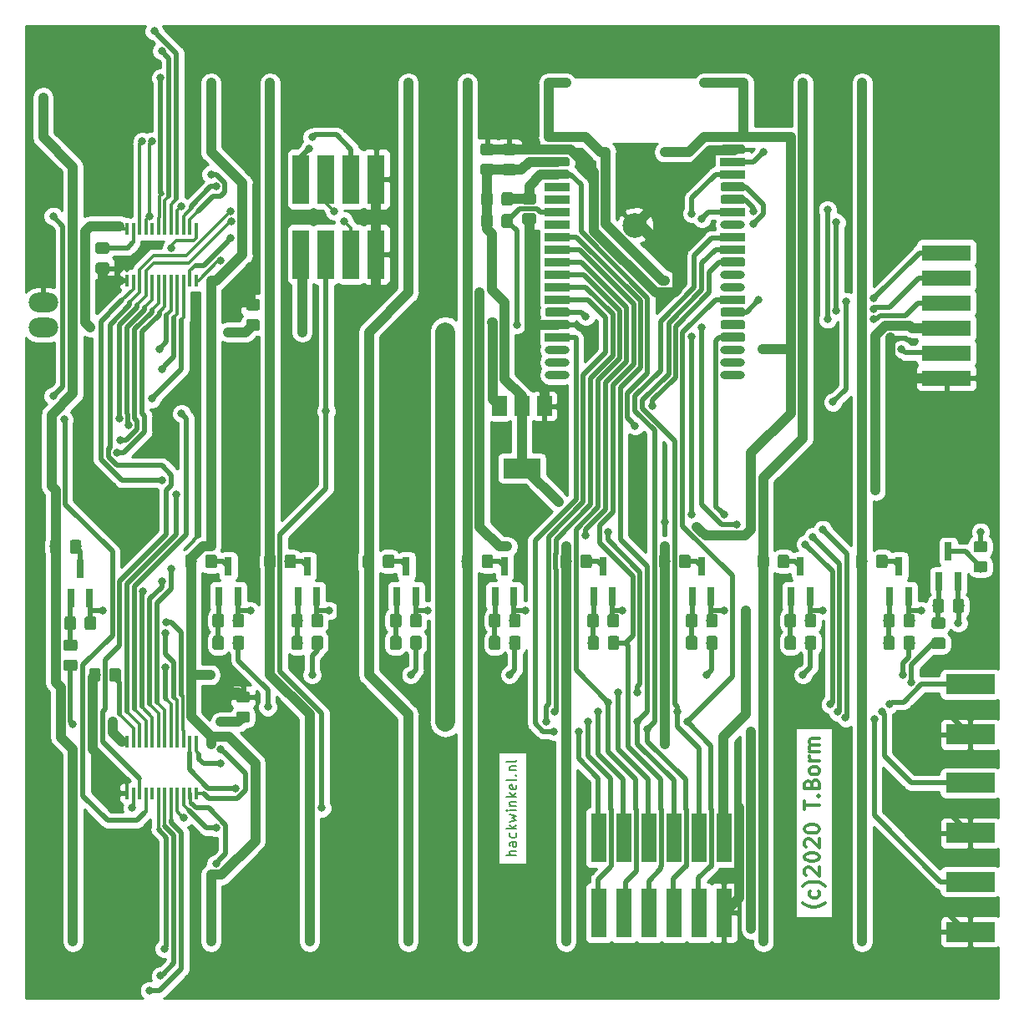
<source format=gbr>
G04 #@! TF.GenerationSoftware,KiCad,Pcbnew,5.0.2+dfsg1-1*
G04 #@! TF.CreationDate,2020-09-22T14:37:19+02:00*
G04 #@! TF.ProjectId,ledmatrix10,6c65646d-6174-4726-9978-31302e6b6963,rev?*
G04 #@! TF.SameCoordinates,Original*
G04 #@! TF.FileFunction,Copper,L1,Top*
G04 #@! TF.FilePolarity,Positive*
%FSLAX46Y46*%
G04 Gerber Fmt 4.6, Leading zero omitted, Abs format (unit mm)*
G04 Created by KiCad (PCBNEW 5.0.2+dfsg1-1) date Tue 22 Sep 2020 02:37:19 PM CEST*
%MOMM*%
%LPD*%
G01*
G04 APERTURE LIST*
G04 #@! TA.AperFunction,NonConductor*
%ADD10C,0.200000*%
G04 #@! TD*
G04 #@! TA.AperFunction,NonConductor*
%ADD11C,0.300000*%
G04 #@! TD*
G04 #@! TA.AperFunction,SMDPad,CuDef*
%ADD12R,5.000000X2.000000*%
G04 #@! TD*
G04 #@! TA.AperFunction,ComponentPad*
%ADD13O,3.000000X2.000000*%
G04 #@! TD*
G04 #@! TA.AperFunction,ComponentPad*
%ADD14C,4.000000*%
G04 #@! TD*
G04 #@! TA.AperFunction,SMDPad,CuDef*
%ADD15R,5.000000X1.600000*%
G04 #@! TD*
G04 #@! TA.AperFunction,SMDPad,CuDef*
%ADD16R,1.500000X2.000000*%
G04 #@! TD*
G04 #@! TA.AperFunction,SMDPad,CuDef*
%ADD17R,3.800000X2.000000*%
G04 #@! TD*
G04 #@! TA.AperFunction,Conductor*
%ADD18C,0.100000*%
G04 #@! TD*
G04 #@! TA.AperFunction,SMDPad,CuDef*
%ADD19C,1.150000*%
G04 #@! TD*
G04 #@! TA.AperFunction,ComponentPad*
%ADD20C,2.500000*%
G04 #@! TD*
G04 #@! TA.AperFunction,SMDPad,CuDef*
%ADD21C,0.900000*%
G04 #@! TD*
G04 #@! TA.AperFunction,SMDPad,CuDef*
%ADD22R,2.500000X0.900000*%
G04 #@! TD*
G04 #@! TA.AperFunction,SMDPad,CuDef*
%ADD23O,2.500000X0.900000*%
G04 #@! TD*
G04 #@! TA.AperFunction,SMDPad,CuDef*
%ADD24R,1.600000X5.000000*%
G04 #@! TD*
G04 #@! TA.AperFunction,SMDPad,CuDef*
%ADD25R,1.700000X5.000000*%
G04 #@! TD*
G04 #@! TA.AperFunction,SMDPad,CuDef*
%ADD26R,0.800000X1.900000*%
G04 #@! TD*
G04 #@! TA.AperFunction,SMDPad,CuDef*
%ADD27R,0.400000X1.200000*%
G04 #@! TD*
G04 #@! TA.AperFunction,ViaPad*
%ADD28C,0.800000*%
G04 #@! TD*
G04 #@! TA.AperFunction,Conductor*
%ADD29C,1.000000*%
G04 #@! TD*
G04 #@! TA.AperFunction,Conductor*
%ADD30C,0.350000*%
G04 #@! TD*
G04 #@! TA.AperFunction,Conductor*
%ADD31C,0.500000*%
G04 #@! TD*
G04 #@! TA.AperFunction,Conductor*
%ADD32C,2.000000*%
G04 #@! TD*
G04 #@! TA.AperFunction,Conductor*
%ADD33C,0.254000*%
G04 #@! TD*
G04 APERTURE END LIST*
D10*
X150452380Y-134761904D02*
X149452380Y-134761904D01*
X150452380Y-134333333D02*
X149928571Y-134333333D01*
X149833333Y-134380952D01*
X149785714Y-134476190D01*
X149785714Y-134619047D01*
X149833333Y-134714285D01*
X149880952Y-134761904D01*
X150452380Y-133428571D02*
X149928571Y-133428571D01*
X149833333Y-133476190D01*
X149785714Y-133571428D01*
X149785714Y-133761904D01*
X149833333Y-133857142D01*
X150404761Y-133428571D02*
X150452380Y-133523809D01*
X150452380Y-133761904D01*
X150404761Y-133857142D01*
X150309523Y-133904761D01*
X150214285Y-133904761D01*
X150119047Y-133857142D01*
X150071428Y-133761904D01*
X150071428Y-133523809D01*
X150023809Y-133428571D01*
X150404761Y-132523809D02*
X150452380Y-132619047D01*
X150452380Y-132809523D01*
X150404761Y-132904761D01*
X150357142Y-132952380D01*
X150261904Y-133000000D01*
X149976190Y-133000000D01*
X149880952Y-132952380D01*
X149833333Y-132904761D01*
X149785714Y-132809523D01*
X149785714Y-132619047D01*
X149833333Y-132523809D01*
X150452380Y-132095238D02*
X149452380Y-132095238D01*
X150071428Y-132000000D02*
X150452380Y-131714285D01*
X149785714Y-131714285D02*
X150166666Y-132095238D01*
X149785714Y-131380952D02*
X150452380Y-131190476D01*
X149976190Y-131000000D01*
X150452380Y-130809523D01*
X149785714Y-130619047D01*
X150452380Y-130238095D02*
X149785714Y-130238095D01*
X149452380Y-130238095D02*
X149500000Y-130285714D01*
X149547619Y-130238095D01*
X149500000Y-130190476D01*
X149452380Y-130238095D01*
X149547619Y-130238095D01*
X149785714Y-129761904D02*
X150452380Y-129761904D01*
X149880952Y-129761904D02*
X149833333Y-129714285D01*
X149785714Y-129619047D01*
X149785714Y-129476190D01*
X149833333Y-129380952D01*
X149928571Y-129333333D01*
X150452380Y-129333333D01*
X150452380Y-128857142D02*
X149452380Y-128857142D01*
X150071428Y-128761904D02*
X150452380Y-128476190D01*
X149785714Y-128476190D02*
X150166666Y-128857142D01*
X150404761Y-127666666D02*
X150452380Y-127761904D01*
X150452380Y-127952380D01*
X150404761Y-128047619D01*
X150309523Y-128095238D01*
X149928571Y-128095238D01*
X149833333Y-128047619D01*
X149785714Y-127952380D01*
X149785714Y-127761904D01*
X149833333Y-127666666D01*
X149928571Y-127619047D01*
X150023809Y-127619047D01*
X150119047Y-128095238D01*
X150452380Y-127047619D02*
X150404761Y-127142857D01*
X150309523Y-127190476D01*
X149452380Y-127190476D01*
X150357142Y-126666666D02*
X150404761Y-126619047D01*
X150452380Y-126666666D01*
X150404761Y-126714285D01*
X150357142Y-126666666D01*
X150452380Y-126666666D01*
X149785714Y-126190476D02*
X150452380Y-126190476D01*
X149880952Y-126190476D02*
X149833333Y-126142857D01*
X149785714Y-126047619D01*
X149785714Y-125904761D01*
X149833333Y-125809523D01*
X149928571Y-125761904D01*
X150452380Y-125761904D01*
X150452380Y-125142857D02*
X150404761Y-125238095D01*
X150309523Y-125285714D01*
X149452380Y-125285714D01*
D11*
X181750000Y-139607142D02*
X181678571Y-139678571D01*
X181464285Y-139821428D01*
X181321428Y-139892857D01*
X181107142Y-139964285D01*
X180750000Y-140035714D01*
X180464285Y-140035714D01*
X180107142Y-139964285D01*
X179892857Y-139892857D01*
X179750000Y-139821428D01*
X179535714Y-139678571D01*
X179464285Y-139607142D01*
X181107142Y-138392857D02*
X181178571Y-138535714D01*
X181178571Y-138821428D01*
X181107142Y-138964285D01*
X181035714Y-139035714D01*
X180892857Y-139107142D01*
X180464285Y-139107142D01*
X180321428Y-139035714D01*
X180250000Y-138964285D01*
X180178571Y-138821428D01*
X180178571Y-138535714D01*
X180250000Y-138392857D01*
X181750000Y-137892857D02*
X181678571Y-137821428D01*
X181464285Y-137678571D01*
X181321428Y-137607142D01*
X181107142Y-137535714D01*
X180750000Y-137464285D01*
X180464285Y-137464285D01*
X180107142Y-137535714D01*
X179892857Y-137607142D01*
X179750000Y-137678571D01*
X179535714Y-137821428D01*
X179464285Y-137892857D01*
X179821428Y-136821428D02*
X179750000Y-136750000D01*
X179678571Y-136607142D01*
X179678571Y-136250000D01*
X179750000Y-136107142D01*
X179821428Y-136035714D01*
X179964285Y-135964285D01*
X180107142Y-135964285D01*
X180321428Y-136035714D01*
X181178571Y-136892857D01*
X181178571Y-135964285D01*
X179678571Y-135035714D02*
X179678571Y-134892857D01*
X179750000Y-134750000D01*
X179821428Y-134678571D01*
X179964285Y-134607142D01*
X180250000Y-134535714D01*
X180607142Y-134535714D01*
X180892857Y-134607142D01*
X181035714Y-134678571D01*
X181107142Y-134750000D01*
X181178571Y-134892857D01*
X181178571Y-135035714D01*
X181107142Y-135178571D01*
X181035714Y-135250000D01*
X180892857Y-135321428D01*
X180607142Y-135392857D01*
X180250000Y-135392857D01*
X179964285Y-135321428D01*
X179821428Y-135250000D01*
X179750000Y-135178571D01*
X179678571Y-135035714D01*
X179821428Y-133964285D02*
X179750000Y-133892857D01*
X179678571Y-133750000D01*
X179678571Y-133392857D01*
X179750000Y-133250000D01*
X179821428Y-133178571D01*
X179964285Y-133107142D01*
X180107142Y-133107142D01*
X180321428Y-133178571D01*
X181178571Y-134035714D01*
X181178571Y-133107142D01*
X179678571Y-132178571D02*
X179678571Y-132035714D01*
X179750000Y-131892857D01*
X179821428Y-131821428D01*
X179964285Y-131750000D01*
X180250000Y-131678571D01*
X180607142Y-131678571D01*
X180892857Y-131750000D01*
X181035714Y-131821428D01*
X181107142Y-131892857D01*
X181178571Y-132035714D01*
X181178571Y-132178571D01*
X181107142Y-132321428D01*
X181035714Y-132392857D01*
X180892857Y-132464285D01*
X180607142Y-132535714D01*
X180250000Y-132535714D01*
X179964285Y-132464285D01*
X179821428Y-132392857D01*
X179750000Y-132321428D01*
X179678571Y-132178571D01*
X179678571Y-130107142D02*
X179678571Y-129250000D01*
X181178571Y-129678571D02*
X179678571Y-129678571D01*
X181035714Y-128750000D02*
X181107142Y-128678571D01*
X181178571Y-128750000D01*
X181107142Y-128821428D01*
X181035714Y-128750000D01*
X181178571Y-128750000D01*
X180392857Y-127535714D02*
X180464285Y-127321428D01*
X180535714Y-127250000D01*
X180678571Y-127178571D01*
X180892857Y-127178571D01*
X181035714Y-127250000D01*
X181107142Y-127321428D01*
X181178571Y-127464285D01*
X181178571Y-128035714D01*
X179678571Y-128035714D01*
X179678571Y-127535714D01*
X179750000Y-127392857D01*
X179821428Y-127321428D01*
X179964285Y-127250000D01*
X180107142Y-127250000D01*
X180250000Y-127321428D01*
X180321428Y-127392857D01*
X180392857Y-127535714D01*
X180392857Y-128035714D01*
X181178571Y-126321428D02*
X181107142Y-126464285D01*
X181035714Y-126535714D01*
X180892857Y-126607142D01*
X180464285Y-126607142D01*
X180321428Y-126535714D01*
X180250000Y-126464285D01*
X180178571Y-126321428D01*
X180178571Y-126107142D01*
X180250000Y-125964285D01*
X180321428Y-125892857D01*
X180464285Y-125821428D01*
X180892857Y-125821428D01*
X181035714Y-125892857D01*
X181107142Y-125964285D01*
X181178571Y-126107142D01*
X181178571Y-126321428D01*
X181178571Y-125178571D02*
X180178571Y-125178571D01*
X180464285Y-125178571D02*
X180321428Y-125107142D01*
X180250000Y-125035714D01*
X180178571Y-124892857D01*
X180178571Y-124750000D01*
X181178571Y-124250000D02*
X180178571Y-124250000D01*
X180321428Y-124250000D02*
X180250000Y-124178571D01*
X180178571Y-124035714D01*
X180178571Y-123821428D01*
X180250000Y-123678571D01*
X180392857Y-123607142D01*
X181178571Y-123607142D01*
X180392857Y-123607142D02*
X180250000Y-123535714D01*
X180178571Y-123392857D01*
X180178571Y-123178571D01*
X180250000Y-123035714D01*
X180392857Y-122964285D01*
X181178571Y-122964285D01*
D12*
G04 #@! TO.P,U118,2*
G04 #@! TO.N,Net-(U105-Pad23)*
X196460000Y-137460000D03*
G04 #@! TO.P,U118,1*
G04 #@! TO.N,GND*
X196460000Y-142540000D03*
G04 #@! TD*
G04 #@! TO.P,U117,2*
G04 #@! TO.N,Net-(R34-Pad2)*
X196460000Y-117460000D03*
G04 #@! TO.P,U117,1*
G04 #@! TO.N,GND*
X196460000Y-122540000D03*
G04 #@! TD*
G04 #@! TO.P,U119,2*
G04 #@! TO.N,Net-(U105-Pad14)*
X196460000Y-127460000D03*
G04 #@! TO.P,U119,1*
G04 #@! TO.N,GND*
X196460000Y-132540000D03*
G04 #@! TD*
D13*
G04 #@! TO.P,U116,2*
G04 #@! TO.N,GND*
X102500000Y-78730000D03*
G04 #@! TO.P,U116,1*
G04 #@! TO.N,+5V*
X102500000Y-81270000D03*
G04 #@! TD*
D14*
G04 #@! TO.P,U114,1*
G04 #@! TO.N,GND*
X150000000Y-60000000D03*
G04 #@! TD*
G04 #@! TO.P,U113,1*
G04 #@! TO.N,GND*
X110000000Y-100000000D03*
G04 #@! TD*
G04 #@! TO.P,U112,1*
G04 #@! TO.N,GND*
X110000000Y-140000000D03*
G04 #@! TD*
G04 #@! TO.P,U111,1*
G04 #@! TO.N,GND*
X110000000Y-60000000D03*
G04 #@! TD*
G04 #@! TO.P,U109,1*
G04 #@! TO.N,GND*
X190000000Y-140000000D03*
G04 #@! TD*
G04 #@! TO.P,U108,1*
G04 #@! TO.N,GND*
X150000000Y-140000000D03*
G04 #@! TD*
G04 #@! TO.P,U107,1*
G04 #@! TO.N,GND*
X190000000Y-100000000D03*
G04 #@! TD*
G04 #@! TO.P,U115,1*
G04 #@! TO.N,GND*
X190000000Y-60000000D03*
G04 #@! TD*
D15*
G04 #@! TO.P,j1,6*
G04 #@! TO.N,Net-(C2-Pad1)*
X194050000Y-73700000D03*
G04 #@! TO.P,j1,5*
G04 #@! TO.N,Net-(U105-Pad35)*
X194050000Y-76240000D03*
G04 #@! TO.P,j1,4*
G04 #@! TO.N,Net-(U105-Pad34)*
X194050000Y-78780000D03*
G04 #@! TO.P,j1,3*
G04 #@! TO.N,+3V3*
X194050000Y-81320000D03*
G04 #@! TO.P,j1,2*
G04 #@! TO.N,Net-(U105-Pad25)*
X194050000Y-83860000D03*
G04 #@! TO.P,j1,1*
G04 #@! TO.N,GND*
X194050000Y-86400000D03*
G04 #@! TD*
D16*
G04 #@! TO.P,U106,1*
G04 #@! TO.N,GND*
X153300000Y-89250000D03*
G04 #@! TO.P,U106,3*
G04 #@! TO.N,+5V*
X148700000Y-89250000D03*
G04 #@! TO.P,U106,2*
G04 #@! TO.N,+3V3*
X151000000Y-89250000D03*
D17*
X151000000Y-95550000D03*
G04 #@! TD*
D18*
G04 #@! TO.N,Net-(R2-Pad2)*
G04 #@! TO.C,R2*
G36*
X110124505Y-115801204D02*
X110148773Y-115804804D01*
X110172572Y-115810765D01*
X110195671Y-115819030D01*
X110217850Y-115829520D01*
X110238893Y-115842132D01*
X110258599Y-115856747D01*
X110276777Y-115873223D01*
X110293253Y-115891401D01*
X110307868Y-115911107D01*
X110320480Y-115932150D01*
X110330970Y-115954329D01*
X110339235Y-115977428D01*
X110345196Y-116001227D01*
X110348796Y-116025495D01*
X110350000Y-116049999D01*
X110350000Y-116950001D01*
X110348796Y-116974505D01*
X110345196Y-116998773D01*
X110339235Y-117022572D01*
X110330970Y-117045671D01*
X110320480Y-117067850D01*
X110307868Y-117088893D01*
X110293253Y-117108599D01*
X110276777Y-117126777D01*
X110258599Y-117143253D01*
X110238893Y-117157868D01*
X110217850Y-117170480D01*
X110195671Y-117180970D01*
X110172572Y-117189235D01*
X110148773Y-117195196D01*
X110124505Y-117198796D01*
X110100001Y-117200000D01*
X109449999Y-117200000D01*
X109425495Y-117198796D01*
X109401227Y-117195196D01*
X109377428Y-117189235D01*
X109354329Y-117180970D01*
X109332150Y-117170480D01*
X109311107Y-117157868D01*
X109291401Y-117143253D01*
X109273223Y-117126777D01*
X109256747Y-117108599D01*
X109242132Y-117088893D01*
X109229520Y-117067850D01*
X109219030Y-117045671D01*
X109210765Y-117022572D01*
X109204804Y-116998773D01*
X109201204Y-116974505D01*
X109200000Y-116950001D01*
X109200000Y-116049999D01*
X109201204Y-116025495D01*
X109204804Y-116001227D01*
X109210765Y-115977428D01*
X109219030Y-115954329D01*
X109229520Y-115932150D01*
X109242132Y-115911107D01*
X109256747Y-115891401D01*
X109273223Y-115873223D01*
X109291401Y-115856747D01*
X109311107Y-115842132D01*
X109332150Y-115829520D01*
X109354329Y-115819030D01*
X109377428Y-115810765D01*
X109401227Y-115804804D01*
X109425495Y-115801204D01*
X109449999Y-115800000D01*
X110100001Y-115800000D01*
X110124505Y-115801204D01*
X110124505Y-115801204D01*
G37*
D19*
G04 #@! TD*
G04 #@! TO.P,R2,2*
G04 #@! TO.N,Net-(R2-Pad2)*
X109775000Y-116500000D03*
D18*
G04 #@! TO.N,GND*
G04 #@! TO.C,R2*
G36*
X108074505Y-115801204D02*
X108098773Y-115804804D01*
X108122572Y-115810765D01*
X108145671Y-115819030D01*
X108167850Y-115829520D01*
X108188893Y-115842132D01*
X108208599Y-115856747D01*
X108226777Y-115873223D01*
X108243253Y-115891401D01*
X108257868Y-115911107D01*
X108270480Y-115932150D01*
X108280970Y-115954329D01*
X108289235Y-115977428D01*
X108295196Y-116001227D01*
X108298796Y-116025495D01*
X108300000Y-116049999D01*
X108300000Y-116950001D01*
X108298796Y-116974505D01*
X108295196Y-116998773D01*
X108289235Y-117022572D01*
X108280970Y-117045671D01*
X108270480Y-117067850D01*
X108257868Y-117088893D01*
X108243253Y-117108599D01*
X108226777Y-117126777D01*
X108208599Y-117143253D01*
X108188893Y-117157868D01*
X108167850Y-117170480D01*
X108145671Y-117180970D01*
X108122572Y-117189235D01*
X108098773Y-117195196D01*
X108074505Y-117198796D01*
X108050001Y-117200000D01*
X107399999Y-117200000D01*
X107375495Y-117198796D01*
X107351227Y-117195196D01*
X107327428Y-117189235D01*
X107304329Y-117180970D01*
X107282150Y-117170480D01*
X107261107Y-117157868D01*
X107241401Y-117143253D01*
X107223223Y-117126777D01*
X107206747Y-117108599D01*
X107192132Y-117088893D01*
X107179520Y-117067850D01*
X107169030Y-117045671D01*
X107160765Y-117022572D01*
X107154804Y-116998773D01*
X107151204Y-116974505D01*
X107150000Y-116950001D01*
X107150000Y-116049999D01*
X107151204Y-116025495D01*
X107154804Y-116001227D01*
X107160765Y-115977428D01*
X107169030Y-115954329D01*
X107179520Y-115932150D01*
X107192132Y-115911107D01*
X107206747Y-115891401D01*
X107223223Y-115873223D01*
X107241401Y-115856747D01*
X107261107Y-115842132D01*
X107282150Y-115829520D01*
X107304329Y-115819030D01*
X107327428Y-115810765D01*
X107351227Y-115804804D01*
X107375495Y-115801204D01*
X107399999Y-115800000D01*
X108050001Y-115800000D01*
X108074505Y-115801204D01*
X108074505Y-115801204D01*
G37*
D19*
G04 #@! TD*
G04 #@! TO.P,R2,1*
G04 #@! TO.N,GND*
X107725000Y-116500000D03*
D18*
G04 #@! TO.N,+5V*
G04 #@! TO.C,R3*
G36*
X107624505Y-110551204D02*
X107648773Y-110554804D01*
X107672572Y-110560765D01*
X107695671Y-110569030D01*
X107717850Y-110579520D01*
X107738893Y-110592132D01*
X107758599Y-110606747D01*
X107776777Y-110623223D01*
X107793253Y-110641401D01*
X107807868Y-110661107D01*
X107820480Y-110682150D01*
X107830970Y-110704329D01*
X107839235Y-110727428D01*
X107845196Y-110751227D01*
X107848796Y-110775495D01*
X107850000Y-110799999D01*
X107850000Y-111700001D01*
X107848796Y-111724505D01*
X107845196Y-111748773D01*
X107839235Y-111772572D01*
X107830970Y-111795671D01*
X107820480Y-111817850D01*
X107807868Y-111838893D01*
X107793253Y-111858599D01*
X107776777Y-111876777D01*
X107758599Y-111893253D01*
X107738893Y-111907868D01*
X107717850Y-111920480D01*
X107695671Y-111930970D01*
X107672572Y-111939235D01*
X107648773Y-111945196D01*
X107624505Y-111948796D01*
X107600001Y-111950000D01*
X106949999Y-111950000D01*
X106925495Y-111948796D01*
X106901227Y-111945196D01*
X106877428Y-111939235D01*
X106854329Y-111930970D01*
X106832150Y-111920480D01*
X106811107Y-111907868D01*
X106791401Y-111893253D01*
X106773223Y-111876777D01*
X106756747Y-111858599D01*
X106742132Y-111838893D01*
X106729520Y-111817850D01*
X106719030Y-111795671D01*
X106710765Y-111772572D01*
X106704804Y-111748773D01*
X106701204Y-111724505D01*
X106700000Y-111700001D01*
X106700000Y-110799999D01*
X106701204Y-110775495D01*
X106704804Y-110751227D01*
X106710765Y-110727428D01*
X106719030Y-110704329D01*
X106729520Y-110682150D01*
X106742132Y-110661107D01*
X106756747Y-110641401D01*
X106773223Y-110623223D01*
X106791401Y-110606747D01*
X106811107Y-110592132D01*
X106832150Y-110579520D01*
X106854329Y-110569030D01*
X106877428Y-110560765D01*
X106901227Y-110554804D01*
X106925495Y-110551204D01*
X106949999Y-110550000D01*
X107600001Y-110550000D01*
X107624505Y-110551204D01*
X107624505Y-110551204D01*
G37*
D19*
G04 #@! TD*
G04 #@! TO.P,R3,2*
G04 #@! TO.N,+5V*
X107275000Y-111250000D03*
D18*
G04 #@! TO.N,Net-(Q1-Pad1)*
G04 #@! TO.C,R3*
G36*
X105574505Y-110551204D02*
X105598773Y-110554804D01*
X105622572Y-110560765D01*
X105645671Y-110569030D01*
X105667850Y-110579520D01*
X105688893Y-110592132D01*
X105708599Y-110606747D01*
X105726777Y-110623223D01*
X105743253Y-110641401D01*
X105757868Y-110661107D01*
X105770480Y-110682150D01*
X105780970Y-110704329D01*
X105789235Y-110727428D01*
X105795196Y-110751227D01*
X105798796Y-110775495D01*
X105800000Y-110799999D01*
X105800000Y-111700001D01*
X105798796Y-111724505D01*
X105795196Y-111748773D01*
X105789235Y-111772572D01*
X105780970Y-111795671D01*
X105770480Y-111817850D01*
X105757868Y-111838893D01*
X105743253Y-111858599D01*
X105726777Y-111876777D01*
X105708599Y-111893253D01*
X105688893Y-111907868D01*
X105667850Y-111920480D01*
X105645671Y-111930970D01*
X105622572Y-111939235D01*
X105598773Y-111945196D01*
X105574505Y-111948796D01*
X105550001Y-111950000D01*
X104899999Y-111950000D01*
X104875495Y-111948796D01*
X104851227Y-111945196D01*
X104827428Y-111939235D01*
X104804329Y-111930970D01*
X104782150Y-111920480D01*
X104761107Y-111907868D01*
X104741401Y-111893253D01*
X104723223Y-111876777D01*
X104706747Y-111858599D01*
X104692132Y-111838893D01*
X104679520Y-111817850D01*
X104669030Y-111795671D01*
X104660765Y-111772572D01*
X104654804Y-111748773D01*
X104651204Y-111724505D01*
X104650000Y-111700001D01*
X104650000Y-110799999D01*
X104651204Y-110775495D01*
X104654804Y-110751227D01*
X104660765Y-110727428D01*
X104669030Y-110704329D01*
X104679520Y-110682150D01*
X104692132Y-110661107D01*
X104706747Y-110641401D01*
X104723223Y-110623223D01*
X104741401Y-110606747D01*
X104761107Y-110592132D01*
X104782150Y-110579520D01*
X104804329Y-110569030D01*
X104827428Y-110560765D01*
X104851227Y-110554804D01*
X104875495Y-110551204D01*
X104899999Y-110550000D01*
X105550001Y-110550000D01*
X105574505Y-110551204D01*
X105574505Y-110551204D01*
G37*
D19*
G04 #@! TD*
G04 #@! TO.P,R3,1*
G04 #@! TO.N,Net-(Q1-Pad1)*
X105225000Y-111250000D03*
D18*
G04 #@! TO.N,Net-(R4-Pad2)*
G04 #@! TO.C,R4*
G36*
X105724505Y-114951204D02*
X105748773Y-114954804D01*
X105772572Y-114960765D01*
X105795671Y-114969030D01*
X105817850Y-114979520D01*
X105838893Y-114992132D01*
X105858599Y-115006747D01*
X105876777Y-115023223D01*
X105893253Y-115041401D01*
X105907868Y-115061107D01*
X105920480Y-115082150D01*
X105930970Y-115104329D01*
X105939235Y-115127428D01*
X105945196Y-115151227D01*
X105948796Y-115175495D01*
X105950000Y-115199999D01*
X105950000Y-115850001D01*
X105948796Y-115874505D01*
X105945196Y-115898773D01*
X105939235Y-115922572D01*
X105930970Y-115945671D01*
X105920480Y-115967850D01*
X105907868Y-115988893D01*
X105893253Y-116008599D01*
X105876777Y-116026777D01*
X105858599Y-116043253D01*
X105838893Y-116057868D01*
X105817850Y-116070480D01*
X105795671Y-116080970D01*
X105772572Y-116089235D01*
X105748773Y-116095196D01*
X105724505Y-116098796D01*
X105700001Y-116100000D01*
X104799999Y-116100000D01*
X104775495Y-116098796D01*
X104751227Y-116095196D01*
X104727428Y-116089235D01*
X104704329Y-116080970D01*
X104682150Y-116070480D01*
X104661107Y-116057868D01*
X104641401Y-116043253D01*
X104623223Y-116026777D01*
X104606747Y-116008599D01*
X104592132Y-115988893D01*
X104579520Y-115967850D01*
X104569030Y-115945671D01*
X104560765Y-115922572D01*
X104554804Y-115898773D01*
X104551204Y-115874505D01*
X104550000Y-115850001D01*
X104550000Y-115199999D01*
X104551204Y-115175495D01*
X104554804Y-115151227D01*
X104560765Y-115127428D01*
X104569030Y-115104329D01*
X104579520Y-115082150D01*
X104592132Y-115061107D01*
X104606747Y-115041401D01*
X104623223Y-115023223D01*
X104641401Y-115006747D01*
X104661107Y-114992132D01*
X104682150Y-114979520D01*
X104704329Y-114969030D01*
X104727428Y-114960765D01*
X104751227Y-114954804D01*
X104775495Y-114951204D01*
X104799999Y-114950000D01*
X105700001Y-114950000D01*
X105724505Y-114951204D01*
X105724505Y-114951204D01*
G37*
D19*
G04 #@! TD*
G04 #@! TO.P,R4,2*
G04 #@! TO.N,Net-(R4-Pad2)*
X105250000Y-115525000D03*
D18*
G04 #@! TO.N,Net-(Q1-Pad1)*
G04 #@! TO.C,R4*
G36*
X105724505Y-112901204D02*
X105748773Y-112904804D01*
X105772572Y-112910765D01*
X105795671Y-112919030D01*
X105817850Y-112929520D01*
X105838893Y-112942132D01*
X105858599Y-112956747D01*
X105876777Y-112973223D01*
X105893253Y-112991401D01*
X105907868Y-113011107D01*
X105920480Y-113032150D01*
X105930970Y-113054329D01*
X105939235Y-113077428D01*
X105945196Y-113101227D01*
X105948796Y-113125495D01*
X105950000Y-113149999D01*
X105950000Y-113800001D01*
X105948796Y-113824505D01*
X105945196Y-113848773D01*
X105939235Y-113872572D01*
X105930970Y-113895671D01*
X105920480Y-113917850D01*
X105907868Y-113938893D01*
X105893253Y-113958599D01*
X105876777Y-113976777D01*
X105858599Y-113993253D01*
X105838893Y-114007868D01*
X105817850Y-114020480D01*
X105795671Y-114030970D01*
X105772572Y-114039235D01*
X105748773Y-114045196D01*
X105724505Y-114048796D01*
X105700001Y-114050000D01*
X104799999Y-114050000D01*
X104775495Y-114048796D01*
X104751227Y-114045196D01*
X104727428Y-114039235D01*
X104704329Y-114030970D01*
X104682150Y-114020480D01*
X104661107Y-114007868D01*
X104641401Y-113993253D01*
X104623223Y-113976777D01*
X104606747Y-113958599D01*
X104592132Y-113938893D01*
X104579520Y-113917850D01*
X104569030Y-113895671D01*
X104560765Y-113872572D01*
X104554804Y-113848773D01*
X104551204Y-113824505D01*
X104550000Y-113800001D01*
X104550000Y-113149999D01*
X104551204Y-113125495D01*
X104554804Y-113101227D01*
X104560765Y-113077428D01*
X104569030Y-113054329D01*
X104579520Y-113032150D01*
X104592132Y-113011107D01*
X104606747Y-112991401D01*
X104623223Y-112973223D01*
X104641401Y-112956747D01*
X104661107Y-112942132D01*
X104682150Y-112929520D01*
X104704329Y-112919030D01*
X104727428Y-112910765D01*
X104751227Y-112904804D01*
X104775495Y-112901204D01*
X104799999Y-112900000D01*
X105700001Y-112900000D01*
X105724505Y-112901204D01*
X105724505Y-112901204D01*
G37*
D19*
G04 #@! TD*
G04 #@! TO.P,R4,1*
G04 #@! TO.N,Net-(Q1-Pad1)*
X105250000Y-113475000D03*
D18*
G04 #@! TO.N,Net-(Q1-Pad3)*
G04 #@! TO.C,R5*
G36*
X106124505Y-102801204D02*
X106148773Y-102804804D01*
X106172572Y-102810765D01*
X106195671Y-102819030D01*
X106217850Y-102829520D01*
X106238893Y-102842132D01*
X106258599Y-102856747D01*
X106276777Y-102873223D01*
X106293253Y-102891401D01*
X106307868Y-102911107D01*
X106320480Y-102932150D01*
X106330970Y-102954329D01*
X106339235Y-102977428D01*
X106345196Y-103001227D01*
X106348796Y-103025495D01*
X106350000Y-103049999D01*
X106350000Y-103950001D01*
X106348796Y-103974505D01*
X106345196Y-103998773D01*
X106339235Y-104022572D01*
X106330970Y-104045671D01*
X106320480Y-104067850D01*
X106307868Y-104088893D01*
X106293253Y-104108599D01*
X106276777Y-104126777D01*
X106258599Y-104143253D01*
X106238893Y-104157868D01*
X106217850Y-104170480D01*
X106195671Y-104180970D01*
X106172572Y-104189235D01*
X106148773Y-104195196D01*
X106124505Y-104198796D01*
X106100001Y-104200000D01*
X105449999Y-104200000D01*
X105425495Y-104198796D01*
X105401227Y-104195196D01*
X105377428Y-104189235D01*
X105354329Y-104180970D01*
X105332150Y-104170480D01*
X105311107Y-104157868D01*
X105291401Y-104143253D01*
X105273223Y-104126777D01*
X105256747Y-104108599D01*
X105242132Y-104088893D01*
X105229520Y-104067850D01*
X105219030Y-104045671D01*
X105210765Y-104022572D01*
X105204804Y-103998773D01*
X105201204Y-103974505D01*
X105200000Y-103950001D01*
X105200000Y-103049999D01*
X105201204Y-103025495D01*
X105204804Y-103001227D01*
X105210765Y-102977428D01*
X105219030Y-102954329D01*
X105229520Y-102932150D01*
X105242132Y-102911107D01*
X105256747Y-102891401D01*
X105273223Y-102873223D01*
X105291401Y-102856747D01*
X105311107Y-102842132D01*
X105332150Y-102829520D01*
X105354329Y-102819030D01*
X105377428Y-102810765D01*
X105401227Y-102804804D01*
X105425495Y-102801204D01*
X105449999Y-102800000D01*
X106100001Y-102800000D01*
X106124505Y-102801204D01*
X106124505Y-102801204D01*
G37*
D19*
G04 #@! TD*
G04 #@! TO.P,R5,2*
G04 #@! TO.N,Net-(Q1-Pad3)*
X105775000Y-103500000D03*
D18*
G04 #@! TO.N,Net-(R5-Pad1)*
G04 #@! TO.C,R5*
G36*
X104074505Y-102801204D02*
X104098773Y-102804804D01*
X104122572Y-102810765D01*
X104145671Y-102819030D01*
X104167850Y-102829520D01*
X104188893Y-102842132D01*
X104208599Y-102856747D01*
X104226777Y-102873223D01*
X104243253Y-102891401D01*
X104257868Y-102911107D01*
X104270480Y-102932150D01*
X104280970Y-102954329D01*
X104289235Y-102977428D01*
X104295196Y-103001227D01*
X104298796Y-103025495D01*
X104300000Y-103049999D01*
X104300000Y-103950001D01*
X104298796Y-103974505D01*
X104295196Y-103998773D01*
X104289235Y-104022572D01*
X104280970Y-104045671D01*
X104270480Y-104067850D01*
X104257868Y-104088893D01*
X104243253Y-104108599D01*
X104226777Y-104126777D01*
X104208599Y-104143253D01*
X104188893Y-104157868D01*
X104167850Y-104170480D01*
X104145671Y-104180970D01*
X104122572Y-104189235D01*
X104098773Y-104195196D01*
X104074505Y-104198796D01*
X104050001Y-104200000D01*
X103399999Y-104200000D01*
X103375495Y-104198796D01*
X103351227Y-104195196D01*
X103327428Y-104189235D01*
X103304329Y-104180970D01*
X103282150Y-104170480D01*
X103261107Y-104157868D01*
X103241401Y-104143253D01*
X103223223Y-104126777D01*
X103206747Y-104108599D01*
X103192132Y-104088893D01*
X103179520Y-104067850D01*
X103169030Y-104045671D01*
X103160765Y-104022572D01*
X103154804Y-103998773D01*
X103151204Y-103974505D01*
X103150000Y-103950001D01*
X103150000Y-103049999D01*
X103151204Y-103025495D01*
X103154804Y-103001227D01*
X103160765Y-102977428D01*
X103169030Y-102954329D01*
X103179520Y-102932150D01*
X103192132Y-102911107D01*
X103206747Y-102891401D01*
X103223223Y-102873223D01*
X103241401Y-102856747D01*
X103261107Y-102842132D01*
X103282150Y-102829520D01*
X103304329Y-102819030D01*
X103327428Y-102810765D01*
X103351227Y-102804804D01*
X103375495Y-102801204D01*
X103399999Y-102800000D01*
X104050001Y-102800000D01*
X104074505Y-102801204D01*
X104074505Y-102801204D01*
G37*
D19*
G04 #@! TD*
G04 #@! TO.P,R5,1*
G04 #@! TO.N,Net-(R5-Pad1)*
X103725000Y-103500000D03*
D18*
G04 #@! TO.N,+5V*
G04 #@! TO.C,R6*
G36*
X122624505Y-110301204D02*
X122648773Y-110304804D01*
X122672572Y-110310765D01*
X122695671Y-110319030D01*
X122717850Y-110329520D01*
X122738893Y-110342132D01*
X122758599Y-110356747D01*
X122776777Y-110373223D01*
X122793253Y-110391401D01*
X122807868Y-110411107D01*
X122820480Y-110432150D01*
X122830970Y-110454329D01*
X122839235Y-110477428D01*
X122845196Y-110501227D01*
X122848796Y-110525495D01*
X122850000Y-110549999D01*
X122850000Y-111450001D01*
X122848796Y-111474505D01*
X122845196Y-111498773D01*
X122839235Y-111522572D01*
X122830970Y-111545671D01*
X122820480Y-111567850D01*
X122807868Y-111588893D01*
X122793253Y-111608599D01*
X122776777Y-111626777D01*
X122758599Y-111643253D01*
X122738893Y-111657868D01*
X122717850Y-111670480D01*
X122695671Y-111680970D01*
X122672572Y-111689235D01*
X122648773Y-111695196D01*
X122624505Y-111698796D01*
X122600001Y-111700000D01*
X121949999Y-111700000D01*
X121925495Y-111698796D01*
X121901227Y-111695196D01*
X121877428Y-111689235D01*
X121854329Y-111680970D01*
X121832150Y-111670480D01*
X121811107Y-111657868D01*
X121791401Y-111643253D01*
X121773223Y-111626777D01*
X121756747Y-111608599D01*
X121742132Y-111588893D01*
X121729520Y-111567850D01*
X121719030Y-111545671D01*
X121710765Y-111522572D01*
X121704804Y-111498773D01*
X121701204Y-111474505D01*
X121700000Y-111450001D01*
X121700000Y-110549999D01*
X121701204Y-110525495D01*
X121704804Y-110501227D01*
X121710765Y-110477428D01*
X121719030Y-110454329D01*
X121729520Y-110432150D01*
X121742132Y-110411107D01*
X121756747Y-110391401D01*
X121773223Y-110373223D01*
X121791401Y-110356747D01*
X121811107Y-110342132D01*
X121832150Y-110329520D01*
X121854329Y-110319030D01*
X121877428Y-110310765D01*
X121901227Y-110304804D01*
X121925495Y-110301204D01*
X121949999Y-110300000D01*
X122600001Y-110300000D01*
X122624505Y-110301204D01*
X122624505Y-110301204D01*
G37*
D19*
G04 #@! TD*
G04 #@! TO.P,R6,2*
G04 #@! TO.N,+5V*
X122275000Y-111000000D03*
D18*
G04 #@! TO.N,Net-(Q2-Pad1)*
G04 #@! TO.C,R6*
G36*
X120574505Y-110301204D02*
X120598773Y-110304804D01*
X120622572Y-110310765D01*
X120645671Y-110319030D01*
X120667850Y-110329520D01*
X120688893Y-110342132D01*
X120708599Y-110356747D01*
X120726777Y-110373223D01*
X120743253Y-110391401D01*
X120757868Y-110411107D01*
X120770480Y-110432150D01*
X120780970Y-110454329D01*
X120789235Y-110477428D01*
X120795196Y-110501227D01*
X120798796Y-110525495D01*
X120800000Y-110549999D01*
X120800000Y-111450001D01*
X120798796Y-111474505D01*
X120795196Y-111498773D01*
X120789235Y-111522572D01*
X120780970Y-111545671D01*
X120770480Y-111567850D01*
X120757868Y-111588893D01*
X120743253Y-111608599D01*
X120726777Y-111626777D01*
X120708599Y-111643253D01*
X120688893Y-111657868D01*
X120667850Y-111670480D01*
X120645671Y-111680970D01*
X120622572Y-111689235D01*
X120598773Y-111695196D01*
X120574505Y-111698796D01*
X120550001Y-111700000D01*
X119899999Y-111700000D01*
X119875495Y-111698796D01*
X119851227Y-111695196D01*
X119827428Y-111689235D01*
X119804329Y-111680970D01*
X119782150Y-111670480D01*
X119761107Y-111657868D01*
X119741401Y-111643253D01*
X119723223Y-111626777D01*
X119706747Y-111608599D01*
X119692132Y-111588893D01*
X119679520Y-111567850D01*
X119669030Y-111545671D01*
X119660765Y-111522572D01*
X119654804Y-111498773D01*
X119651204Y-111474505D01*
X119650000Y-111450001D01*
X119650000Y-110549999D01*
X119651204Y-110525495D01*
X119654804Y-110501227D01*
X119660765Y-110477428D01*
X119669030Y-110454329D01*
X119679520Y-110432150D01*
X119692132Y-110411107D01*
X119706747Y-110391401D01*
X119723223Y-110373223D01*
X119741401Y-110356747D01*
X119761107Y-110342132D01*
X119782150Y-110329520D01*
X119804329Y-110319030D01*
X119827428Y-110310765D01*
X119851227Y-110304804D01*
X119875495Y-110301204D01*
X119899999Y-110300000D01*
X120550001Y-110300000D01*
X120574505Y-110301204D01*
X120574505Y-110301204D01*
G37*
D19*
G04 #@! TD*
G04 #@! TO.P,R6,1*
G04 #@! TO.N,Net-(Q2-Pad1)*
X120225000Y-111000000D03*
D18*
G04 #@! TO.N,Net-(R7-Pad2)*
G04 #@! TO.C,R7*
G36*
X122624505Y-112551204D02*
X122648773Y-112554804D01*
X122672572Y-112560765D01*
X122695671Y-112569030D01*
X122717850Y-112579520D01*
X122738893Y-112592132D01*
X122758599Y-112606747D01*
X122776777Y-112623223D01*
X122793253Y-112641401D01*
X122807868Y-112661107D01*
X122820480Y-112682150D01*
X122830970Y-112704329D01*
X122839235Y-112727428D01*
X122845196Y-112751227D01*
X122848796Y-112775495D01*
X122850000Y-112799999D01*
X122850000Y-113700001D01*
X122848796Y-113724505D01*
X122845196Y-113748773D01*
X122839235Y-113772572D01*
X122830970Y-113795671D01*
X122820480Y-113817850D01*
X122807868Y-113838893D01*
X122793253Y-113858599D01*
X122776777Y-113876777D01*
X122758599Y-113893253D01*
X122738893Y-113907868D01*
X122717850Y-113920480D01*
X122695671Y-113930970D01*
X122672572Y-113939235D01*
X122648773Y-113945196D01*
X122624505Y-113948796D01*
X122600001Y-113950000D01*
X121949999Y-113950000D01*
X121925495Y-113948796D01*
X121901227Y-113945196D01*
X121877428Y-113939235D01*
X121854329Y-113930970D01*
X121832150Y-113920480D01*
X121811107Y-113907868D01*
X121791401Y-113893253D01*
X121773223Y-113876777D01*
X121756747Y-113858599D01*
X121742132Y-113838893D01*
X121729520Y-113817850D01*
X121719030Y-113795671D01*
X121710765Y-113772572D01*
X121704804Y-113748773D01*
X121701204Y-113724505D01*
X121700000Y-113700001D01*
X121700000Y-112799999D01*
X121701204Y-112775495D01*
X121704804Y-112751227D01*
X121710765Y-112727428D01*
X121719030Y-112704329D01*
X121729520Y-112682150D01*
X121742132Y-112661107D01*
X121756747Y-112641401D01*
X121773223Y-112623223D01*
X121791401Y-112606747D01*
X121811107Y-112592132D01*
X121832150Y-112579520D01*
X121854329Y-112569030D01*
X121877428Y-112560765D01*
X121901227Y-112554804D01*
X121925495Y-112551204D01*
X121949999Y-112550000D01*
X122600001Y-112550000D01*
X122624505Y-112551204D01*
X122624505Y-112551204D01*
G37*
D19*
G04 #@! TD*
G04 #@! TO.P,R7,2*
G04 #@! TO.N,Net-(R7-Pad2)*
X122275000Y-113250000D03*
D18*
G04 #@! TO.N,Net-(Q2-Pad1)*
G04 #@! TO.C,R7*
G36*
X120574505Y-112551204D02*
X120598773Y-112554804D01*
X120622572Y-112560765D01*
X120645671Y-112569030D01*
X120667850Y-112579520D01*
X120688893Y-112592132D01*
X120708599Y-112606747D01*
X120726777Y-112623223D01*
X120743253Y-112641401D01*
X120757868Y-112661107D01*
X120770480Y-112682150D01*
X120780970Y-112704329D01*
X120789235Y-112727428D01*
X120795196Y-112751227D01*
X120798796Y-112775495D01*
X120800000Y-112799999D01*
X120800000Y-113700001D01*
X120798796Y-113724505D01*
X120795196Y-113748773D01*
X120789235Y-113772572D01*
X120780970Y-113795671D01*
X120770480Y-113817850D01*
X120757868Y-113838893D01*
X120743253Y-113858599D01*
X120726777Y-113876777D01*
X120708599Y-113893253D01*
X120688893Y-113907868D01*
X120667850Y-113920480D01*
X120645671Y-113930970D01*
X120622572Y-113939235D01*
X120598773Y-113945196D01*
X120574505Y-113948796D01*
X120550001Y-113950000D01*
X119899999Y-113950000D01*
X119875495Y-113948796D01*
X119851227Y-113945196D01*
X119827428Y-113939235D01*
X119804329Y-113930970D01*
X119782150Y-113920480D01*
X119761107Y-113907868D01*
X119741401Y-113893253D01*
X119723223Y-113876777D01*
X119706747Y-113858599D01*
X119692132Y-113838893D01*
X119679520Y-113817850D01*
X119669030Y-113795671D01*
X119660765Y-113772572D01*
X119654804Y-113748773D01*
X119651204Y-113724505D01*
X119650000Y-113700001D01*
X119650000Y-112799999D01*
X119651204Y-112775495D01*
X119654804Y-112751227D01*
X119660765Y-112727428D01*
X119669030Y-112704329D01*
X119679520Y-112682150D01*
X119692132Y-112661107D01*
X119706747Y-112641401D01*
X119723223Y-112623223D01*
X119741401Y-112606747D01*
X119761107Y-112592132D01*
X119782150Y-112579520D01*
X119804329Y-112569030D01*
X119827428Y-112560765D01*
X119851227Y-112554804D01*
X119875495Y-112551204D01*
X119899999Y-112550000D01*
X120550001Y-112550000D01*
X120574505Y-112551204D01*
X120574505Y-112551204D01*
G37*
D19*
G04 #@! TD*
G04 #@! TO.P,R7,1*
G04 #@! TO.N,Net-(Q2-Pad1)*
X120225000Y-113250000D03*
D18*
G04 #@! TO.N,Net-(Q2-Pad3)*
G04 #@! TO.C,R8*
G36*
X119874505Y-104301204D02*
X119898773Y-104304804D01*
X119922572Y-104310765D01*
X119945671Y-104319030D01*
X119967850Y-104329520D01*
X119988893Y-104342132D01*
X120008599Y-104356747D01*
X120026777Y-104373223D01*
X120043253Y-104391401D01*
X120057868Y-104411107D01*
X120070480Y-104432150D01*
X120080970Y-104454329D01*
X120089235Y-104477428D01*
X120095196Y-104501227D01*
X120098796Y-104525495D01*
X120100000Y-104549999D01*
X120100000Y-105450001D01*
X120098796Y-105474505D01*
X120095196Y-105498773D01*
X120089235Y-105522572D01*
X120080970Y-105545671D01*
X120070480Y-105567850D01*
X120057868Y-105588893D01*
X120043253Y-105608599D01*
X120026777Y-105626777D01*
X120008599Y-105643253D01*
X119988893Y-105657868D01*
X119967850Y-105670480D01*
X119945671Y-105680970D01*
X119922572Y-105689235D01*
X119898773Y-105695196D01*
X119874505Y-105698796D01*
X119850001Y-105700000D01*
X119199999Y-105700000D01*
X119175495Y-105698796D01*
X119151227Y-105695196D01*
X119127428Y-105689235D01*
X119104329Y-105680970D01*
X119082150Y-105670480D01*
X119061107Y-105657868D01*
X119041401Y-105643253D01*
X119023223Y-105626777D01*
X119006747Y-105608599D01*
X118992132Y-105588893D01*
X118979520Y-105567850D01*
X118969030Y-105545671D01*
X118960765Y-105522572D01*
X118954804Y-105498773D01*
X118951204Y-105474505D01*
X118950000Y-105450001D01*
X118950000Y-104549999D01*
X118951204Y-104525495D01*
X118954804Y-104501227D01*
X118960765Y-104477428D01*
X118969030Y-104454329D01*
X118979520Y-104432150D01*
X118992132Y-104411107D01*
X119006747Y-104391401D01*
X119023223Y-104373223D01*
X119041401Y-104356747D01*
X119061107Y-104342132D01*
X119082150Y-104329520D01*
X119104329Y-104319030D01*
X119127428Y-104310765D01*
X119151227Y-104304804D01*
X119175495Y-104301204D01*
X119199999Y-104300000D01*
X119850001Y-104300000D01*
X119874505Y-104301204D01*
X119874505Y-104301204D01*
G37*
D19*
G04 #@! TD*
G04 #@! TO.P,R8,2*
G04 #@! TO.N,Net-(Q2-Pad3)*
X119525000Y-105000000D03*
D18*
G04 #@! TO.N,Net-(R8-Pad1)*
G04 #@! TO.C,R8*
G36*
X117824505Y-104301204D02*
X117848773Y-104304804D01*
X117872572Y-104310765D01*
X117895671Y-104319030D01*
X117917850Y-104329520D01*
X117938893Y-104342132D01*
X117958599Y-104356747D01*
X117976777Y-104373223D01*
X117993253Y-104391401D01*
X118007868Y-104411107D01*
X118020480Y-104432150D01*
X118030970Y-104454329D01*
X118039235Y-104477428D01*
X118045196Y-104501227D01*
X118048796Y-104525495D01*
X118050000Y-104549999D01*
X118050000Y-105450001D01*
X118048796Y-105474505D01*
X118045196Y-105498773D01*
X118039235Y-105522572D01*
X118030970Y-105545671D01*
X118020480Y-105567850D01*
X118007868Y-105588893D01*
X117993253Y-105608599D01*
X117976777Y-105626777D01*
X117958599Y-105643253D01*
X117938893Y-105657868D01*
X117917850Y-105670480D01*
X117895671Y-105680970D01*
X117872572Y-105689235D01*
X117848773Y-105695196D01*
X117824505Y-105698796D01*
X117800001Y-105700000D01*
X117149999Y-105700000D01*
X117125495Y-105698796D01*
X117101227Y-105695196D01*
X117077428Y-105689235D01*
X117054329Y-105680970D01*
X117032150Y-105670480D01*
X117011107Y-105657868D01*
X116991401Y-105643253D01*
X116973223Y-105626777D01*
X116956747Y-105608599D01*
X116942132Y-105588893D01*
X116929520Y-105567850D01*
X116919030Y-105545671D01*
X116910765Y-105522572D01*
X116904804Y-105498773D01*
X116901204Y-105474505D01*
X116900000Y-105450001D01*
X116900000Y-104549999D01*
X116901204Y-104525495D01*
X116904804Y-104501227D01*
X116910765Y-104477428D01*
X116919030Y-104454329D01*
X116929520Y-104432150D01*
X116942132Y-104411107D01*
X116956747Y-104391401D01*
X116973223Y-104373223D01*
X116991401Y-104356747D01*
X117011107Y-104342132D01*
X117032150Y-104329520D01*
X117054329Y-104319030D01*
X117077428Y-104310765D01*
X117101227Y-104304804D01*
X117125495Y-104301204D01*
X117149999Y-104300000D01*
X117800001Y-104300000D01*
X117824505Y-104301204D01*
X117824505Y-104301204D01*
G37*
D19*
G04 #@! TD*
G04 #@! TO.P,R8,1*
G04 #@! TO.N,Net-(R8-Pad1)*
X117475000Y-105000000D03*
D18*
G04 #@! TO.N,+5V*
G04 #@! TO.C,R9*
G36*
X130624505Y-110301204D02*
X130648773Y-110304804D01*
X130672572Y-110310765D01*
X130695671Y-110319030D01*
X130717850Y-110329520D01*
X130738893Y-110342132D01*
X130758599Y-110356747D01*
X130776777Y-110373223D01*
X130793253Y-110391401D01*
X130807868Y-110411107D01*
X130820480Y-110432150D01*
X130830970Y-110454329D01*
X130839235Y-110477428D01*
X130845196Y-110501227D01*
X130848796Y-110525495D01*
X130850000Y-110549999D01*
X130850000Y-111450001D01*
X130848796Y-111474505D01*
X130845196Y-111498773D01*
X130839235Y-111522572D01*
X130830970Y-111545671D01*
X130820480Y-111567850D01*
X130807868Y-111588893D01*
X130793253Y-111608599D01*
X130776777Y-111626777D01*
X130758599Y-111643253D01*
X130738893Y-111657868D01*
X130717850Y-111670480D01*
X130695671Y-111680970D01*
X130672572Y-111689235D01*
X130648773Y-111695196D01*
X130624505Y-111698796D01*
X130600001Y-111700000D01*
X129949999Y-111700000D01*
X129925495Y-111698796D01*
X129901227Y-111695196D01*
X129877428Y-111689235D01*
X129854329Y-111680970D01*
X129832150Y-111670480D01*
X129811107Y-111657868D01*
X129791401Y-111643253D01*
X129773223Y-111626777D01*
X129756747Y-111608599D01*
X129742132Y-111588893D01*
X129729520Y-111567850D01*
X129719030Y-111545671D01*
X129710765Y-111522572D01*
X129704804Y-111498773D01*
X129701204Y-111474505D01*
X129700000Y-111450001D01*
X129700000Y-110549999D01*
X129701204Y-110525495D01*
X129704804Y-110501227D01*
X129710765Y-110477428D01*
X129719030Y-110454329D01*
X129729520Y-110432150D01*
X129742132Y-110411107D01*
X129756747Y-110391401D01*
X129773223Y-110373223D01*
X129791401Y-110356747D01*
X129811107Y-110342132D01*
X129832150Y-110329520D01*
X129854329Y-110319030D01*
X129877428Y-110310765D01*
X129901227Y-110304804D01*
X129925495Y-110301204D01*
X129949999Y-110300000D01*
X130600001Y-110300000D01*
X130624505Y-110301204D01*
X130624505Y-110301204D01*
G37*
D19*
G04 #@! TD*
G04 #@! TO.P,R9,2*
G04 #@! TO.N,+5V*
X130275000Y-111000000D03*
D18*
G04 #@! TO.N,Net-(Q3-Pad1)*
G04 #@! TO.C,R9*
G36*
X128574505Y-110301204D02*
X128598773Y-110304804D01*
X128622572Y-110310765D01*
X128645671Y-110319030D01*
X128667850Y-110329520D01*
X128688893Y-110342132D01*
X128708599Y-110356747D01*
X128726777Y-110373223D01*
X128743253Y-110391401D01*
X128757868Y-110411107D01*
X128770480Y-110432150D01*
X128780970Y-110454329D01*
X128789235Y-110477428D01*
X128795196Y-110501227D01*
X128798796Y-110525495D01*
X128800000Y-110549999D01*
X128800000Y-111450001D01*
X128798796Y-111474505D01*
X128795196Y-111498773D01*
X128789235Y-111522572D01*
X128780970Y-111545671D01*
X128770480Y-111567850D01*
X128757868Y-111588893D01*
X128743253Y-111608599D01*
X128726777Y-111626777D01*
X128708599Y-111643253D01*
X128688893Y-111657868D01*
X128667850Y-111670480D01*
X128645671Y-111680970D01*
X128622572Y-111689235D01*
X128598773Y-111695196D01*
X128574505Y-111698796D01*
X128550001Y-111700000D01*
X127899999Y-111700000D01*
X127875495Y-111698796D01*
X127851227Y-111695196D01*
X127827428Y-111689235D01*
X127804329Y-111680970D01*
X127782150Y-111670480D01*
X127761107Y-111657868D01*
X127741401Y-111643253D01*
X127723223Y-111626777D01*
X127706747Y-111608599D01*
X127692132Y-111588893D01*
X127679520Y-111567850D01*
X127669030Y-111545671D01*
X127660765Y-111522572D01*
X127654804Y-111498773D01*
X127651204Y-111474505D01*
X127650000Y-111450001D01*
X127650000Y-110549999D01*
X127651204Y-110525495D01*
X127654804Y-110501227D01*
X127660765Y-110477428D01*
X127669030Y-110454329D01*
X127679520Y-110432150D01*
X127692132Y-110411107D01*
X127706747Y-110391401D01*
X127723223Y-110373223D01*
X127741401Y-110356747D01*
X127761107Y-110342132D01*
X127782150Y-110329520D01*
X127804329Y-110319030D01*
X127827428Y-110310765D01*
X127851227Y-110304804D01*
X127875495Y-110301204D01*
X127899999Y-110300000D01*
X128550001Y-110300000D01*
X128574505Y-110301204D01*
X128574505Y-110301204D01*
G37*
D19*
G04 #@! TD*
G04 #@! TO.P,R9,1*
G04 #@! TO.N,Net-(Q3-Pad1)*
X128225000Y-111000000D03*
D18*
G04 #@! TO.N,Net-(R10-Pad2)*
G04 #@! TO.C,R10*
G36*
X130624505Y-112551204D02*
X130648773Y-112554804D01*
X130672572Y-112560765D01*
X130695671Y-112569030D01*
X130717850Y-112579520D01*
X130738893Y-112592132D01*
X130758599Y-112606747D01*
X130776777Y-112623223D01*
X130793253Y-112641401D01*
X130807868Y-112661107D01*
X130820480Y-112682150D01*
X130830970Y-112704329D01*
X130839235Y-112727428D01*
X130845196Y-112751227D01*
X130848796Y-112775495D01*
X130850000Y-112799999D01*
X130850000Y-113700001D01*
X130848796Y-113724505D01*
X130845196Y-113748773D01*
X130839235Y-113772572D01*
X130830970Y-113795671D01*
X130820480Y-113817850D01*
X130807868Y-113838893D01*
X130793253Y-113858599D01*
X130776777Y-113876777D01*
X130758599Y-113893253D01*
X130738893Y-113907868D01*
X130717850Y-113920480D01*
X130695671Y-113930970D01*
X130672572Y-113939235D01*
X130648773Y-113945196D01*
X130624505Y-113948796D01*
X130600001Y-113950000D01*
X129949999Y-113950000D01*
X129925495Y-113948796D01*
X129901227Y-113945196D01*
X129877428Y-113939235D01*
X129854329Y-113930970D01*
X129832150Y-113920480D01*
X129811107Y-113907868D01*
X129791401Y-113893253D01*
X129773223Y-113876777D01*
X129756747Y-113858599D01*
X129742132Y-113838893D01*
X129729520Y-113817850D01*
X129719030Y-113795671D01*
X129710765Y-113772572D01*
X129704804Y-113748773D01*
X129701204Y-113724505D01*
X129700000Y-113700001D01*
X129700000Y-112799999D01*
X129701204Y-112775495D01*
X129704804Y-112751227D01*
X129710765Y-112727428D01*
X129719030Y-112704329D01*
X129729520Y-112682150D01*
X129742132Y-112661107D01*
X129756747Y-112641401D01*
X129773223Y-112623223D01*
X129791401Y-112606747D01*
X129811107Y-112592132D01*
X129832150Y-112579520D01*
X129854329Y-112569030D01*
X129877428Y-112560765D01*
X129901227Y-112554804D01*
X129925495Y-112551204D01*
X129949999Y-112550000D01*
X130600001Y-112550000D01*
X130624505Y-112551204D01*
X130624505Y-112551204D01*
G37*
D19*
G04 #@! TD*
G04 #@! TO.P,R10,2*
G04 #@! TO.N,Net-(R10-Pad2)*
X130275000Y-113250000D03*
D18*
G04 #@! TO.N,Net-(Q3-Pad1)*
G04 #@! TO.C,R10*
G36*
X128574505Y-112551204D02*
X128598773Y-112554804D01*
X128622572Y-112560765D01*
X128645671Y-112569030D01*
X128667850Y-112579520D01*
X128688893Y-112592132D01*
X128708599Y-112606747D01*
X128726777Y-112623223D01*
X128743253Y-112641401D01*
X128757868Y-112661107D01*
X128770480Y-112682150D01*
X128780970Y-112704329D01*
X128789235Y-112727428D01*
X128795196Y-112751227D01*
X128798796Y-112775495D01*
X128800000Y-112799999D01*
X128800000Y-113700001D01*
X128798796Y-113724505D01*
X128795196Y-113748773D01*
X128789235Y-113772572D01*
X128780970Y-113795671D01*
X128770480Y-113817850D01*
X128757868Y-113838893D01*
X128743253Y-113858599D01*
X128726777Y-113876777D01*
X128708599Y-113893253D01*
X128688893Y-113907868D01*
X128667850Y-113920480D01*
X128645671Y-113930970D01*
X128622572Y-113939235D01*
X128598773Y-113945196D01*
X128574505Y-113948796D01*
X128550001Y-113950000D01*
X127899999Y-113950000D01*
X127875495Y-113948796D01*
X127851227Y-113945196D01*
X127827428Y-113939235D01*
X127804329Y-113930970D01*
X127782150Y-113920480D01*
X127761107Y-113907868D01*
X127741401Y-113893253D01*
X127723223Y-113876777D01*
X127706747Y-113858599D01*
X127692132Y-113838893D01*
X127679520Y-113817850D01*
X127669030Y-113795671D01*
X127660765Y-113772572D01*
X127654804Y-113748773D01*
X127651204Y-113724505D01*
X127650000Y-113700001D01*
X127650000Y-112799999D01*
X127651204Y-112775495D01*
X127654804Y-112751227D01*
X127660765Y-112727428D01*
X127669030Y-112704329D01*
X127679520Y-112682150D01*
X127692132Y-112661107D01*
X127706747Y-112641401D01*
X127723223Y-112623223D01*
X127741401Y-112606747D01*
X127761107Y-112592132D01*
X127782150Y-112579520D01*
X127804329Y-112569030D01*
X127827428Y-112560765D01*
X127851227Y-112554804D01*
X127875495Y-112551204D01*
X127899999Y-112550000D01*
X128550001Y-112550000D01*
X128574505Y-112551204D01*
X128574505Y-112551204D01*
G37*
D19*
G04 #@! TD*
G04 #@! TO.P,R10,1*
G04 #@! TO.N,Net-(Q3-Pad1)*
X128225000Y-113250000D03*
D18*
G04 #@! TO.N,Net-(Q3-Pad3)*
G04 #@! TO.C,R11*
G36*
X127874505Y-104301204D02*
X127898773Y-104304804D01*
X127922572Y-104310765D01*
X127945671Y-104319030D01*
X127967850Y-104329520D01*
X127988893Y-104342132D01*
X128008599Y-104356747D01*
X128026777Y-104373223D01*
X128043253Y-104391401D01*
X128057868Y-104411107D01*
X128070480Y-104432150D01*
X128080970Y-104454329D01*
X128089235Y-104477428D01*
X128095196Y-104501227D01*
X128098796Y-104525495D01*
X128100000Y-104549999D01*
X128100000Y-105450001D01*
X128098796Y-105474505D01*
X128095196Y-105498773D01*
X128089235Y-105522572D01*
X128080970Y-105545671D01*
X128070480Y-105567850D01*
X128057868Y-105588893D01*
X128043253Y-105608599D01*
X128026777Y-105626777D01*
X128008599Y-105643253D01*
X127988893Y-105657868D01*
X127967850Y-105670480D01*
X127945671Y-105680970D01*
X127922572Y-105689235D01*
X127898773Y-105695196D01*
X127874505Y-105698796D01*
X127850001Y-105700000D01*
X127199999Y-105700000D01*
X127175495Y-105698796D01*
X127151227Y-105695196D01*
X127127428Y-105689235D01*
X127104329Y-105680970D01*
X127082150Y-105670480D01*
X127061107Y-105657868D01*
X127041401Y-105643253D01*
X127023223Y-105626777D01*
X127006747Y-105608599D01*
X126992132Y-105588893D01*
X126979520Y-105567850D01*
X126969030Y-105545671D01*
X126960765Y-105522572D01*
X126954804Y-105498773D01*
X126951204Y-105474505D01*
X126950000Y-105450001D01*
X126950000Y-104549999D01*
X126951204Y-104525495D01*
X126954804Y-104501227D01*
X126960765Y-104477428D01*
X126969030Y-104454329D01*
X126979520Y-104432150D01*
X126992132Y-104411107D01*
X127006747Y-104391401D01*
X127023223Y-104373223D01*
X127041401Y-104356747D01*
X127061107Y-104342132D01*
X127082150Y-104329520D01*
X127104329Y-104319030D01*
X127127428Y-104310765D01*
X127151227Y-104304804D01*
X127175495Y-104301204D01*
X127199999Y-104300000D01*
X127850001Y-104300000D01*
X127874505Y-104301204D01*
X127874505Y-104301204D01*
G37*
D19*
G04 #@! TD*
G04 #@! TO.P,R11,2*
G04 #@! TO.N,Net-(Q3-Pad3)*
X127525000Y-105000000D03*
D18*
G04 #@! TO.N,Net-(R11-Pad1)*
G04 #@! TO.C,R11*
G36*
X125824505Y-104301204D02*
X125848773Y-104304804D01*
X125872572Y-104310765D01*
X125895671Y-104319030D01*
X125917850Y-104329520D01*
X125938893Y-104342132D01*
X125958599Y-104356747D01*
X125976777Y-104373223D01*
X125993253Y-104391401D01*
X126007868Y-104411107D01*
X126020480Y-104432150D01*
X126030970Y-104454329D01*
X126039235Y-104477428D01*
X126045196Y-104501227D01*
X126048796Y-104525495D01*
X126050000Y-104549999D01*
X126050000Y-105450001D01*
X126048796Y-105474505D01*
X126045196Y-105498773D01*
X126039235Y-105522572D01*
X126030970Y-105545671D01*
X126020480Y-105567850D01*
X126007868Y-105588893D01*
X125993253Y-105608599D01*
X125976777Y-105626777D01*
X125958599Y-105643253D01*
X125938893Y-105657868D01*
X125917850Y-105670480D01*
X125895671Y-105680970D01*
X125872572Y-105689235D01*
X125848773Y-105695196D01*
X125824505Y-105698796D01*
X125800001Y-105700000D01*
X125149999Y-105700000D01*
X125125495Y-105698796D01*
X125101227Y-105695196D01*
X125077428Y-105689235D01*
X125054329Y-105680970D01*
X125032150Y-105670480D01*
X125011107Y-105657868D01*
X124991401Y-105643253D01*
X124973223Y-105626777D01*
X124956747Y-105608599D01*
X124942132Y-105588893D01*
X124929520Y-105567850D01*
X124919030Y-105545671D01*
X124910765Y-105522572D01*
X124904804Y-105498773D01*
X124901204Y-105474505D01*
X124900000Y-105450001D01*
X124900000Y-104549999D01*
X124901204Y-104525495D01*
X124904804Y-104501227D01*
X124910765Y-104477428D01*
X124919030Y-104454329D01*
X124929520Y-104432150D01*
X124942132Y-104411107D01*
X124956747Y-104391401D01*
X124973223Y-104373223D01*
X124991401Y-104356747D01*
X125011107Y-104342132D01*
X125032150Y-104329520D01*
X125054329Y-104319030D01*
X125077428Y-104310765D01*
X125101227Y-104304804D01*
X125125495Y-104301204D01*
X125149999Y-104300000D01*
X125800001Y-104300000D01*
X125824505Y-104301204D01*
X125824505Y-104301204D01*
G37*
D19*
G04 #@! TD*
G04 #@! TO.P,R11,1*
G04 #@! TO.N,Net-(R11-Pad1)*
X125475000Y-105000000D03*
D18*
G04 #@! TO.N,+5V*
G04 #@! TO.C,R12*
G36*
X140624505Y-110301204D02*
X140648773Y-110304804D01*
X140672572Y-110310765D01*
X140695671Y-110319030D01*
X140717850Y-110329520D01*
X140738893Y-110342132D01*
X140758599Y-110356747D01*
X140776777Y-110373223D01*
X140793253Y-110391401D01*
X140807868Y-110411107D01*
X140820480Y-110432150D01*
X140830970Y-110454329D01*
X140839235Y-110477428D01*
X140845196Y-110501227D01*
X140848796Y-110525495D01*
X140850000Y-110549999D01*
X140850000Y-111450001D01*
X140848796Y-111474505D01*
X140845196Y-111498773D01*
X140839235Y-111522572D01*
X140830970Y-111545671D01*
X140820480Y-111567850D01*
X140807868Y-111588893D01*
X140793253Y-111608599D01*
X140776777Y-111626777D01*
X140758599Y-111643253D01*
X140738893Y-111657868D01*
X140717850Y-111670480D01*
X140695671Y-111680970D01*
X140672572Y-111689235D01*
X140648773Y-111695196D01*
X140624505Y-111698796D01*
X140600001Y-111700000D01*
X139949999Y-111700000D01*
X139925495Y-111698796D01*
X139901227Y-111695196D01*
X139877428Y-111689235D01*
X139854329Y-111680970D01*
X139832150Y-111670480D01*
X139811107Y-111657868D01*
X139791401Y-111643253D01*
X139773223Y-111626777D01*
X139756747Y-111608599D01*
X139742132Y-111588893D01*
X139729520Y-111567850D01*
X139719030Y-111545671D01*
X139710765Y-111522572D01*
X139704804Y-111498773D01*
X139701204Y-111474505D01*
X139700000Y-111450001D01*
X139700000Y-110549999D01*
X139701204Y-110525495D01*
X139704804Y-110501227D01*
X139710765Y-110477428D01*
X139719030Y-110454329D01*
X139729520Y-110432150D01*
X139742132Y-110411107D01*
X139756747Y-110391401D01*
X139773223Y-110373223D01*
X139791401Y-110356747D01*
X139811107Y-110342132D01*
X139832150Y-110329520D01*
X139854329Y-110319030D01*
X139877428Y-110310765D01*
X139901227Y-110304804D01*
X139925495Y-110301204D01*
X139949999Y-110300000D01*
X140600001Y-110300000D01*
X140624505Y-110301204D01*
X140624505Y-110301204D01*
G37*
D19*
G04 #@! TD*
G04 #@! TO.P,R12,2*
G04 #@! TO.N,+5V*
X140275000Y-111000000D03*
D18*
G04 #@! TO.N,Net-(Q4-Pad1)*
G04 #@! TO.C,R12*
G36*
X138574505Y-110301204D02*
X138598773Y-110304804D01*
X138622572Y-110310765D01*
X138645671Y-110319030D01*
X138667850Y-110329520D01*
X138688893Y-110342132D01*
X138708599Y-110356747D01*
X138726777Y-110373223D01*
X138743253Y-110391401D01*
X138757868Y-110411107D01*
X138770480Y-110432150D01*
X138780970Y-110454329D01*
X138789235Y-110477428D01*
X138795196Y-110501227D01*
X138798796Y-110525495D01*
X138800000Y-110549999D01*
X138800000Y-111450001D01*
X138798796Y-111474505D01*
X138795196Y-111498773D01*
X138789235Y-111522572D01*
X138780970Y-111545671D01*
X138770480Y-111567850D01*
X138757868Y-111588893D01*
X138743253Y-111608599D01*
X138726777Y-111626777D01*
X138708599Y-111643253D01*
X138688893Y-111657868D01*
X138667850Y-111670480D01*
X138645671Y-111680970D01*
X138622572Y-111689235D01*
X138598773Y-111695196D01*
X138574505Y-111698796D01*
X138550001Y-111700000D01*
X137899999Y-111700000D01*
X137875495Y-111698796D01*
X137851227Y-111695196D01*
X137827428Y-111689235D01*
X137804329Y-111680970D01*
X137782150Y-111670480D01*
X137761107Y-111657868D01*
X137741401Y-111643253D01*
X137723223Y-111626777D01*
X137706747Y-111608599D01*
X137692132Y-111588893D01*
X137679520Y-111567850D01*
X137669030Y-111545671D01*
X137660765Y-111522572D01*
X137654804Y-111498773D01*
X137651204Y-111474505D01*
X137650000Y-111450001D01*
X137650000Y-110549999D01*
X137651204Y-110525495D01*
X137654804Y-110501227D01*
X137660765Y-110477428D01*
X137669030Y-110454329D01*
X137679520Y-110432150D01*
X137692132Y-110411107D01*
X137706747Y-110391401D01*
X137723223Y-110373223D01*
X137741401Y-110356747D01*
X137761107Y-110342132D01*
X137782150Y-110329520D01*
X137804329Y-110319030D01*
X137827428Y-110310765D01*
X137851227Y-110304804D01*
X137875495Y-110301204D01*
X137899999Y-110300000D01*
X138550001Y-110300000D01*
X138574505Y-110301204D01*
X138574505Y-110301204D01*
G37*
D19*
G04 #@! TD*
G04 #@! TO.P,R12,1*
G04 #@! TO.N,Net-(Q4-Pad1)*
X138225000Y-111000000D03*
D18*
G04 #@! TO.N,Net-(R13-Pad2)*
G04 #@! TO.C,R13*
G36*
X140624505Y-112551204D02*
X140648773Y-112554804D01*
X140672572Y-112560765D01*
X140695671Y-112569030D01*
X140717850Y-112579520D01*
X140738893Y-112592132D01*
X140758599Y-112606747D01*
X140776777Y-112623223D01*
X140793253Y-112641401D01*
X140807868Y-112661107D01*
X140820480Y-112682150D01*
X140830970Y-112704329D01*
X140839235Y-112727428D01*
X140845196Y-112751227D01*
X140848796Y-112775495D01*
X140850000Y-112799999D01*
X140850000Y-113700001D01*
X140848796Y-113724505D01*
X140845196Y-113748773D01*
X140839235Y-113772572D01*
X140830970Y-113795671D01*
X140820480Y-113817850D01*
X140807868Y-113838893D01*
X140793253Y-113858599D01*
X140776777Y-113876777D01*
X140758599Y-113893253D01*
X140738893Y-113907868D01*
X140717850Y-113920480D01*
X140695671Y-113930970D01*
X140672572Y-113939235D01*
X140648773Y-113945196D01*
X140624505Y-113948796D01*
X140600001Y-113950000D01*
X139949999Y-113950000D01*
X139925495Y-113948796D01*
X139901227Y-113945196D01*
X139877428Y-113939235D01*
X139854329Y-113930970D01*
X139832150Y-113920480D01*
X139811107Y-113907868D01*
X139791401Y-113893253D01*
X139773223Y-113876777D01*
X139756747Y-113858599D01*
X139742132Y-113838893D01*
X139729520Y-113817850D01*
X139719030Y-113795671D01*
X139710765Y-113772572D01*
X139704804Y-113748773D01*
X139701204Y-113724505D01*
X139700000Y-113700001D01*
X139700000Y-112799999D01*
X139701204Y-112775495D01*
X139704804Y-112751227D01*
X139710765Y-112727428D01*
X139719030Y-112704329D01*
X139729520Y-112682150D01*
X139742132Y-112661107D01*
X139756747Y-112641401D01*
X139773223Y-112623223D01*
X139791401Y-112606747D01*
X139811107Y-112592132D01*
X139832150Y-112579520D01*
X139854329Y-112569030D01*
X139877428Y-112560765D01*
X139901227Y-112554804D01*
X139925495Y-112551204D01*
X139949999Y-112550000D01*
X140600001Y-112550000D01*
X140624505Y-112551204D01*
X140624505Y-112551204D01*
G37*
D19*
G04 #@! TD*
G04 #@! TO.P,R13,2*
G04 #@! TO.N,Net-(R13-Pad2)*
X140275000Y-113250000D03*
D18*
G04 #@! TO.N,Net-(Q4-Pad1)*
G04 #@! TO.C,R13*
G36*
X138574505Y-112551204D02*
X138598773Y-112554804D01*
X138622572Y-112560765D01*
X138645671Y-112569030D01*
X138667850Y-112579520D01*
X138688893Y-112592132D01*
X138708599Y-112606747D01*
X138726777Y-112623223D01*
X138743253Y-112641401D01*
X138757868Y-112661107D01*
X138770480Y-112682150D01*
X138780970Y-112704329D01*
X138789235Y-112727428D01*
X138795196Y-112751227D01*
X138798796Y-112775495D01*
X138800000Y-112799999D01*
X138800000Y-113700001D01*
X138798796Y-113724505D01*
X138795196Y-113748773D01*
X138789235Y-113772572D01*
X138780970Y-113795671D01*
X138770480Y-113817850D01*
X138757868Y-113838893D01*
X138743253Y-113858599D01*
X138726777Y-113876777D01*
X138708599Y-113893253D01*
X138688893Y-113907868D01*
X138667850Y-113920480D01*
X138645671Y-113930970D01*
X138622572Y-113939235D01*
X138598773Y-113945196D01*
X138574505Y-113948796D01*
X138550001Y-113950000D01*
X137899999Y-113950000D01*
X137875495Y-113948796D01*
X137851227Y-113945196D01*
X137827428Y-113939235D01*
X137804329Y-113930970D01*
X137782150Y-113920480D01*
X137761107Y-113907868D01*
X137741401Y-113893253D01*
X137723223Y-113876777D01*
X137706747Y-113858599D01*
X137692132Y-113838893D01*
X137679520Y-113817850D01*
X137669030Y-113795671D01*
X137660765Y-113772572D01*
X137654804Y-113748773D01*
X137651204Y-113724505D01*
X137650000Y-113700001D01*
X137650000Y-112799999D01*
X137651204Y-112775495D01*
X137654804Y-112751227D01*
X137660765Y-112727428D01*
X137669030Y-112704329D01*
X137679520Y-112682150D01*
X137692132Y-112661107D01*
X137706747Y-112641401D01*
X137723223Y-112623223D01*
X137741401Y-112606747D01*
X137761107Y-112592132D01*
X137782150Y-112579520D01*
X137804329Y-112569030D01*
X137827428Y-112560765D01*
X137851227Y-112554804D01*
X137875495Y-112551204D01*
X137899999Y-112550000D01*
X138550001Y-112550000D01*
X138574505Y-112551204D01*
X138574505Y-112551204D01*
G37*
D19*
G04 #@! TD*
G04 #@! TO.P,R13,1*
G04 #@! TO.N,Net-(Q4-Pad1)*
X138225000Y-113250000D03*
D18*
G04 #@! TO.N,Net-(Q4-Pad3)*
G04 #@! TO.C,R14*
G36*
X137849505Y-104301204D02*
X137873773Y-104304804D01*
X137897572Y-104310765D01*
X137920671Y-104319030D01*
X137942850Y-104329520D01*
X137963893Y-104342132D01*
X137983599Y-104356747D01*
X138001777Y-104373223D01*
X138018253Y-104391401D01*
X138032868Y-104411107D01*
X138045480Y-104432150D01*
X138055970Y-104454329D01*
X138064235Y-104477428D01*
X138070196Y-104501227D01*
X138073796Y-104525495D01*
X138075000Y-104549999D01*
X138075000Y-105450001D01*
X138073796Y-105474505D01*
X138070196Y-105498773D01*
X138064235Y-105522572D01*
X138055970Y-105545671D01*
X138045480Y-105567850D01*
X138032868Y-105588893D01*
X138018253Y-105608599D01*
X138001777Y-105626777D01*
X137983599Y-105643253D01*
X137963893Y-105657868D01*
X137942850Y-105670480D01*
X137920671Y-105680970D01*
X137897572Y-105689235D01*
X137873773Y-105695196D01*
X137849505Y-105698796D01*
X137825001Y-105700000D01*
X137174999Y-105700000D01*
X137150495Y-105698796D01*
X137126227Y-105695196D01*
X137102428Y-105689235D01*
X137079329Y-105680970D01*
X137057150Y-105670480D01*
X137036107Y-105657868D01*
X137016401Y-105643253D01*
X136998223Y-105626777D01*
X136981747Y-105608599D01*
X136967132Y-105588893D01*
X136954520Y-105567850D01*
X136944030Y-105545671D01*
X136935765Y-105522572D01*
X136929804Y-105498773D01*
X136926204Y-105474505D01*
X136925000Y-105450001D01*
X136925000Y-104549999D01*
X136926204Y-104525495D01*
X136929804Y-104501227D01*
X136935765Y-104477428D01*
X136944030Y-104454329D01*
X136954520Y-104432150D01*
X136967132Y-104411107D01*
X136981747Y-104391401D01*
X136998223Y-104373223D01*
X137016401Y-104356747D01*
X137036107Y-104342132D01*
X137057150Y-104329520D01*
X137079329Y-104319030D01*
X137102428Y-104310765D01*
X137126227Y-104304804D01*
X137150495Y-104301204D01*
X137174999Y-104300000D01*
X137825001Y-104300000D01*
X137849505Y-104301204D01*
X137849505Y-104301204D01*
G37*
D19*
G04 #@! TD*
G04 #@! TO.P,R14,2*
G04 #@! TO.N,Net-(Q4-Pad3)*
X137500000Y-105000000D03*
D18*
G04 #@! TO.N,Net-(R14-Pad1)*
G04 #@! TO.C,R14*
G36*
X135799505Y-104301204D02*
X135823773Y-104304804D01*
X135847572Y-104310765D01*
X135870671Y-104319030D01*
X135892850Y-104329520D01*
X135913893Y-104342132D01*
X135933599Y-104356747D01*
X135951777Y-104373223D01*
X135968253Y-104391401D01*
X135982868Y-104411107D01*
X135995480Y-104432150D01*
X136005970Y-104454329D01*
X136014235Y-104477428D01*
X136020196Y-104501227D01*
X136023796Y-104525495D01*
X136025000Y-104549999D01*
X136025000Y-105450001D01*
X136023796Y-105474505D01*
X136020196Y-105498773D01*
X136014235Y-105522572D01*
X136005970Y-105545671D01*
X135995480Y-105567850D01*
X135982868Y-105588893D01*
X135968253Y-105608599D01*
X135951777Y-105626777D01*
X135933599Y-105643253D01*
X135913893Y-105657868D01*
X135892850Y-105670480D01*
X135870671Y-105680970D01*
X135847572Y-105689235D01*
X135823773Y-105695196D01*
X135799505Y-105698796D01*
X135775001Y-105700000D01*
X135124999Y-105700000D01*
X135100495Y-105698796D01*
X135076227Y-105695196D01*
X135052428Y-105689235D01*
X135029329Y-105680970D01*
X135007150Y-105670480D01*
X134986107Y-105657868D01*
X134966401Y-105643253D01*
X134948223Y-105626777D01*
X134931747Y-105608599D01*
X134917132Y-105588893D01*
X134904520Y-105567850D01*
X134894030Y-105545671D01*
X134885765Y-105522572D01*
X134879804Y-105498773D01*
X134876204Y-105474505D01*
X134875000Y-105450001D01*
X134875000Y-104549999D01*
X134876204Y-104525495D01*
X134879804Y-104501227D01*
X134885765Y-104477428D01*
X134894030Y-104454329D01*
X134904520Y-104432150D01*
X134917132Y-104411107D01*
X134931747Y-104391401D01*
X134948223Y-104373223D01*
X134966401Y-104356747D01*
X134986107Y-104342132D01*
X135007150Y-104329520D01*
X135029329Y-104319030D01*
X135052428Y-104310765D01*
X135076227Y-104304804D01*
X135100495Y-104301204D01*
X135124999Y-104300000D01*
X135775001Y-104300000D01*
X135799505Y-104301204D01*
X135799505Y-104301204D01*
G37*
D19*
G04 #@! TD*
G04 #@! TO.P,R14,1*
G04 #@! TO.N,Net-(R14-Pad1)*
X135450000Y-105000000D03*
D18*
G04 #@! TO.N,+5V*
G04 #@! TO.C,R15*
G36*
X150649505Y-110301204D02*
X150673773Y-110304804D01*
X150697572Y-110310765D01*
X150720671Y-110319030D01*
X150742850Y-110329520D01*
X150763893Y-110342132D01*
X150783599Y-110356747D01*
X150801777Y-110373223D01*
X150818253Y-110391401D01*
X150832868Y-110411107D01*
X150845480Y-110432150D01*
X150855970Y-110454329D01*
X150864235Y-110477428D01*
X150870196Y-110501227D01*
X150873796Y-110525495D01*
X150875000Y-110549999D01*
X150875000Y-111450001D01*
X150873796Y-111474505D01*
X150870196Y-111498773D01*
X150864235Y-111522572D01*
X150855970Y-111545671D01*
X150845480Y-111567850D01*
X150832868Y-111588893D01*
X150818253Y-111608599D01*
X150801777Y-111626777D01*
X150783599Y-111643253D01*
X150763893Y-111657868D01*
X150742850Y-111670480D01*
X150720671Y-111680970D01*
X150697572Y-111689235D01*
X150673773Y-111695196D01*
X150649505Y-111698796D01*
X150625001Y-111700000D01*
X149974999Y-111700000D01*
X149950495Y-111698796D01*
X149926227Y-111695196D01*
X149902428Y-111689235D01*
X149879329Y-111680970D01*
X149857150Y-111670480D01*
X149836107Y-111657868D01*
X149816401Y-111643253D01*
X149798223Y-111626777D01*
X149781747Y-111608599D01*
X149767132Y-111588893D01*
X149754520Y-111567850D01*
X149744030Y-111545671D01*
X149735765Y-111522572D01*
X149729804Y-111498773D01*
X149726204Y-111474505D01*
X149725000Y-111450001D01*
X149725000Y-110549999D01*
X149726204Y-110525495D01*
X149729804Y-110501227D01*
X149735765Y-110477428D01*
X149744030Y-110454329D01*
X149754520Y-110432150D01*
X149767132Y-110411107D01*
X149781747Y-110391401D01*
X149798223Y-110373223D01*
X149816401Y-110356747D01*
X149836107Y-110342132D01*
X149857150Y-110329520D01*
X149879329Y-110319030D01*
X149902428Y-110310765D01*
X149926227Y-110304804D01*
X149950495Y-110301204D01*
X149974999Y-110300000D01*
X150625001Y-110300000D01*
X150649505Y-110301204D01*
X150649505Y-110301204D01*
G37*
D19*
G04 #@! TD*
G04 #@! TO.P,R15,2*
G04 #@! TO.N,+5V*
X150300000Y-111000000D03*
D18*
G04 #@! TO.N,Net-(Q5-Pad1)*
G04 #@! TO.C,R15*
G36*
X148599505Y-110301204D02*
X148623773Y-110304804D01*
X148647572Y-110310765D01*
X148670671Y-110319030D01*
X148692850Y-110329520D01*
X148713893Y-110342132D01*
X148733599Y-110356747D01*
X148751777Y-110373223D01*
X148768253Y-110391401D01*
X148782868Y-110411107D01*
X148795480Y-110432150D01*
X148805970Y-110454329D01*
X148814235Y-110477428D01*
X148820196Y-110501227D01*
X148823796Y-110525495D01*
X148825000Y-110549999D01*
X148825000Y-111450001D01*
X148823796Y-111474505D01*
X148820196Y-111498773D01*
X148814235Y-111522572D01*
X148805970Y-111545671D01*
X148795480Y-111567850D01*
X148782868Y-111588893D01*
X148768253Y-111608599D01*
X148751777Y-111626777D01*
X148733599Y-111643253D01*
X148713893Y-111657868D01*
X148692850Y-111670480D01*
X148670671Y-111680970D01*
X148647572Y-111689235D01*
X148623773Y-111695196D01*
X148599505Y-111698796D01*
X148575001Y-111700000D01*
X147924999Y-111700000D01*
X147900495Y-111698796D01*
X147876227Y-111695196D01*
X147852428Y-111689235D01*
X147829329Y-111680970D01*
X147807150Y-111670480D01*
X147786107Y-111657868D01*
X147766401Y-111643253D01*
X147748223Y-111626777D01*
X147731747Y-111608599D01*
X147717132Y-111588893D01*
X147704520Y-111567850D01*
X147694030Y-111545671D01*
X147685765Y-111522572D01*
X147679804Y-111498773D01*
X147676204Y-111474505D01*
X147675000Y-111450001D01*
X147675000Y-110549999D01*
X147676204Y-110525495D01*
X147679804Y-110501227D01*
X147685765Y-110477428D01*
X147694030Y-110454329D01*
X147704520Y-110432150D01*
X147717132Y-110411107D01*
X147731747Y-110391401D01*
X147748223Y-110373223D01*
X147766401Y-110356747D01*
X147786107Y-110342132D01*
X147807150Y-110329520D01*
X147829329Y-110319030D01*
X147852428Y-110310765D01*
X147876227Y-110304804D01*
X147900495Y-110301204D01*
X147924999Y-110300000D01*
X148575001Y-110300000D01*
X148599505Y-110301204D01*
X148599505Y-110301204D01*
G37*
D19*
G04 #@! TD*
G04 #@! TO.P,R15,1*
G04 #@! TO.N,Net-(Q5-Pad1)*
X148250000Y-111000000D03*
D18*
G04 #@! TO.N,Net-(Q5-Pad3)*
G04 #@! TO.C,R17*
G36*
X147874505Y-104301204D02*
X147898773Y-104304804D01*
X147922572Y-104310765D01*
X147945671Y-104319030D01*
X147967850Y-104329520D01*
X147988893Y-104342132D01*
X148008599Y-104356747D01*
X148026777Y-104373223D01*
X148043253Y-104391401D01*
X148057868Y-104411107D01*
X148070480Y-104432150D01*
X148080970Y-104454329D01*
X148089235Y-104477428D01*
X148095196Y-104501227D01*
X148098796Y-104525495D01*
X148100000Y-104549999D01*
X148100000Y-105450001D01*
X148098796Y-105474505D01*
X148095196Y-105498773D01*
X148089235Y-105522572D01*
X148080970Y-105545671D01*
X148070480Y-105567850D01*
X148057868Y-105588893D01*
X148043253Y-105608599D01*
X148026777Y-105626777D01*
X148008599Y-105643253D01*
X147988893Y-105657868D01*
X147967850Y-105670480D01*
X147945671Y-105680970D01*
X147922572Y-105689235D01*
X147898773Y-105695196D01*
X147874505Y-105698796D01*
X147850001Y-105700000D01*
X147199999Y-105700000D01*
X147175495Y-105698796D01*
X147151227Y-105695196D01*
X147127428Y-105689235D01*
X147104329Y-105680970D01*
X147082150Y-105670480D01*
X147061107Y-105657868D01*
X147041401Y-105643253D01*
X147023223Y-105626777D01*
X147006747Y-105608599D01*
X146992132Y-105588893D01*
X146979520Y-105567850D01*
X146969030Y-105545671D01*
X146960765Y-105522572D01*
X146954804Y-105498773D01*
X146951204Y-105474505D01*
X146950000Y-105450001D01*
X146950000Y-104549999D01*
X146951204Y-104525495D01*
X146954804Y-104501227D01*
X146960765Y-104477428D01*
X146969030Y-104454329D01*
X146979520Y-104432150D01*
X146992132Y-104411107D01*
X147006747Y-104391401D01*
X147023223Y-104373223D01*
X147041401Y-104356747D01*
X147061107Y-104342132D01*
X147082150Y-104329520D01*
X147104329Y-104319030D01*
X147127428Y-104310765D01*
X147151227Y-104304804D01*
X147175495Y-104301204D01*
X147199999Y-104300000D01*
X147850001Y-104300000D01*
X147874505Y-104301204D01*
X147874505Y-104301204D01*
G37*
D19*
G04 #@! TD*
G04 #@! TO.P,R17,2*
G04 #@! TO.N,Net-(Q5-Pad3)*
X147525000Y-105000000D03*
D18*
G04 #@! TO.N,Net-(R17-Pad1)*
G04 #@! TO.C,R17*
G36*
X145824505Y-104301204D02*
X145848773Y-104304804D01*
X145872572Y-104310765D01*
X145895671Y-104319030D01*
X145917850Y-104329520D01*
X145938893Y-104342132D01*
X145958599Y-104356747D01*
X145976777Y-104373223D01*
X145993253Y-104391401D01*
X146007868Y-104411107D01*
X146020480Y-104432150D01*
X146030970Y-104454329D01*
X146039235Y-104477428D01*
X146045196Y-104501227D01*
X146048796Y-104525495D01*
X146050000Y-104549999D01*
X146050000Y-105450001D01*
X146048796Y-105474505D01*
X146045196Y-105498773D01*
X146039235Y-105522572D01*
X146030970Y-105545671D01*
X146020480Y-105567850D01*
X146007868Y-105588893D01*
X145993253Y-105608599D01*
X145976777Y-105626777D01*
X145958599Y-105643253D01*
X145938893Y-105657868D01*
X145917850Y-105670480D01*
X145895671Y-105680970D01*
X145872572Y-105689235D01*
X145848773Y-105695196D01*
X145824505Y-105698796D01*
X145800001Y-105700000D01*
X145149999Y-105700000D01*
X145125495Y-105698796D01*
X145101227Y-105695196D01*
X145077428Y-105689235D01*
X145054329Y-105680970D01*
X145032150Y-105670480D01*
X145011107Y-105657868D01*
X144991401Y-105643253D01*
X144973223Y-105626777D01*
X144956747Y-105608599D01*
X144942132Y-105588893D01*
X144929520Y-105567850D01*
X144919030Y-105545671D01*
X144910765Y-105522572D01*
X144904804Y-105498773D01*
X144901204Y-105474505D01*
X144900000Y-105450001D01*
X144900000Y-104549999D01*
X144901204Y-104525495D01*
X144904804Y-104501227D01*
X144910765Y-104477428D01*
X144919030Y-104454329D01*
X144929520Y-104432150D01*
X144942132Y-104411107D01*
X144956747Y-104391401D01*
X144973223Y-104373223D01*
X144991401Y-104356747D01*
X145011107Y-104342132D01*
X145032150Y-104329520D01*
X145054329Y-104319030D01*
X145077428Y-104310765D01*
X145101227Y-104304804D01*
X145125495Y-104301204D01*
X145149999Y-104300000D01*
X145800001Y-104300000D01*
X145824505Y-104301204D01*
X145824505Y-104301204D01*
G37*
D19*
G04 #@! TD*
G04 #@! TO.P,R17,1*
G04 #@! TO.N,Net-(R17-Pad1)*
X145475000Y-105000000D03*
D18*
G04 #@! TO.N,Net-(Q8-Pad3)*
G04 #@! TO.C,R26*
G36*
X177874505Y-104301204D02*
X177898773Y-104304804D01*
X177922572Y-104310765D01*
X177945671Y-104319030D01*
X177967850Y-104329520D01*
X177988893Y-104342132D01*
X178008599Y-104356747D01*
X178026777Y-104373223D01*
X178043253Y-104391401D01*
X178057868Y-104411107D01*
X178070480Y-104432150D01*
X178080970Y-104454329D01*
X178089235Y-104477428D01*
X178095196Y-104501227D01*
X178098796Y-104525495D01*
X178100000Y-104549999D01*
X178100000Y-105450001D01*
X178098796Y-105474505D01*
X178095196Y-105498773D01*
X178089235Y-105522572D01*
X178080970Y-105545671D01*
X178070480Y-105567850D01*
X178057868Y-105588893D01*
X178043253Y-105608599D01*
X178026777Y-105626777D01*
X178008599Y-105643253D01*
X177988893Y-105657868D01*
X177967850Y-105670480D01*
X177945671Y-105680970D01*
X177922572Y-105689235D01*
X177898773Y-105695196D01*
X177874505Y-105698796D01*
X177850001Y-105700000D01*
X177199999Y-105700000D01*
X177175495Y-105698796D01*
X177151227Y-105695196D01*
X177127428Y-105689235D01*
X177104329Y-105680970D01*
X177082150Y-105670480D01*
X177061107Y-105657868D01*
X177041401Y-105643253D01*
X177023223Y-105626777D01*
X177006747Y-105608599D01*
X176992132Y-105588893D01*
X176979520Y-105567850D01*
X176969030Y-105545671D01*
X176960765Y-105522572D01*
X176954804Y-105498773D01*
X176951204Y-105474505D01*
X176950000Y-105450001D01*
X176950000Y-104549999D01*
X176951204Y-104525495D01*
X176954804Y-104501227D01*
X176960765Y-104477428D01*
X176969030Y-104454329D01*
X176979520Y-104432150D01*
X176992132Y-104411107D01*
X177006747Y-104391401D01*
X177023223Y-104373223D01*
X177041401Y-104356747D01*
X177061107Y-104342132D01*
X177082150Y-104329520D01*
X177104329Y-104319030D01*
X177127428Y-104310765D01*
X177151227Y-104304804D01*
X177175495Y-104301204D01*
X177199999Y-104300000D01*
X177850001Y-104300000D01*
X177874505Y-104301204D01*
X177874505Y-104301204D01*
G37*
D19*
G04 #@! TD*
G04 #@! TO.P,R26,2*
G04 #@! TO.N,Net-(Q8-Pad3)*
X177525000Y-105000000D03*
D18*
G04 #@! TO.N,Net-(R26-Pad1)*
G04 #@! TO.C,R26*
G36*
X175824505Y-104301204D02*
X175848773Y-104304804D01*
X175872572Y-104310765D01*
X175895671Y-104319030D01*
X175917850Y-104329520D01*
X175938893Y-104342132D01*
X175958599Y-104356747D01*
X175976777Y-104373223D01*
X175993253Y-104391401D01*
X176007868Y-104411107D01*
X176020480Y-104432150D01*
X176030970Y-104454329D01*
X176039235Y-104477428D01*
X176045196Y-104501227D01*
X176048796Y-104525495D01*
X176050000Y-104549999D01*
X176050000Y-105450001D01*
X176048796Y-105474505D01*
X176045196Y-105498773D01*
X176039235Y-105522572D01*
X176030970Y-105545671D01*
X176020480Y-105567850D01*
X176007868Y-105588893D01*
X175993253Y-105608599D01*
X175976777Y-105626777D01*
X175958599Y-105643253D01*
X175938893Y-105657868D01*
X175917850Y-105670480D01*
X175895671Y-105680970D01*
X175872572Y-105689235D01*
X175848773Y-105695196D01*
X175824505Y-105698796D01*
X175800001Y-105700000D01*
X175149999Y-105700000D01*
X175125495Y-105698796D01*
X175101227Y-105695196D01*
X175077428Y-105689235D01*
X175054329Y-105680970D01*
X175032150Y-105670480D01*
X175011107Y-105657868D01*
X174991401Y-105643253D01*
X174973223Y-105626777D01*
X174956747Y-105608599D01*
X174942132Y-105588893D01*
X174929520Y-105567850D01*
X174919030Y-105545671D01*
X174910765Y-105522572D01*
X174904804Y-105498773D01*
X174901204Y-105474505D01*
X174900000Y-105450001D01*
X174900000Y-104549999D01*
X174901204Y-104525495D01*
X174904804Y-104501227D01*
X174910765Y-104477428D01*
X174919030Y-104454329D01*
X174929520Y-104432150D01*
X174942132Y-104411107D01*
X174956747Y-104391401D01*
X174973223Y-104373223D01*
X174991401Y-104356747D01*
X175011107Y-104342132D01*
X175032150Y-104329520D01*
X175054329Y-104319030D01*
X175077428Y-104310765D01*
X175101227Y-104304804D01*
X175125495Y-104301204D01*
X175149999Y-104300000D01*
X175800001Y-104300000D01*
X175824505Y-104301204D01*
X175824505Y-104301204D01*
G37*
D19*
G04 #@! TD*
G04 #@! TO.P,R26,1*
G04 #@! TO.N,Net-(R26-Pad1)*
X175475000Y-105000000D03*
D18*
G04 #@! TO.N,Net-(R1-Pad2)*
G04 #@! TO.C,R1*
G36*
X108974505Y-72651204D02*
X108998773Y-72654804D01*
X109022572Y-72660765D01*
X109045671Y-72669030D01*
X109067850Y-72679520D01*
X109088893Y-72692132D01*
X109108599Y-72706747D01*
X109126777Y-72723223D01*
X109143253Y-72741401D01*
X109157868Y-72761107D01*
X109170480Y-72782150D01*
X109180970Y-72804329D01*
X109189235Y-72827428D01*
X109195196Y-72851227D01*
X109198796Y-72875495D01*
X109200000Y-72899999D01*
X109200000Y-73550001D01*
X109198796Y-73574505D01*
X109195196Y-73598773D01*
X109189235Y-73622572D01*
X109180970Y-73645671D01*
X109170480Y-73667850D01*
X109157868Y-73688893D01*
X109143253Y-73708599D01*
X109126777Y-73726777D01*
X109108599Y-73743253D01*
X109088893Y-73757868D01*
X109067850Y-73770480D01*
X109045671Y-73780970D01*
X109022572Y-73789235D01*
X108998773Y-73795196D01*
X108974505Y-73798796D01*
X108950001Y-73800000D01*
X108049999Y-73800000D01*
X108025495Y-73798796D01*
X108001227Y-73795196D01*
X107977428Y-73789235D01*
X107954329Y-73780970D01*
X107932150Y-73770480D01*
X107911107Y-73757868D01*
X107891401Y-73743253D01*
X107873223Y-73726777D01*
X107856747Y-73708599D01*
X107842132Y-73688893D01*
X107829520Y-73667850D01*
X107819030Y-73645671D01*
X107810765Y-73622572D01*
X107804804Y-73598773D01*
X107801204Y-73574505D01*
X107800000Y-73550001D01*
X107800000Y-72899999D01*
X107801204Y-72875495D01*
X107804804Y-72851227D01*
X107810765Y-72827428D01*
X107819030Y-72804329D01*
X107829520Y-72782150D01*
X107842132Y-72761107D01*
X107856747Y-72741401D01*
X107873223Y-72723223D01*
X107891401Y-72706747D01*
X107911107Y-72692132D01*
X107932150Y-72679520D01*
X107954329Y-72669030D01*
X107977428Y-72660765D01*
X108001227Y-72654804D01*
X108025495Y-72651204D01*
X108049999Y-72650000D01*
X108950001Y-72650000D01*
X108974505Y-72651204D01*
X108974505Y-72651204D01*
G37*
D19*
G04 #@! TD*
G04 #@! TO.P,R1,2*
G04 #@! TO.N,Net-(R1-Pad2)*
X108500000Y-73225000D03*
D18*
G04 #@! TO.N,GND*
G04 #@! TO.C,R1*
G36*
X108974505Y-74701204D02*
X108998773Y-74704804D01*
X109022572Y-74710765D01*
X109045671Y-74719030D01*
X109067850Y-74729520D01*
X109088893Y-74742132D01*
X109108599Y-74756747D01*
X109126777Y-74773223D01*
X109143253Y-74791401D01*
X109157868Y-74811107D01*
X109170480Y-74832150D01*
X109180970Y-74854329D01*
X109189235Y-74877428D01*
X109195196Y-74901227D01*
X109198796Y-74925495D01*
X109200000Y-74949999D01*
X109200000Y-75600001D01*
X109198796Y-75624505D01*
X109195196Y-75648773D01*
X109189235Y-75672572D01*
X109180970Y-75695671D01*
X109170480Y-75717850D01*
X109157868Y-75738893D01*
X109143253Y-75758599D01*
X109126777Y-75776777D01*
X109108599Y-75793253D01*
X109088893Y-75807868D01*
X109067850Y-75820480D01*
X109045671Y-75830970D01*
X109022572Y-75839235D01*
X108998773Y-75845196D01*
X108974505Y-75848796D01*
X108950001Y-75850000D01*
X108049999Y-75850000D01*
X108025495Y-75848796D01*
X108001227Y-75845196D01*
X107977428Y-75839235D01*
X107954329Y-75830970D01*
X107932150Y-75820480D01*
X107911107Y-75807868D01*
X107891401Y-75793253D01*
X107873223Y-75776777D01*
X107856747Y-75758599D01*
X107842132Y-75738893D01*
X107829520Y-75717850D01*
X107819030Y-75695671D01*
X107810765Y-75672572D01*
X107804804Y-75648773D01*
X107801204Y-75624505D01*
X107800000Y-75600001D01*
X107800000Y-74949999D01*
X107801204Y-74925495D01*
X107804804Y-74901227D01*
X107810765Y-74877428D01*
X107819030Y-74854329D01*
X107829520Y-74832150D01*
X107842132Y-74811107D01*
X107856747Y-74791401D01*
X107873223Y-74773223D01*
X107891401Y-74756747D01*
X107911107Y-74742132D01*
X107932150Y-74729520D01*
X107954329Y-74719030D01*
X107977428Y-74710765D01*
X108001227Y-74704804D01*
X108025495Y-74701204D01*
X108049999Y-74700000D01*
X108950001Y-74700000D01*
X108974505Y-74701204D01*
X108974505Y-74701204D01*
G37*
D19*
G04 #@! TD*
G04 #@! TO.P,R1,1*
G04 #@! TO.N,GND*
X108500000Y-75275000D03*
D18*
G04 #@! TO.N,+5V*
G04 #@! TO.C,R18*
G36*
X160624505Y-110301204D02*
X160648773Y-110304804D01*
X160672572Y-110310765D01*
X160695671Y-110319030D01*
X160717850Y-110329520D01*
X160738893Y-110342132D01*
X160758599Y-110356747D01*
X160776777Y-110373223D01*
X160793253Y-110391401D01*
X160807868Y-110411107D01*
X160820480Y-110432150D01*
X160830970Y-110454329D01*
X160839235Y-110477428D01*
X160845196Y-110501227D01*
X160848796Y-110525495D01*
X160850000Y-110549999D01*
X160850000Y-111450001D01*
X160848796Y-111474505D01*
X160845196Y-111498773D01*
X160839235Y-111522572D01*
X160830970Y-111545671D01*
X160820480Y-111567850D01*
X160807868Y-111588893D01*
X160793253Y-111608599D01*
X160776777Y-111626777D01*
X160758599Y-111643253D01*
X160738893Y-111657868D01*
X160717850Y-111670480D01*
X160695671Y-111680970D01*
X160672572Y-111689235D01*
X160648773Y-111695196D01*
X160624505Y-111698796D01*
X160600001Y-111700000D01*
X159949999Y-111700000D01*
X159925495Y-111698796D01*
X159901227Y-111695196D01*
X159877428Y-111689235D01*
X159854329Y-111680970D01*
X159832150Y-111670480D01*
X159811107Y-111657868D01*
X159791401Y-111643253D01*
X159773223Y-111626777D01*
X159756747Y-111608599D01*
X159742132Y-111588893D01*
X159729520Y-111567850D01*
X159719030Y-111545671D01*
X159710765Y-111522572D01*
X159704804Y-111498773D01*
X159701204Y-111474505D01*
X159700000Y-111450001D01*
X159700000Y-110549999D01*
X159701204Y-110525495D01*
X159704804Y-110501227D01*
X159710765Y-110477428D01*
X159719030Y-110454329D01*
X159729520Y-110432150D01*
X159742132Y-110411107D01*
X159756747Y-110391401D01*
X159773223Y-110373223D01*
X159791401Y-110356747D01*
X159811107Y-110342132D01*
X159832150Y-110329520D01*
X159854329Y-110319030D01*
X159877428Y-110310765D01*
X159901227Y-110304804D01*
X159925495Y-110301204D01*
X159949999Y-110300000D01*
X160600001Y-110300000D01*
X160624505Y-110301204D01*
X160624505Y-110301204D01*
G37*
D19*
G04 #@! TD*
G04 #@! TO.P,R18,2*
G04 #@! TO.N,+5V*
X160275000Y-111000000D03*
D18*
G04 #@! TO.N,Net-(Q6-Pad1)*
G04 #@! TO.C,R18*
G36*
X158574505Y-110301204D02*
X158598773Y-110304804D01*
X158622572Y-110310765D01*
X158645671Y-110319030D01*
X158667850Y-110329520D01*
X158688893Y-110342132D01*
X158708599Y-110356747D01*
X158726777Y-110373223D01*
X158743253Y-110391401D01*
X158757868Y-110411107D01*
X158770480Y-110432150D01*
X158780970Y-110454329D01*
X158789235Y-110477428D01*
X158795196Y-110501227D01*
X158798796Y-110525495D01*
X158800000Y-110549999D01*
X158800000Y-111450001D01*
X158798796Y-111474505D01*
X158795196Y-111498773D01*
X158789235Y-111522572D01*
X158780970Y-111545671D01*
X158770480Y-111567850D01*
X158757868Y-111588893D01*
X158743253Y-111608599D01*
X158726777Y-111626777D01*
X158708599Y-111643253D01*
X158688893Y-111657868D01*
X158667850Y-111670480D01*
X158645671Y-111680970D01*
X158622572Y-111689235D01*
X158598773Y-111695196D01*
X158574505Y-111698796D01*
X158550001Y-111700000D01*
X157899999Y-111700000D01*
X157875495Y-111698796D01*
X157851227Y-111695196D01*
X157827428Y-111689235D01*
X157804329Y-111680970D01*
X157782150Y-111670480D01*
X157761107Y-111657868D01*
X157741401Y-111643253D01*
X157723223Y-111626777D01*
X157706747Y-111608599D01*
X157692132Y-111588893D01*
X157679520Y-111567850D01*
X157669030Y-111545671D01*
X157660765Y-111522572D01*
X157654804Y-111498773D01*
X157651204Y-111474505D01*
X157650000Y-111450001D01*
X157650000Y-110549999D01*
X157651204Y-110525495D01*
X157654804Y-110501227D01*
X157660765Y-110477428D01*
X157669030Y-110454329D01*
X157679520Y-110432150D01*
X157692132Y-110411107D01*
X157706747Y-110391401D01*
X157723223Y-110373223D01*
X157741401Y-110356747D01*
X157761107Y-110342132D01*
X157782150Y-110329520D01*
X157804329Y-110319030D01*
X157827428Y-110310765D01*
X157851227Y-110304804D01*
X157875495Y-110301204D01*
X157899999Y-110300000D01*
X158550001Y-110300000D01*
X158574505Y-110301204D01*
X158574505Y-110301204D01*
G37*
D19*
G04 #@! TD*
G04 #@! TO.P,R18,1*
G04 #@! TO.N,Net-(Q6-Pad1)*
X158225000Y-111000000D03*
D18*
G04 #@! TO.N,Net-(Q6-Pad3)*
G04 #@! TO.C,R20*
G36*
X157874505Y-104301204D02*
X157898773Y-104304804D01*
X157922572Y-104310765D01*
X157945671Y-104319030D01*
X157967850Y-104329520D01*
X157988893Y-104342132D01*
X158008599Y-104356747D01*
X158026777Y-104373223D01*
X158043253Y-104391401D01*
X158057868Y-104411107D01*
X158070480Y-104432150D01*
X158080970Y-104454329D01*
X158089235Y-104477428D01*
X158095196Y-104501227D01*
X158098796Y-104525495D01*
X158100000Y-104549999D01*
X158100000Y-105450001D01*
X158098796Y-105474505D01*
X158095196Y-105498773D01*
X158089235Y-105522572D01*
X158080970Y-105545671D01*
X158070480Y-105567850D01*
X158057868Y-105588893D01*
X158043253Y-105608599D01*
X158026777Y-105626777D01*
X158008599Y-105643253D01*
X157988893Y-105657868D01*
X157967850Y-105670480D01*
X157945671Y-105680970D01*
X157922572Y-105689235D01*
X157898773Y-105695196D01*
X157874505Y-105698796D01*
X157850001Y-105700000D01*
X157199999Y-105700000D01*
X157175495Y-105698796D01*
X157151227Y-105695196D01*
X157127428Y-105689235D01*
X157104329Y-105680970D01*
X157082150Y-105670480D01*
X157061107Y-105657868D01*
X157041401Y-105643253D01*
X157023223Y-105626777D01*
X157006747Y-105608599D01*
X156992132Y-105588893D01*
X156979520Y-105567850D01*
X156969030Y-105545671D01*
X156960765Y-105522572D01*
X156954804Y-105498773D01*
X156951204Y-105474505D01*
X156950000Y-105450001D01*
X156950000Y-104549999D01*
X156951204Y-104525495D01*
X156954804Y-104501227D01*
X156960765Y-104477428D01*
X156969030Y-104454329D01*
X156979520Y-104432150D01*
X156992132Y-104411107D01*
X157006747Y-104391401D01*
X157023223Y-104373223D01*
X157041401Y-104356747D01*
X157061107Y-104342132D01*
X157082150Y-104329520D01*
X157104329Y-104319030D01*
X157127428Y-104310765D01*
X157151227Y-104304804D01*
X157175495Y-104301204D01*
X157199999Y-104300000D01*
X157850001Y-104300000D01*
X157874505Y-104301204D01*
X157874505Y-104301204D01*
G37*
D19*
G04 #@! TD*
G04 #@! TO.P,R20,2*
G04 #@! TO.N,Net-(Q6-Pad3)*
X157525000Y-105000000D03*
D18*
G04 #@! TO.N,Net-(R20-Pad1)*
G04 #@! TO.C,R20*
G36*
X155824505Y-104301204D02*
X155848773Y-104304804D01*
X155872572Y-104310765D01*
X155895671Y-104319030D01*
X155917850Y-104329520D01*
X155938893Y-104342132D01*
X155958599Y-104356747D01*
X155976777Y-104373223D01*
X155993253Y-104391401D01*
X156007868Y-104411107D01*
X156020480Y-104432150D01*
X156030970Y-104454329D01*
X156039235Y-104477428D01*
X156045196Y-104501227D01*
X156048796Y-104525495D01*
X156050000Y-104549999D01*
X156050000Y-105450001D01*
X156048796Y-105474505D01*
X156045196Y-105498773D01*
X156039235Y-105522572D01*
X156030970Y-105545671D01*
X156020480Y-105567850D01*
X156007868Y-105588893D01*
X155993253Y-105608599D01*
X155976777Y-105626777D01*
X155958599Y-105643253D01*
X155938893Y-105657868D01*
X155917850Y-105670480D01*
X155895671Y-105680970D01*
X155872572Y-105689235D01*
X155848773Y-105695196D01*
X155824505Y-105698796D01*
X155800001Y-105700000D01*
X155149999Y-105700000D01*
X155125495Y-105698796D01*
X155101227Y-105695196D01*
X155077428Y-105689235D01*
X155054329Y-105680970D01*
X155032150Y-105670480D01*
X155011107Y-105657868D01*
X154991401Y-105643253D01*
X154973223Y-105626777D01*
X154956747Y-105608599D01*
X154942132Y-105588893D01*
X154929520Y-105567850D01*
X154919030Y-105545671D01*
X154910765Y-105522572D01*
X154904804Y-105498773D01*
X154901204Y-105474505D01*
X154900000Y-105450001D01*
X154900000Y-104549999D01*
X154901204Y-104525495D01*
X154904804Y-104501227D01*
X154910765Y-104477428D01*
X154919030Y-104454329D01*
X154929520Y-104432150D01*
X154942132Y-104411107D01*
X154956747Y-104391401D01*
X154973223Y-104373223D01*
X154991401Y-104356747D01*
X155011107Y-104342132D01*
X155032150Y-104329520D01*
X155054329Y-104319030D01*
X155077428Y-104310765D01*
X155101227Y-104304804D01*
X155125495Y-104301204D01*
X155149999Y-104300000D01*
X155800001Y-104300000D01*
X155824505Y-104301204D01*
X155824505Y-104301204D01*
G37*
D19*
G04 #@! TD*
G04 #@! TO.P,R20,1*
G04 #@! TO.N,Net-(R20-Pad1)*
X155475000Y-105000000D03*
D18*
G04 #@! TO.N,+5V*
G04 #@! TO.C,R21*
G36*
X170624505Y-110301204D02*
X170648773Y-110304804D01*
X170672572Y-110310765D01*
X170695671Y-110319030D01*
X170717850Y-110329520D01*
X170738893Y-110342132D01*
X170758599Y-110356747D01*
X170776777Y-110373223D01*
X170793253Y-110391401D01*
X170807868Y-110411107D01*
X170820480Y-110432150D01*
X170830970Y-110454329D01*
X170839235Y-110477428D01*
X170845196Y-110501227D01*
X170848796Y-110525495D01*
X170850000Y-110549999D01*
X170850000Y-111450001D01*
X170848796Y-111474505D01*
X170845196Y-111498773D01*
X170839235Y-111522572D01*
X170830970Y-111545671D01*
X170820480Y-111567850D01*
X170807868Y-111588893D01*
X170793253Y-111608599D01*
X170776777Y-111626777D01*
X170758599Y-111643253D01*
X170738893Y-111657868D01*
X170717850Y-111670480D01*
X170695671Y-111680970D01*
X170672572Y-111689235D01*
X170648773Y-111695196D01*
X170624505Y-111698796D01*
X170600001Y-111700000D01*
X169949999Y-111700000D01*
X169925495Y-111698796D01*
X169901227Y-111695196D01*
X169877428Y-111689235D01*
X169854329Y-111680970D01*
X169832150Y-111670480D01*
X169811107Y-111657868D01*
X169791401Y-111643253D01*
X169773223Y-111626777D01*
X169756747Y-111608599D01*
X169742132Y-111588893D01*
X169729520Y-111567850D01*
X169719030Y-111545671D01*
X169710765Y-111522572D01*
X169704804Y-111498773D01*
X169701204Y-111474505D01*
X169700000Y-111450001D01*
X169700000Y-110549999D01*
X169701204Y-110525495D01*
X169704804Y-110501227D01*
X169710765Y-110477428D01*
X169719030Y-110454329D01*
X169729520Y-110432150D01*
X169742132Y-110411107D01*
X169756747Y-110391401D01*
X169773223Y-110373223D01*
X169791401Y-110356747D01*
X169811107Y-110342132D01*
X169832150Y-110329520D01*
X169854329Y-110319030D01*
X169877428Y-110310765D01*
X169901227Y-110304804D01*
X169925495Y-110301204D01*
X169949999Y-110300000D01*
X170600001Y-110300000D01*
X170624505Y-110301204D01*
X170624505Y-110301204D01*
G37*
D19*
G04 #@! TD*
G04 #@! TO.P,R21,2*
G04 #@! TO.N,+5V*
X170275000Y-111000000D03*
D18*
G04 #@! TO.N,Net-(Q7-Pad1)*
G04 #@! TO.C,R21*
G36*
X168574505Y-110301204D02*
X168598773Y-110304804D01*
X168622572Y-110310765D01*
X168645671Y-110319030D01*
X168667850Y-110329520D01*
X168688893Y-110342132D01*
X168708599Y-110356747D01*
X168726777Y-110373223D01*
X168743253Y-110391401D01*
X168757868Y-110411107D01*
X168770480Y-110432150D01*
X168780970Y-110454329D01*
X168789235Y-110477428D01*
X168795196Y-110501227D01*
X168798796Y-110525495D01*
X168800000Y-110549999D01*
X168800000Y-111450001D01*
X168798796Y-111474505D01*
X168795196Y-111498773D01*
X168789235Y-111522572D01*
X168780970Y-111545671D01*
X168770480Y-111567850D01*
X168757868Y-111588893D01*
X168743253Y-111608599D01*
X168726777Y-111626777D01*
X168708599Y-111643253D01*
X168688893Y-111657868D01*
X168667850Y-111670480D01*
X168645671Y-111680970D01*
X168622572Y-111689235D01*
X168598773Y-111695196D01*
X168574505Y-111698796D01*
X168550001Y-111700000D01*
X167899999Y-111700000D01*
X167875495Y-111698796D01*
X167851227Y-111695196D01*
X167827428Y-111689235D01*
X167804329Y-111680970D01*
X167782150Y-111670480D01*
X167761107Y-111657868D01*
X167741401Y-111643253D01*
X167723223Y-111626777D01*
X167706747Y-111608599D01*
X167692132Y-111588893D01*
X167679520Y-111567850D01*
X167669030Y-111545671D01*
X167660765Y-111522572D01*
X167654804Y-111498773D01*
X167651204Y-111474505D01*
X167650000Y-111450001D01*
X167650000Y-110549999D01*
X167651204Y-110525495D01*
X167654804Y-110501227D01*
X167660765Y-110477428D01*
X167669030Y-110454329D01*
X167679520Y-110432150D01*
X167692132Y-110411107D01*
X167706747Y-110391401D01*
X167723223Y-110373223D01*
X167741401Y-110356747D01*
X167761107Y-110342132D01*
X167782150Y-110329520D01*
X167804329Y-110319030D01*
X167827428Y-110310765D01*
X167851227Y-110304804D01*
X167875495Y-110301204D01*
X167899999Y-110300000D01*
X168550001Y-110300000D01*
X168574505Y-110301204D01*
X168574505Y-110301204D01*
G37*
D19*
G04 #@! TD*
G04 #@! TO.P,R21,1*
G04 #@! TO.N,Net-(Q7-Pad1)*
X168225000Y-111000000D03*
D18*
G04 #@! TO.N,Net-(R22-Pad2)*
G04 #@! TO.C,R22*
G36*
X170624505Y-112551204D02*
X170648773Y-112554804D01*
X170672572Y-112560765D01*
X170695671Y-112569030D01*
X170717850Y-112579520D01*
X170738893Y-112592132D01*
X170758599Y-112606747D01*
X170776777Y-112623223D01*
X170793253Y-112641401D01*
X170807868Y-112661107D01*
X170820480Y-112682150D01*
X170830970Y-112704329D01*
X170839235Y-112727428D01*
X170845196Y-112751227D01*
X170848796Y-112775495D01*
X170850000Y-112799999D01*
X170850000Y-113700001D01*
X170848796Y-113724505D01*
X170845196Y-113748773D01*
X170839235Y-113772572D01*
X170830970Y-113795671D01*
X170820480Y-113817850D01*
X170807868Y-113838893D01*
X170793253Y-113858599D01*
X170776777Y-113876777D01*
X170758599Y-113893253D01*
X170738893Y-113907868D01*
X170717850Y-113920480D01*
X170695671Y-113930970D01*
X170672572Y-113939235D01*
X170648773Y-113945196D01*
X170624505Y-113948796D01*
X170600001Y-113950000D01*
X169949999Y-113950000D01*
X169925495Y-113948796D01*
X169901227Y-113945196D01*
X169877428Y-113939235D01*
X169854329Y-113930970D01*
X169832150Y-113920480D01*
X169811107Y-113907868D01*
X169791401Y-113893253D01*
X169773223Y-113876777D01*
X169756747Y-113858599D01*
X169742132Y-113838893D01*
X169729520Y-113817850D01*
X169719030Y-113795671D01*
X169710765Y-113772572D01*
X169704804Y-113748773D01*
X169701204Y-113724505D01*
X169700000Y-113700001D01*
X169700000Y-112799999D01*
X169701204Y-112775495D01*
X169704804Y-112751227D01*
X169710765Y-112727428D01*
X169719030Y-112704329D01*
X169729520Y-112682150D01*
X169742132Y-112661107D01*
X169756747Y-112641401D01*
X169773223Y-112623223D01*
X169791401Y-112606747D01*
X169811107Y-112592132D01*
X169832150Y-112579520D01*
X169854329Y-112569030D01*
X169877428Y-112560765D01*
X169901227Y-112554804D01*
X169925495Y-112551204D01*
X169949999Y-112550000D01*
X170600001Y-112550000D01*
X170624505Y-112551204D01*
X170624505Y-112551204D01*
G37*
D19*
G04 #@! TD*
G04 #@! TO.P,R22,2*
G04 #@! TO.N,Net-(R22-Pad2)*
X170275000Y-113250000D03*
D18*
G04 #@! TO.N,Net-(Q7-Pad1)*
G04 #@! TO.C,R22*
G36*
X168574505Y-112551204D02*
X168598773Y-112554804D01*
X168622572Y-112560765D01*
X168645671Y-112569030D01*
X168667850Y-112579520D01*
X168688893Y-112592132D01*
X168708599Y-112606747D01*
X168726777Y-112623223D01*
X168743253Y-112641401D01*
X168757868Y-112661107D01*
X168770480Y-112682150D01*
X168780970Y-112704329D01*
X168789235Y-112727428D01*
X168795196Y-112751227D01*
X168798796Y-112775495D01*
X168800000Y-112799999D01*
X168800000Y-113700001D01*
X168798796Y-113724505D01*
X168795196Y-113748773D01*
X168789235Y-113772572D01*
X168780970Y-113795671D01*
X168770480Y-113817850D01*
X168757868Y-113838893D01*
X168743253Y-113858599D01*
X168726777Y-113876777D01*
X168708599Y-113893253D01*
X168688893Y-113907868D01*
X168667850Y-113920480D01*
X168645671Y-113930970D01*
X168622572Y-113939235D01*
X168598773Y-113945196D01*
X168574505Y-113948796D01*
X168550001Y-113950000D01*
X167899999Y-113950000D01*
X167875495Y-113948796D01*
X167851227Y-113945196D01*
X167827428Y-113939235D01*
X167804329Y-113930970D01*
X167782150Y-113920480D01*
X167761107Y-113907868D01*
X167741401Y-113893253D01*
X167723223Y-113876777D01*
X167706747Y-113858599D01*
X167692132Y-113838893D01*
X167679520Y-113817850D01*
X167669030Y-113795671D01*
X167660765Y-113772572D01*
X167654804Y-113748773D01*
X167651204Y-113724505D01*
X167650000Y-113700001D01*
X167650000Y-112799999D01*
X167651204Y-112775495D01*
X167654804Y-112751227D01*
X167660765Y-112727428D01*
X167669030Y-112704329D01*
X167679520Y-112682150D01*
X167692132Y-112661107D01*
X167706747Y-112641401D01*
X167723223Y-112623223D01*
X167741401Y-112606747D01*
X167761107Y-112592132D01*
X167782150Y-112579520D01*
X167804329Y-112569030D01*
X167827428Y-112560765D01*
X167851227Y-112554804D01*
X167875495Y-112551204D01*
X167899999Y-112550000D01*
X168550001Y-112550000D01*
X168574505Y-112551204D01*
X168574505Y-112551204D01*
G37*
D19*
G04 #@! TD*
G04 #@! TO.P,R22,1*
G04 #@! TO.N,Net-(Q7-Pad1)*
X168225000Y-113250000D03*
D18*
G04 #@! TO.N,Net-(Q7-Pad3)*
G04 #@! TO.C,R23*
G36*
X167874505Y-104301204D02*
X167898773Y-104304804D01*
X167922572Y-104310765D01*
X167945671Y-104319030D01*
X167967850Y-104329520D01*
X167988893Y-104342132D01*
X168008599Y-104356747D01*
X168026777Y-104373223D01*
X168043253Y-104391401D01*
X168057868Y-104411107D01*
X168070480Y-104432150D01*
X168080970Y-104454329D01*
X168089235Y-104477428D01*
X168095196Y-104501227D01*
X168098796Y-104525495D01*
X168100000Y-104549999D01*
X168100000Y-105450001D01*
X168098796Y-105474505D01*
X168095196Y-105498773D01*
X168089235Y-105522572D01*
X168080970Y-105545671D01*
X168070480Y-105567850D01*
X168057868Y-105588893D01*
X168043253Y-105608599D01*
X168026777Y-105626777D01*
X168008599Y-105643253D01*
X167988893Y-105657868D01*
X167967850Y-105670480D01*
X167945671Y-105680970D01*
X167922572Y-105689235D01*
X167898773Y-105695196D01*
X167874505Y-105698796D01*
X167850001Y-105700000D01*
X167199999Y-105700000D01*
X167175495Y-105698796D01*
X167151227Y-105695196D01*
X167127428Y-105689235D01*
X167104329Y-105680970D01*
X167082150Y-105670480D01*
X167061107Y-105657868D01*
X167041401Y-105643253D01*
X167023223Y-105626777D01*
X167006747Y-105608599D01*
X166992132Y-105588893D01*
X166979520Y-105567850D01*
X166969030Y-105545671D01*
X166960765Y-105522572D01*
X166954804Y-105498773D01*
X166951204Y-105474505D01*
X166950000Y-105450001D01*
X166950000Y-104549999D01*
X166951204Y-104525495D01*
X166954804Y-104501227D01*
X166960765Y-104477428D01*
X166969030Y-104454329D01*
X166979520Y-104432150D01*
X166992132Y-104411107D01*
X167006747Y-104391401D01*
X167023223Y-104373223D01*
X167041401Y-104356747D01*
X167061107Y-104342132D01*
X167082150Y-104329520D01*
X167104329Y-104319030D01*
X167127428Y-104310765D01*
X167151227Y-104304804D01*
X167175495Y-104301204D01*
X167199999Y-104300000D01*
X167850001Y-104300000D01*
X167874505Y-104301204D01*
X167874505Y-104301204D01*
G37*
D19*
G04 #@! TD*
G04 #@! TO.P,R23,2*
G04 #@! TO.N,Net-(Q7-Pad3)*
X167525000Y-105000000D03*
D18*
G04 #@! TO.N,Net-(R23-Pad1)*
G04 #@! TO.C,R23*
G36*
X165824505Y-104301204D02*
X165848773Y-104304804D01*
X165872572Y-104310765D01*
X165895671Y-104319030D01*
X165917850Y-104329520D01*
X165938893Y-104342132D01*
X165958599Y-104356747D01*
X165976777Y-104373223D01*
X165993253Y-104391401D01*
X166007868Y-104411107D01*
X166020480Y-104432150D01*
X166030970Y-104454329D01*
X166039235Y-104477428D01*
X166045196Y-104501227D01*
X166048796Y-104525495D01*
X166050000Y-104549999D01*
X166050000Y-105450001D01*
X166048796Y-105474505D01*
X166045196Y-105498773D01*
X166039235Y-105522572D01*
X166030970Y-105545671D01*
X166020480Y-105567850D01*
X166007868Y-105588893D01*
X165993253Y-105608599D01*
X165976777Y-105626777D01*
X165958599Y-105643253D01*
X165938893Y-105657868D01*
X165917850Y-105670480D01*
X165895671Y-105680970D01*
X165872572Y-105689235D01*
X165848773Y-105695196D01*
X165824505Y-105698796D01*
X165800001Y-105700000D01*
X165149999Y-105700000D01*
X165125495Y-105698796D01*
X165101227Y-105695196D01*
X165077428Y-105689235D01*
X165054329Y-105680970D01*
X165032150Y-105670480D01*
X165011107Y-105657868D01*
X164991401Y-105643253D01*
X164973223Y-105626777D01*
X164956747Y-105608599D01*
X164942132Y-105588893D01*
X164929520Y-105567850D01*
X164919030Y-105545671D01*
X164910765Y-105522572D01*
X164904804Y-105498773D01*
X164901204Y-105474505D01*
X164900000Y-105450001D01*
X164900000Y-104549999D01*
X164901204Y-104525495D01*
X164904804Y-104501227D01*
X164910765Y-104477428D01*
X164919030Y-104454329D01*
X164929520Y-104432150D01*
X164942132Y-104411107D01*
X164956747Y-104391401D01*
X164973223Y-104373223D01*
X164991401Y-104356747D01*
X165011107Y-104342132D01*
X165032150Y-104329520D01*
X165054329Y-104319030D01*
X165077428Y-104310765D01*
X165101227Y-104304804D01*
X165125495Y-104301204D01*
X165149999Y-104300000D01*
X165800001Y-104300000D01*
X165824505Y-104301204D01*
X165824505Y-104301204D01*
G37*
D19*
G04 #@! TD*
G04 #@! TO.P,R23,1*
G04 #@! TO.N,Net-(R23-Pad1)*
X165475000Y-105000000D03*
D18*
G04 #@! TO.N,+5V*
G04 #@! TO.C,R24*
G36*
X180624505Y-110301204D02*
X180648773Y-110304804D01*
X180672572Y-110310765D01*
X180695671Y-110319030D01*
X180717850Y-110329520D01*
X180738893Y-110342132D01*
X180758599Y-110356747D01*
X180776777Y-110373223D01*
X180793253Y-110391401D01*
X180807868Y-110411107D01*
X180820480Y-110432150D01*
X180830970Y-110454329D01*
X180839235Y-110477428D01*
X180845196Y-110501227D01*
X180848796Y-110525495D01*
X180850000Y-110549999D01*
X180850000Y-111450001D01*
X180848796Y-111474505D01*
X180845196Y-111498773D01*
X180839235Y-111522572D01*
X180830970Y-111545671D01*
X180820480Y-111567850D01*
X180807868Y-111588893D01*
X180793253Y-111608599D01*
X180776777Y-111626777D01*
X180758599Y-111643253D01*
X180738893Y-111657868D01*
X180717850Y-111670480D01*
X180695671Y-111680970D01*
X180672572Y-111689235D01*
X180648773Y-111695196D01*
X180624505Y-111698796D01*
X180600001Y-111700000D01*
X179949999Y-111700000D01*
X179925495Y-111698796D01*
X179901227Y-111695196D01*
X179877428Y-111689235D01*
X179854329Y-111680970D01*
X179832150Y-111670480D01*
X179811107Y-111657868D01*
X179791401Y-111643253D01*
X179773223Y-111626777D01*
X179756747Y-111608599D01*
X179742132Y-111588893D01*
X179729520Y-111567850D01*
X179719030Y-111545671D01*
X179710765Y-111522572D01*
X179704804Y-111498773D01*
X179701204Y-111474505D01*
X179700000Y-111450001D01*
X179700000Y-110549999D01*
X179701204Y-110525495D01*
X179704804Y-110501227D01*
X179710765Y-110477428D01*
X179719030Y-110454329D01*
X179729520Y-110432150D01*
X179742132Y-110411107D01*
X179756747Y-110391401D01*
X179773223Y-110373223D01*
X179791401Y-110356747D01*
X179811107Y-110342132D01*
X179832150Y-110329520D01*
X179854329Y-110319030D01*
X179877428Y-110310765D01*
X179901227Y-110304804D01*
X179925495Y-110301204D01*
X179949999Y-110300000D01*
X180600001Y-110300000D01*
X180624505Y-110301204D01*
X180624505Y-110301204D01*
G37*
D19*
G04 #@! TD*
G04 #@! TO.P,R24,2*
G04 #@! TO.N,+5V*
X180275000Y-111000000D03*
D18*
G04 #@! TO.N,Net-(Q8-Pad1)*
G04 #@! TO.C,R24*
G36*
X178574505Y-110301204D02*
X178598773Y-110304804D01*
X178622572Y-110310765D01*
X178645671Y-110319030D01*
X178667850Y-110329520D01*
X178688893Y-110342132D01*
X178708599Y-110356747D01*
X178726777Y-110373223D01*
X178743253Y-110391401D01*
X178757868Y-110411107D01*
X178770480Y-110432150D01*
X178780970Y-110454329D01*
X178789235Y-110477428D01*
X178795196Y-110501227D01*
X178798796Y-110525495D01*
X178800000Y-110549999D01*
X178800000Y-111450001D01*
X178798796Y-111474505D01*
X178795196Y-111498773D01*
X178789235Y-111522572D01*
X178780970Y-111545671D01*
X178770480Y-111567850D01*
X178757868Y-111588893D01*
X178743253Y-111608599D01*
X178726777Y-111626777D01*
X178708599Y-111643253D01*
X178688893Y-111657868D01*
X178667850Y-111670480D01*
X178645671Y-111680970D01*
X178622572Y-111689235D01*
X178598773Y-111695196D01*
X178574505Y-111698796D01*
X178550001Y-111700000D01*
X177899999Y-111700000D01*
X177875495Y-111698796D01*
X177851227Y-111695196D01*
X177827428Y-111689235D01*
X177804329Y-111680970D01*
X177782150Y-111670480D01*
X177761107Y-111657868D01*
X177741401Y-111643253D01*
X177723223Y-111626777D01*
X177706747Y-111608599D01*
X177692132Y-111588893D01*
X177679520Y-111567850D01*
X177669030Y-111545671D01*
X177660765Y-111522572D01*
X177654804Y-111498773D01*
X177651204Y-111474505D01*
X177650000Y-111450001D01*
X177650000Y-110549999D01*
X177651204Y-110525495D01*
X177654804Y-110501227D01*
X177660765Y-110477428D01*
X177669030Y-110454329D01*
X177679520Y-110432150D01*
X177692132Y-110411107D01*
X177706747Y-110391401D01*
X177723223Y-110373223D01*
X177741401Y-110356747D01*
X177761107Y-110342132D01*
X177782150Y-110329520D01*
X177804329Y-110319030D01*
X177827428Y-110310765D01*
X177851227Y-110304804D01*
X177875495Y-110301204D01*
X177899999Y-110300000D01*
X178550001Y-110300000D01*
X178574505Y-110301204D01*
X178574505Y-110301204D01*
G37*
D19*
G04 #@! TD*
G04 #@! TO.P,R24,1*
G04 #@! TO.N,Net-(Q8-Pad1)*
X178225000Y-111000000D03*
D18*
G04 #@! TO.N,Net-(R25-Pad2)*
G04 #@! TO.C,R25*
G36*
X180624505Y-112551204D02*
X180648773Y-112554804D01*
X180672572Y-112560765D01*
X180695671Y-112569030D01*
X180717850Y-112579520D01*
X180738893Y-112592132D01*
X180758599Y-112606747D01*
X180776777Y-112623223D01*
X180793253Y-112641401D01*
X180807868Y-112661107D01*
X180820480Y-112682150D01*
X180830970Y-112704329D01*
X180839235Y-112727428D01*
X180845196Y-112751227D01*
X180848796Y-112775495D01*
X180850000Y-112799999D01*
X180850000Y-113700001D01*
X180848796Y-113724505D01*
X180845196Y-113748773D01*
X180839235Y-113772572D01*
X180830970Y-113795671D01*
X180820480Y-113817850D01*
X180807868Y-113838893D01*
X180793253Y-113858599D01*
X180776777Y-113876777D01*
X180758599Y-113893253D01*
X180738893Y-113907868D01*
X180717850Y-113920480D01*
X180695671Y-113930970D01*
X180672572Y-113939235D01*
X180648773Y-113945196D01*
X180624505Y-113948796D01*
X180600001Y-113950000D01*
X179949999Y-113950000D01*
X179925495Y-113948796D01*
X179901227Y-113945196D01*
X179877428Y-113939235D01*
X179854329Y-113930970D01*
X179832150Y-113920480D01*
X179811107Y-113907868D01*
X179791401Y-113893253D01*
X179773223Y-113876777D01*
X179756747Y-113858599D01*
X179742132Y-113838893D01*
X179729520Y-113817850D01*
X179719030Y-113795671D01*
X179710765Y-113772572D01*
X179704804Y-113748773D01*
X179701204Y-113724505D01*
X179700000Y-113700001D01*
X179700000Y-112799999D01*
X179701204Y-112775495D01*
X179704804Y-112751227D01*
X179710765Y-112727428D01*
X179719030Y-112704329D01*
X179729520Y-112682150D01*
X179742132Y-112661107D01*
X179756747Y-112641401D01*
X179773223Y-112623223D01*
X179791401Y-112606747D01*
X179811107Y-112592132D01*
X179832150Y-112579520D01*
X179854329Y-112569030D01*
X179877428Y-112560765D01*
X179901227Y-112554804D01*
X179925495Y-112551204D01*
X179949999Y-112550000D01*
X180600001Y-112550000D01*
X180624505Y-112551204D01*
X180624505Y-112551204D01*
G37*
D19*
G04 #@! TD*
G04 #@! TO.P,R25,2*
G04 #@! TO.N,Net-(R25-Pad2)*
X180275000Y-113250000D03*
D18*
G04 #@! TO.N,Net-(Q8-Pad1)*
G04 #@! TO.C,R25*
G36*
X178574505Y-112551204D02*
X178598773Y-112554804D01*
X178622572Y-112560765D01*
X178645671Y-112569030D01*
X178667850Y-112579520D01*
X178688893Y-112592132D01*
X178708599Y-112606747D01*
X178726777Y-112623223D01*
X178743253Y-112641401D01*
X178757868Y-112661107D01*
X178770480Y-112682150D01*
X178780970Y-112704329D01*
X178789235Y-112727428D01*
X178795196Y-112751227D01*
X178798796Y-112775495D01*
X178800000Y-112799999D01*
X178800000Y-113700001D01*
X178798796Y-113724505D01*
X178795196Y-113748773D01*
X178789235Y-113772572D01*
X178780970Y-113795671D01*
X178770480Y-113817850D01*
X178757868Y-113838893D01*
X178743253Y-113858599D01*
X178726777Y-113876777D01*
X178708599Y-113893253D01*
X178688893Y-113907868D01*
X178667850Y-113920480D01*
X178645671Y-113930970D01*
X178622572Y-113939235D01*
X178598773Y-113945196D01*
X178574505Y-113948796D01*
X178550001Y-113950000D01*
X177899999Y-113950000D01*
X177875495Y-113948796D01*
X177851227Y-113945196D01*
X177827428Y-113939235D01*
X177804329Y-113930970D01*
X177782150Y-113920480D01*
X177761107Y-113907868D01*
X177741401Y-113893253D01*
X177723223Y-113876777D01*
X177706747Y-113858599D01*
X177692132Y-113838893D01*
X177679520Y-113817850D01*
X177669030Y-113795671D01*
X177660765Y-113772572D01*
X177654804Y-113748773D01*
X177651204Y-113724505D01*
X177650000Y-113700001D01*
X177650000Y-112799999D01*
X177651204Y-112775495D01*
X177654804Y-112751227D01*
X177660765Y-112727428D01*
X177669030Y-112704329D01*
X177679520Y-112682150D01*
X177692132Y-112661107D01*
X177706747Y-112641401D01*
X177723223Y-112623223D01*
X177741401Y-112606747D01*
X177761107Y-112592132D01*
X177782150Y-112579520D01*
X177804329Y-112569030D01*
X177827428Y-112560765D01*
X177851227Y-112554804D01*
X177875495Y-112551204D01*
X177899999Y-112550000D01*
X178550001Y-112550000D01*
X178574505Y-112551204D01*
X178574505Y-112551204D01*
G37*
D19*
G04 #@! TD*
G04 #@! TO.P,R25,1*
G04 #@! TO.N,Net-(Q8-Pad1)*
X178225000Y-113250000D03*
D18*
G04 #@! TO.N,Net-(R16-Pad2)*
G04 #@! TO.C,R16*
G36*
X150649505Y-112551204D02*
X150673773Y-112554804D01*
X150697572Y-112560765D01*
X150720671Y-112569030D01*
X150742850Y-112579520D01*
X150763893Y-112592132D01*
X150783599Y-112606747D01*
X150801777Y-112623223D01*
X150818253Y-112641401D01*
X150832868Y-112661107D01*
X150845480Y-112682150D01*
X150855970Y-112704329D01*
X150864235Y-112727428D01*
X150870196Y-112751227D01*
X150873796Y-112775495D01*
X150875000Y-112799999D01*
X150875000Y-113700001D01*
X150873796Y-113724505D01*
X150870196Y-113748773D01*
X150864235Y-113772572D01*
X150855970Y-113795671D01*
X150845480Y-113817850D01*
X150832868Y-113838893D01*
X150818253Y-113858599D01*
X150801777Y-113876777D01*
X150783599Y-113893253D01*
X150763893Y-113907868D01*
X150742850Y-113920480D01*
X150720671Y-113930970D01*
X150697572Y-113939235D01*
X150673773Y-113945196D01*
X150649505Y-113948796D01*
X150625001Y-113950000D01*
X149974999Y-113950000D01*
X149950495Y-113948796D01*
X149926227Y-113945196D01*
X149902428Y-113939235D01*
X149879329Y-113930970D01*
X149857150Y-113920480D01*
X149836107Y-113907868D01*
X149816401Y-113893253D01*
X149798223Y-113876777D01*
X149781747Y-113858599D01*
X149767132Y-113838893D01*
X149754520Y-113817850D01*
X149744030Y-113795671D01*
X149735765Y-113772572D01*
X149729804Y-113748773D01*
X149726204Y-113724505D01*
X149725000Y-113700001D01*
X149725000Y-112799999D01*
X149726204Y-112775495D01*
X149729804Y-112751227D01*
X149735765Y-112727428D01*
X149744030Y-112704329D01*
X149754520Y-112682150D01*
X149767132Y-112661107D01*
X149781747Y-112641401D01*
X149798223Y-112623223D01*
X149816401Y-112606747D01*
X149836107Y-112592132D01*
X149857150Y-112579520D01*
X149879329Y-112569030D01*
X149902428Y-112560765D01*
X149926227Y-112554804D01*
X149950495Y-112551204D01*
X149974999Y-112550000D01*
X150625001Y-112550000D01*
X150649505Y-112551204D01*
X150649505Y-112551204D01*
G37*
D19*
G04 #@! TD*
G04 #@! TO.P,R16,2*
G04 #@! TO.N,Net-(R16-Pad2)*
X150300000Y-113250000D03*
D18*
G04 #@! TO.N,Net-(Q5-Pad1)*
G04 #@! TO.C,R16*
G36*
X148599505Y-112551204D02*
X148623773Y-112554804D01*
X148647572Y-112560765D01*
X148670671Y-112569030D01*
X148692850Y-112579520D01*
X148713893Y-112592132D01*
X148733599Y-112606747D01*
X148751777Y-112623223D01*
X148768253Y-112641401D01*
X148782868Y-112661107D01*
X148795480Y-112682150D01*
X148805970Y-112704329D01*
X148814235Y-112727428D01*
X148820196Y-112751227D01*
X148823796Y-112775495D01*
X148825000Y-112799999D01*
X148825000Y-113700001D01*
X148823796Y-113724505D01*
X148820196Y-113748773D01*
X148814235Y-113772572D01*
X148805970Y-113795671D01*
X148795480Y-113817850D01*
X148782868Y-113838893D01*
X148768253Y-113858599D01*
X148751777Y-113876777D01*
X148733599Y-113893253D01*
X148713893Y-113907868D01*
X148692850Y-113920480D01*
X148670671Y-113930970D01*
X148647572Y-113939235D01*
X148623773Y-113945196D01*
X148599505Y-113948796D01*
X148575001Y-113950000D01*
X147924999Y-113950000D01*
X147900495Y-113948796D01*
X147876227Y-113945196D01*
X147852428Y-113939235D01*
X147829329Y-113930970D01*
X147807150Y-113920480D01*
X147786107Y-113907868D01*
X147766401Y-113893253D01*
X147748223Y-113876777D01*
X147731747Y-113858599D01*
X147717132Y-113838893D01*
X147704520Y-113817850D01*
X147694030Y-113795671D01*
X147685765Y-113772572D01*
X147679804Y-113748773D01*
X147676204Y-113724505D01*
X147675000Y-113700001D01*
X147675000Y-112799999D01*
X147676204Y-112775495D01*
X147679804Y-112751227D01*
X147685765Y-112727428D01*
X147694030Y-112704329D01*
X147704520Y-112682150D01*
X147717132Y-112661107D01*
X147731747Y-112641401D01*
X147748223Y-112623223D01*
X147766401Y-112606747D01*
X147786107Y-112592132D01*
X147807150Y-112579520D01*
X147829329Y-112569030D01*
X147852428Y-112560765D01*
X147876227Y-112554804D01*
X147900495Y-112551204D01*
X147924999Y-112550000D01*
X148575001Y-112550000D01*
X148599505Y-112551204D01*
X148599505Y-112551204D01*
G37*
D19*
G04 #@! TD*
G04 #@! TO.P,R16,1*
G04 #@! TO.N,Net-(Q5-Pad1)*
X148250000Y-113250000D03*
D18*
G04 #@! TO.N,Net-(R28-Pad2)*
G04 #@! TO.C,R28*
G36*
X190624505Y-112551204D02*
X190648773Y-112554804D01*
X190672572Y-112560765D01*
X190695671Y-112569030D01*
X190717850Y-112579520D01*
X190738893Y-112592132D01*
X190758599Y-112606747D01*
X190776777Y-112623223D01*
X190793253Y-112641401D01*
X190807868Y-112661107D01*
X190820480Y-112682150D01*
X190830970Y-112704329D01*
X190839235Y-112727428D01*
X190845196Y-112751227D01*
X190848796Y-112775495D01*
X190850000Y-112799999D01*
X190850000Y-113700001D01*
X190848796Y-113724505D01*
X190845196Y-113748773D01*
X190839235Y-113772572D01*
X190830970Y-113795671D01*
X190820480Y-113817850D01*
X190807868Y-113838893D01*
X190793253Y-113858599D01*
X190776777Y-113876777D01*
X190758599Y-113893253D01*
X190738893Y-113907868D01*
X190717850Y-113920480D01*
X190695671Y-113930970D01*
X190672572Y-113939235D01*
X190648773Y-113945196D01*
X190624505Y-113948796D01*
X190600001Y-113950000D01*
X189949999Y-113950000D01*
X189925495Y-113948796D01*
X189901227Y-113945196D01*
X189877428Y-113939235D01*
X189854329Y-113930970D01*
X189832150Y-113920480D01*
X189811107Y-113907868D01*
X189791401Y-113893253D01*
X189773223Y-113876777D01*
X189756747Y-113858599D01*
X189742132Y-113838893D01*
X189729520Y-113817850D01*
X189719030Y-113795671D01*
X189710765Y-113772572D01*
X189704804Y-113748773D01*
X189701204Y-113724505D01*
X189700000Y-113700001D01*
X189700000Y-112799999D01*
X189701204Y-112775495D01*
X189704804Y-112751227D01*
X189710765Y-112727428D01*
X189719030Y-112704329D01*
X189729520Y-112682150D01*
X189742132Y-112661107D01*
X189756747Y-112641401D01*
X189773223Y-112623223D01*
X189791401Y-112606747D01*
X189811107Y-112592132D01*
X189832150Y-112579520D01*
X189854329Y-112569030D01*
X189877428Y-112560765D01*
X189901227Y-112554804D01*
X189925495Y-112551204D01*
X189949999Y-112550000D01*
X190600001Y-112550000D01*
X190624505Y-112551204D01*
X190624505Y-112551204D01*
G37*
D19*
G04 #@! TD*
G04 #@! TO.P,R28,2*
G04 #@! TO.N,Net-(R28-Pad2)*
X190275000Y-113250000D03*
D18*
G04 #@! TO.N,Net-(Q9-Pad1)*
G04 #@! TO.C,R28*
G36*
X188574505Y-112551204D02*
X188598773Y-112554804D01*
X188622572Y-112560765D01*
X188645671Y-112569030D01*
X188667850Y-112579520D01*
X188688893Y-112592132D01*
X188708599Y-112606747D01*
X188726777Y-112623223D01*
X188743253Y-112641401D01*
X188757868Y-112661107D01*
X188770480Y-112682150D01*
X188780970Y-112704329D01*
X188789235Y-112727428D01*
X188795196Y-112751227D01*
X188798796Y-112775495D01*
X188800000Y-112799999D01*
X188800000Y-113700001D01*
X188798796Y-113724505D01*
X188795196Y-113748773D01*
X188789235Y-113772572D01*
X188780970Y-113795671D01*
X188770480Y-113817850D01*
X188757868Y-113838893D01*
X188743253Y-113858599D01*
X188726777Y-113876777D01*
X188708599Y-113893253D01*
X188688893Y-113907868D01*
X188667850Y-113920480D01*
X188645671Y-113930970D01*
X188622572Y-113939235D01*
X188598773Y-113945196D01*
X188574505Y-113948796D01*
X188550001Y-113950000D01*
X187899999Y-113950000D01*
X187875495Y-113948796D01*
X187851227Y-113945196D01*
X187827428Y-113939235D01*
X187804329Y-113930970D01*
X187782150Y-113920480D01*
X187761107Y-113907868D01*
X187741401Y-113893253D01*
X187723223Y-113876777D01*
X187706747Y-113858599D01*
X187692132Y-113838893D01*
X187679520Y-113817850D01*
X187669030Y-113795671D01*
X187660765Y-113772572D01*
X187654804Y-113748773D01*
X187651204Y-113724505D01*
X187650000Y-113700001D01*
X187650000Y-112799999D01*
X187651204Y-112775495D01*
X187654804Y-112751227D01*
X187660765Y-112727428D01*
X187669030Y-112704329D01*
X187679520Y-112682150D01*
X187692132Y-112661107D01*
X187706747Y-112641401D01*
X187723223Y-112623223D01*
X187741401Y-112606747D01*
X187761107Y-112592132D01*
X187782150Y-112579520D01*
X187804329Y-112569030D01*
X187827428Y-112560765D01*
X187851227Y-112554804D01*
X187875495Y-112551204D01*
X187899999Y-112550000D01*
X188550001Y-112550000D01*
X188574505Y-112551204D01*
X188574505Y-112551204D01*
G37*
D19*
G04 #@! TD*
G04 #@! TO.P,R28,1*
G04 #@! TO.N,Net-(Q9-Pad1)*
X188225000Y-113250000D03*
D18*
G04 #@! TO.N,Net-(Q9-Pad3)*
G04 #@! TO.C,R29*
G36*
X187849505Y-104301204D02*
X187873773Y-104304804D01*
X187897572Y-104310765D01*
X187920671Y-104319030D01*
X187942850Y-104329520D01*
X187963893Y-104342132D01*
X187983599Y-104356747D01*
X188001777Y-104373223D01*
X188018253Y-104391401D01*
X188032868Y-104411107D01*
X188045480Y-104432150D01*
X188055970Y-104454329D01*
X188064235Y-104477428D01*
X188070196Y-104501227D01*
X188073796Y-104525495D01*
X188075000Y-104549999D01*
X188075000Y-105450001D01*
X188073796Y-105474505D01*
X188070196Y-105498773D01*
X188064235Y-105522572D01*
X188055970Y-105545671D01*
X188045480Y-105567850D01*
X188032868Y-105588893D01*
X188018253Y-105608599D01*
X188001777Y-105626777D01*
X187983599Y-105643253D01*
X187963893Y-105657868D01*
X187942850Y-105670480D01*
X187920671Y-105680970D01*
X187897572Y-105689235D01*
X187873773Y-105695196D01*
X187849505Y-105698796D01*
X187825001Y-105700000D01*
X187174999Y-105700000D01*
X187150495Y-105698796D01*
X187126227Y-105695196D01*
X187102428Y-105689235D01*
X187079329Y-105680970D01*
X187057150Y-105670480D01*
X187036107Y-105657868D01*
X187016401Y-105643253D01*
X186998223Y-105626777D01*
X186981747Y-105608599D01*
X186967132Y-105588893D01*
X186954520Y-105567850D01*
X186944030Y-105545671D01*
X186935765Y-105522572D01*
X186929804Y-105498773D01*
X186926204Y-105474505D01*
X186925000Y-105450001D01*
X186925000Y-104549999D01*
X186926204Y-104525495D01*
X186929804Y-104501227D01*
X186935765Y-104477428D01*
X186944030Y-104454329D01*
X186954520Y-104432150D01*
X186967132Y-104411107D01*
X186981747Y-104391401D01*
X186998223Y-104373223D01*
X187016401Y-104356747D01*
X187036107Y-104342132D01*
X187057150Y-104329520D01*
X187079329Y-104319030D01*
X187102428Y-104310765D01*
X187126227Y-104304804D01*
X187150495Y-104301204D01*
X187174999Y-104300000D01*
X187825001Y-104300000D01*
X187849505Y-104301204D01*
X187849505Y-104301204D01*
G37*
D19*
G04 #@! TD*
G04 #@! TO.P,R29,2*
G04 #@! TO.N,Net-(Q9-Pad3)*
X187500000Y-105000000D03*
D18*
G04 #@! TO.N,Net-(R29-Pad1)*
G04 #@! TO.C,R29*
G36*
X185799505Y-104301204D02*
X185823773Y-104304804D01*
X185847572Y-104310765D01*
X185870671Y-104319030D01*
X185892850Y-104329520D01*
X185913893Y-104342132D01*
X185933599Y-104356747D01*
X185951777Y-104373223D01*
X185968253Y-104391401D01*
X185982868Y-104411107D01*
X185995480Y-104432150D01*
X186005970Y-104454329D01*
X186014235Y-104477428D01*
X186020196Y-104501227D01*
X186023796Y-104525495D01*
X186025000Y-104549999D01*
X186025000Y-105450001D01*
X186023796Y-105474505D01*
X186020196Y-105498773D01*
X186014235Y-105522572D01*
X186005970Y-105545671D01*
X185995480Y-105567850D01*
X185982868Y-105588893D01*
X185968253Y-105608599D01*
X185951777Y-105626777D01*
X185933599Y-105643253D01*
X185913893Y-105657868D01*
X185892850Y-105670480D01*
X185870671Y-105680970D01*
X185847572Y-105689235D01*
X185823773Y-105695196D01*
X185799505Y-105698796D01*
X185775001Y-105700000D01*
X185124999Y-105700000D01*
X185100495Y-105698796D01*
X185076227Y-105695196D01*
X185052428Y-105689235D01*
X185029329Y-105680970D01*
X185007150Y-105670480D01*
X184986107Y-105657868D01*
X184966401Y-105643253D01*
X184948223Y-105626777D01*
X184931747Y-105608599D01*
X184917132Y-105588893D01*
X184904520Y-105567850D01*
X184894030Y-105545671D01*
X184885765Y-105522572D01*
X184879804Y-105498773D01*
X184876204Y-105474505D01*
X184875000Y-105450001D01*
X184875000Y-104549999D01*
X184876204Y-104525495D01*
X184879804Y-104501227D01*
X184885765Y-104477428D01*
X184894030Y-104454329D01*
X184904520Y-104432150D01*
X184917132Y-104411107D01*
X184931747Y-104391401D01*
X184948223Y-104373223D01*
X184966401Y-104356747D01*
X184986107Y-104342132D01*
X185007150Y-104329520D01*
X185029329Y-104319030D01*
X185052428Y-104310765D01*
X185076227Y-104304804D01*
X185100495Y-104301204D01*
X185124999Y-104300000D01*
X185775001Y-104300000D01*
X185799505Y-104301204D01*
X185799505Y-104301204D01*
G37*
D19*
G04 #@! TD*
G04 #@! TO.P,R29,1*
G04 #@! TO.N,Net-(R29-Pad1)*
X185450000Y-105000000D03*
D18*
G04 #@! TO.N,+5V*
G04 #@! TO.C,R30*
G36*
X195624505Y-108801204D02*
X195648773Y-108804804D01*
X195672572Y-108810765D01*
X195695671Y-108819030D01*
X195717850Y-108829520D01*
X195738893Y-108842132D01*
X195758599Y-108856747D01*
X195776777Y-108873223D01*
X195793253Y-108891401D01*
X195807868Y-108911107D01*
X195820480Y-108932150D01*
X195830970Y-108954329D01*
X195839235Y-108977428D01*
X195845196Y-109001227D01*
X195848796Y-109025495D01*
X195850000Y-109049999D01*
X195850000Y-109950001D01*
X195848796Y-109974505D01*
X195845196Y-109998773D01*
X195839235Y-110022572D01*
X195830970Y-110045671D01*
X195820480Y-110067850D01*
X195807868Y-110088893D01*
X195793253Y-110108599D01*
X195776777Y-110126777D01*
X195758599Y-110143253D01*
X195738893Y-110157868D01*
X195717850Y-110170480D01*
X195695671Y-110180970D01*
X195672572Y-110189235D01*
X195648773Y-110195196D01*
X195624505Y-110198796D01*
X195600001Y-110200000D01*
X194949999Y-110200000D01*
X194925495Y-110198796D01*
X194901227Y-110195196D01*
X194877428Y-110189235D01*
X194854329Y-110180970D01*
X194832150Y-110170480D01*
X194811107Y-110157868D01*
X194791401Y-110143253D01*
X194773223Y-110126777D01*
X194756747Y-110108599D01*
X194742132Y-110088893D01*
X194729520Y-110067850D01*
X194719030Y-110045671D01*
X194710765Y-110022572D01*
X194704804Y-109998773D01*
X194701204Y-109974505D01*
X194700000Y-109950001D01*
X194700000Y-109049999D01*
X194701204Y-109025495D01*
X194704804Y-109001227D01*
X194710765Y-108977428D01*
X194719030Y-108954329D01*
X194729520Y-108932150D01*
X194742132Y-108911107D01*
X194756747Y-108891401D01*
X194773223Y-108873223D01*
X194791401Y-108856747D01*
X194811107Y-108842132D01*
X194832150Y-108829520D01*
X194854329Y-108819030D01*
X194877428Y-108810765D01*
X194901227Y-108804804D01*
X194925495Y-108801204D01*
X194949999Y-108800000D01*
X195600001Y-108800000D01*
X195624505Y-108801204D01*
X195624505Y-108801204D01*
G37*
D19*
G04 #@! TD*
G04 #@! TO.P,R30,2*
G04 #@! TO.N,+5V*
X195275000Y-109500000D03*
D18*
G04 #@! TO.N,Net-(Q10-Pad1)*
G04 #@! TO.C,R30*
G36*
X193574505Y-108801204D02*
X193598773Y-108804804D01*
X193622572Y-108810765D01*
X193645671Y-108819030D01*
X193667850Y-108829520D01*
X193688893Y-108842132D01*
X193708599Y-108856747D01*
X193726777Y-108873223D01*
X193743253Y-108891401D01*
X193757868Y-108911107D01*
X193770480Y-108932150D01*
X193780970Y-108954329D01*
X193789235Y-108977428D01*
X193795196Y-109001227D01*
X193798796Y-109025495D01*
X193800000Y-109049999D01*
X193800000Y-109950001D01*
X193798796Y-109974505D01*
X193795196Y-109998773D01*
X193789235Y-110022572D01*
X193780970Y-110045671D01*
X193770480Y-110067850D01*
X193757868Y-110088893D01*
X193743253Y-110108599D01*
X193726777Y-110126777D01*
X193708599Y-110143253D01*
X193688893Y-110157868D01*
X193667850Y-110170480D01*
X193645671Y-110180970D01*
X193622572Y-110189235D01*
X193598773Y-110195196D01*
X193574505Y-110198796D01*
X193550001Y-110200000D01*
X192899999Y-110200000D01*
X192875495Y-110198796D01*
X192851227Y-110195196D01*
X192827428Y-110189235D01*
X192804329Y-110180970D01*
X192782150Y-110170480D01*
X192761107Y-110157868D01*
X192741401Y-110143253D01*
X192723223Y-110126777D01*
X192706747Y-110108599D01*
X192692132Y-110088893D01*
X192679520Y-110067850D01*
X192669030Y-110045671D01*
X192660765Y-110022572D01*
X192654804Y-109998773D01*
X192651204Y-109974505D01*
X192650000Y-109950001D01*
X192650000Y-109049999D01*
X192651204Y-109025495D01*
X192654804Y-109001227D01*
X192660765Y-108977428D01*
X192669030Y-108954329D01*
X192679520Y-108932150D01*
X192692132Y-108911107D01*
X192706747Y-108891401D01*
X192723223Y-108873223D01*
X192741401Y-108856747D01*
X192761107Y-108842132D01*
X192782150Y-108829520D01*
X192804329Y-108819030D01*
X192827428Y-108810765D01*
X192851227Y-108804804D01*
X192875495Y-108801204D01*
X192899999Y-108800000D01*
X193550001Y-108800000D01*
X193574505Y-108801204D01*
X193574505Y-108801204D01*
G37*
D19*
G04 #@! TD*
G04 #@! TO.P,R30,1*
G04 #@! TO.N,Net-(Q10-Pad1)*
X193225000Y-109500000D03*
D18*
G04 #@! TO.N,Net-(R31-Pad2)*
G04 #@! TO.C,R31*
G36*
X193724505Y-112726204D02*
X193748773Y-112729804D01*
X193772572Y-112735765D01*
X193795671Y-112744030D01*
X193817850Y-112754520D01*
X193838893Y-112767132D01*
X193858599Y-112781747D01*
X193876777Y-112798223D01*
X193893253Y-112816401D01*
X193907868Y-112836107D01*
X193920480Y-112857150D01*
X193930970Y-112879329D01*
X193939235Y-112902428D01*
X193945196Y-112926227D01*
X193948796Y-112950495D01*
X193950000Y-112974999D01*
X193950000Y-113625001D01*
X193948796Y-113649505D01*
X193945196Y-113673773D01*
X193939235Y-113697572D01*
X193930970Y-113720671D01*
X193920480Y-113742850D01*
X193907868Y-113763893D01*
X193893253Y-113783599D01*
X193876777Y-113801777D01*
X193858599Y-113818253D01*
X193838893Y-113832868D01*
X193817850Y-113845480D01*
X193795671Y-113855970D01*
X193772572Y-113864235D01*
X193748773Y-113870196D01*
X193724505Y-113873796D01*
X193700001Y-113875000D01*
X192799999Y-113875000D01*
X192775495Y-113873796D01*
X192751227Y-113870196D01*
X192727428Y-113864235D01*
X192704329Y-113855970D01*
X192682150Y-113845480D01*
X192661107Y-113832868D01*
X192641401Y-113818253D01*
X192623223Y-113801777D01*
X192606747Y-113783599D01*
X192592132Y-113763893D01*
X192579520Y-113742850D01*
X192569030Y-113720671D01*
X192560765Y-113697572D01*
X192554804Y-113673773D01*
X192551204Y-113649505D01*
X192550000Y-113625001D01*
X192550000Y-112974999D01*
X192551204Y-112950495D01*
X192554804Y-112926227D01*
X192560765Y-112902428D01*
X192569030Y-112879329D01*
X192579520Y-112857150D01*
X192592132Y-112836107D01*
X192606747Y-112816401D01*
X192623223Y-112798223D01*
X192641401Y-112781747D01*
X192661107Y-112767132D01*
X192682150Y-112754520D01*
X192704329Y-112744030D01*
X192727428Y-112735765D01*
X192751227Y-112729804D01*
X192775495Y-112726204D01*
X192799999Y-112725000D01*
X193700001Y-112725000D01*
X193724505Y-112726204D01*
X193724505Y-112726204D01*
G37*
D19*
G04 #@! TD*
G04 #@! TO.P,R31,2*
G04 #@! TO.N,Net-(R31-Pad2)*
X193250000Y-113300000D03*
D18*
G04 #@! TO.N,Net-(Q10-Pad1)*
G04 #@! TO.C,R31*
G36*
X193724505Y-110676204D02*
X193748773Y-110679804D01*
X193772572Y-110685765D01*
X193795671Y-110694030D01*
X193817850Y-110704520D01*
X193838893Y-110717132D01*
X193858599Y-110731747D01*
X193876777Y-110748223D01*
X193893253Y-110766401D01*
X193907868Y-110786107D01*
X193920480Y-110807150D01*
X193930970Y-110829329D01*
X193939235Y-110852428D01*
X193945196Y-110876227D01*
X193948796Y-110900495D01*
X193950000Y-110924999D01*
X193950000Y-111575001D01*
X193948796Y-111599505D01*
X193945196Y-111623773D01*
X193939235Y-111647572D01*
X193930970Y-111670671D01*
X193920480Y-111692850D01*
X193907868Y-111713893D01*
X193893253Y-111733599D01*
X193876777Y-111751777D01*
X193858599Y-111768253D01*
X193838893Y-111782868D01*
X193817850Y-111795480D01*
X193795671Y-111805970D01*
X193772572Y-111814235D01*
X193748773Y-111820196D01*
X193724505Y-111823796D01*
X193700001Y-111825000D01*
X192799999Y-111825000D01*
X192775495Y-111823796D01*
X192751227Y-111820196D01*
X192727428Y-111814235D01*
X192704329Y-111805970D01*
X192682150Y-111795480D01*
X192661107Y-111782868D01*
X192641401Y-111768253D01*
X192623223Y-111751777D01*
X192606747Y-111733599D01*
X192592132Y-111713893D01*
X192579520Y-111692850D01*
X192569030Y-111670671D01*
X192560765Y-111647572D01*
X192554804Y-111623773D01*
X192551204Y-111599505D01*
X192550000Y-111575001D01*
X192550000Y-110924999D01*
X192551204Y-110900495D01*
X192554804Y-110876227D01*
X192560765Y-110852428D01*
X192569030Y-110829329D01*
X192579520Y-110807150D01*
X192592132Y-110786107D01*
X192606747Y-110766401D01*
X192623223Y-110748223D01*
X192641401Y-110731747D01*
X192661107Y-110717132D01*
X192682150Y-110704520D01*
X192704329Y-110694030D01*
X192727428Y-110685765D01*
X192751227Y-110679804D01*
X192775495Y-110676204D01*
X192799999Y-110675000D01*
X193700001Y-110675000D01*
X193724505Y-110676204D01*
X193724505Y-110676204D01*
G37*
D19*
G04 #@! TD*
G04 #@! TO.P,R31,1*
G04 #@! TO.N,Net-(Q10-Pad1)*
X193250000Y-111250000D03*
D18*
G04 #@! TO.N,Net-(Q10-Pad3)*
G04 #@! TO.C,R32*
G36*
X197974505Y-104976204D02*
X197998773Y-104979804D01*
X198022572Y-104985765D01*
X198045671Y-104994030D01*
X198067850Y-105004520D01*
X198088893Y-105017132D01*
X198108599Y-105031747D01*
X198126777Y-105048223D01*
X198143253Y-105066401D01*
X198157868Y-105086107D01*
X198170480Y-105107150D01*
X198180970Y-105129329D01*
X198189235Y-105152428D01*
X198195196Y-105176227D01*
X198198796Y-105200495D01*
X198200000Y-105224999D01*
X198200000Y-105875001D01*
X198198796Y-105899505D01*
X198195196Y-105923773D01*
X198189235Y-105947572D01*
X198180970Y-105970671D01*
X198170480Y-105992850D01*
X198157868Y-106013893D01*
X198143253Y-106033599D01*
X198126777Y-106051777D01*
X198108599Y-106068253D01*
X198088893Y-106082868D01*
X198067850Y-106095480D01*
X198045671Y-106105970D01*
X198022572Y-106114235D01*
X197998773Y-106120196D01*
X197974505Y-106123796D01*
X197950001Y-106125000D01*
X197049999Y-106125000D01*
X197025495Y-106123796D01*
X197001227Y-106120196D01*
X196977428Y-106114235D01*
X196954329Y-106105970D01*
X196932150Y-106095480D01*
X196911107Y-106082868D01*
X196891401Y-106068253D01*
X196873223Y-106051777D01*
X196856747Y-106033599D01*
X196842132Y-106013893D01*
X196829520Y-105992850D01*
X196819030Y-105970671D01*
X196810765Y-105947572D01*
X196804804Y-105923773D01*
X196801204Y-105899505D01*
X196800000Y-105875001D01*
X196800000Y-105224999D01*
X196801204Y-105200495D01*
X196804804Y-105176227D01*
X196810765Y-105152428D01*
X196819030Y-105129329D01*
X196829520Y-105107150D01*
X196842132Y-105086107D01*
X196856747Y-105066401D01*
X196873223Y-105048223D01*
X196891401Y-105031747D01*
X196911107Y-105017132D01*
X196932150Y-105004520D01*
X196954329Y-104994030D01*
X196977428Y-104985765D01*
X197001227Y-104979804D01*
X197025495Y-104976204D01*
X197049999Y-104975000D01*
X197950001Y-104975000D01*
X197974505Y-104976204D01*
X197974505Y-104976204D01*
G37*
D19*
G04 #@! TD*
G04 #@! TO.P,R32,2*
G04 #@! TO.N,Net-(Q10-Pad3)*
X197500000Y-105550000D03*
D18*
G04 #@! TO.N,Net-(R32-Pad1)*
G04 #@! TO.C,R32*
G36*
X197974505Y-102926204D02*
X197998773Y-102929804D01*
X198022572Y-102935765D01*
X198045671Y-102944030D01*
X198067850Y-102954520D01*
X198088893Y-102967132D01*
X198108599Y-102981747D01*
X198126777Y-102998223D01*
X198143253Y-103016401D01*
X198157868Y-103036107D01*
X198170480Y-103057150D01*
X198180970Y-103079329D01*
X198189235Y-103102428D01*
X198195196Y-103126227D01*
X198198796Y-103150495D01*
X198200000Y-103174999D01*
X198200000Y-103825001D01*
X198198796Y-103849505D01*
X198195196Y-103873773D01*
X198189235Y-103897572D01*
X198180970Y-103920671D01*
X198170480Y-103942850D01*
X198157868Y-103963893D01*
X198143253Y-103983599D01*
X198126777Y-104001777D01*
X198108599Y-104018253D01*
X198088893Y-104032868D01*
X198067850Y-104045480D01*
X198045671Y-104055970D01*
X198022572Y-104064235D01*
X197998773Y-104070196D01*
X197974505Y-104073796D01*
X197950001Y-104075000D01*
X197049999Y-104075000D01*
X197025495Y-104073796D01*
X197001227Y-104070196D01*
X196977428Y-104064235D01*
X196954329Y-104055970D01*
X196932150Y-104045480D01*
X196911107Y-104032868D01*
X196891401Y-104018253D01*
X196873223Y-104001777D01*
X196856747Y-103983599D01*
X196842132Y-103963893D01*
X196829520Y-103942850D01*
X196819030Y-103920671D01*
X196810765Y-103897572D01*
X196804804Y-103873773D01*
X196801204Y-103849505D01*
X196800000Y-103825001D01*
X196800000Y-103174999D01*
X196801204Y-103150495D01*
X196804804Y-103126227D01*
X196810765Y-103102428D01*
X196819030Y-103079329D01*
X196829520Y-103057150D01*
X196842132Y-103036107D01*
X196856747Y-103016401D01*
X196873223Y-102998223D01*
X196891401Y-102981747D01*
X196911107Y-102967132D01*
X196932150Y-102954520D01*
X196954329Y-102944030D01*
X196977428Y-102935765D01*
X197001227Y-102929804D01*
X197025495Y-102926204D01*
X197049999Y-102925000D01*
X197950001Y-102925000D01*
X197974505Y-102926204D01*
X197974505Y-102926204D01*
G37*
D19*
G04 #@! TD*
G04 #@! TO.P,R32,1*
G04 #@! TO.N,Net-(R32-Pad1)*
X197500000Y-103500000D03*
D18*
G04 #@! TO.N,Net-(R34-Pad2)*
G04 #@! TO.C,R34*
G36*
X149874505Y-69801204D02*
X149898773Y-69804804D01*
X149922572Y-69810765D01*
X149945671Y-69819030D01*
X149967850Y-69829520D01*
X149988893Y-69842132D01*
X150008599Y-69856747D01*
X150026777Y-69873223D01*
X150043253Y-69891401D01*
X150057868Y-69911107D01*
X150070480Y-69932150D01*
X150080970Y-69954329D01*
X150089235Y-69977428D01*
X150095196Y-70001227D01*
X150098796Y-70025495D01*
X150100000Y-70049999D01*
X150100000Y-70950001D01*
X150098796Y-70974505D01*
X150095196Y-70998773D01*
X150089235Y-71022572D01*
X150080970Y-71045671D01*
X150070480Y-71067850D01*
X150057868Y-71088893D01*
X150043253Y-71108599D01*
X150026777Y-71126777D01*
X150008599Y-71143253D01*
X149988893Y-71157868D01*
X149967850Y-71170480D01*
X149945671Y-71180970D01*
X149922572Y-71189235D01*
X149898773Y-71195196D01*
X149874505Y-71198796D01*
X149850001Y-71200000D01*
X149199999Y-71200000D01*
X149175495Y-71198796D01*
X149151227Y-71195196D01*
X149127428Y-71189235D01*
X149104329Y-71180970D01*
X149082150Y-71170480D01*
X149061107Y-71157868D01*
X149041401Y-71143253D01*
X149023223Y-71126777D01*
X149006747Y-71108599D01*
X148992132Y-71088893D01*
X148979520Y-71067850D01*
X148969030Y-71045671D01*
X148960765Y-71022572D01*
X148954804Y-70998773D01*
X148951204Y-70974505D01*
X148950000Y-70950001D01*
X148950000Y-70049999D01*
X148951204Y-70025495D01*
X148954804Y-70001227D01*
X148960765Y-69977428D01*
X148969030Y-69954329D01*
X148979520Y-69932150D01*
X148992132Y-69911107D01*
X149006747Y-69891401D01*
X149023223Y-69873223D01*
X149041401Y-69856747D01*
X149061107Y-69842132D01*
X149082150Y-69829520D01*
X149104329Y-69819030D01*
X149127428Y-69810765D01*
X149151227Y-69804804D01*
X149175495Y-69801204D01*
X149199999Y-69800000D01*
X149850001Y-69800000D01*
X149874505Y-69801204D01*
X149874505Y-69801204D01*
G37*
D19*
G04 #@! TD*
G04 #@! TO.P,R34,2*
G04 #@! TO.N,Net-(R34-Pad2)*
X149525000Y-70500000D03*
D18*
G04 #@! TO.N,+3V3*
G04 #@! TO.C,R34*
G36*
X147824505Y-69801204D02*
X147848773Y-69804804D01*
X147872572Y-69810765D01*
X147895671Y-69819030D01*
X147917850Y-69829520D01*
X147938893Y-69842132D01*
X147958599Y-69856747D01*
X147976777Y-69873223D01*
X147993253Y-69891401D01*
X148007868Y-69911107D01*
X148020480Y-69932150D01*
X148030970Y-69954329D01*
X148039235Y-69977428D01*
X148045196Y-70001227D01*
X148048796Y-70025495D01*
X148050000Y-70049999D01*
X148050000Y-70950001D01*
X148048796Y-70974505D01*
X148045196Y-70998773D01*
X148039235Y-71022572D01*
X148030970Y-71045671D01*
X148020480Y-71067850D01*
X148007868Y-71088893D01*
X147993253Y-71108599D01*
X147976777Y-71126777D01*
X147958599Y-71143253D01*
X147938893Y-71157868D01*
X147917850Y-71170480D01*
X147895671Y-71180970D01*
X147872572Y-71189235D01*
X147848773Y-71195196D01*
X147824505Y-71198796D01*
X147800001Y-71200000D01*
X147149999Y-71200000D01*
X147125495Y-71198796D01*
X147101227Y-71195196D01*
X147077428Y-71189235D01*
X147054329Y-71180970D01*
X147032150Y-71170480D01*
X147011107Y-71157868D01*
X146991401Y-71143253D01*
X146973223Y-71126777D01*
X146956747Y-71108599D01*
X146942132Y-71088893D01*
X146929520Y-71067850D01*
X146919030Y-71045671D01*
X146910765Y-71022572D01*
X146904804Y-70998773D01*
X146901204Y-70974505D01*
X146900000Y-70950001D01*
X146900000Y-70049999D01*
X146901204Y-70025495D01*
X146904804Y-70001227D01*
X146910765Y-69977428D01*
X146919030Y-69954329D01*
X146929520Y-69932150D01*
X146942132Y-69911107D01*
X146956747Y-69891401D01*
X146973223Y-69873223D01*
X146991401Y-69856747D01*
X147011107Y-69842132D01*
X147032150Y-69829520D01*
X147054329Y-69819030D01*
X147077428Y-69810765D01*
X147101227Y-69804804D01*
X147125495Y-69801204D01*
X147149999Y-69800000D01*
X147800001Y-69800000D01*
X147824505Y-69801204D01*
X147824505Y-69801204D01*
G37*
D19*
G04 #@! TD*
G04 #@! TO.P,R34,1*
G04 #@! TO.N,+3V3*
X147475000Y-70500000D03*
D18*
G04 #@! TO.N,Net-(R19-Pad2)*
G04 #@! TO.C,R19*
G36*
X160649505Y-112551204D02*
X160673773Y-112554804D01*
X160697572Y-112560765D01*
X160720671Y-112569030D01*
X160742850Y-112579520D01*
X160763893Y-112592132D01*
X160783599Y-112606747D01*
X160801777Y-112623223D01*
X160818253Y-112641401D01*
X160832868Y-112661107D01*
X160845480Y-112682150D01*
X160855970Y-112704329D01*
X160864235Y-112727428D01*
X160870196Y-112751227D01*
X160873796Y-112775495D01*
X160875000Y-112799999D01*
X160875000Y-113700001D01*
X160873796Y-113724505D01*
X160870196Y-113748773D01*
X160864235Y-113772572D01*
X160855970Y-113795671D01*
X160845480Y-113817850D01*
X160832868Y-113838893D01*
X160818253Y-113858599D01*
X160801777Y-113876777D01*
X160783599Y-113893253D01*
X160763893Y-113907868D01*
X160742850Y-113920480D01*
X160720671Y-113930970D01*
X160697572Y-113939235D01*
X160673773Y-113945196D01*
X160649505Y-113948796D01*
X160625001Y-113950000D01*
X159974999Y-113950000D01*
X159950495Y-113948796D01*
X159926227Y-113945196D01*
X159902428Y-113939235D01*
X159879329Y-113930970D01*
X159857150Y-113920480D01*
X159836107Y-113907868D01*
X159816401Y-113893253D01*
X159798223Y-113876777D01*
X159781747Y-113858599D01*
X159767132Y-113838893D01*
X159754520Y-113817850D01*
X159744030Y-113795671D01*
X159735765Y-113772572D01*
X159729804Y-113748773D01*
X159726204Y-113724505D01*
X159725000Y-113700001D01*
X159725000Y-112799999D01*
X159726204Y-112775495D01*
X159729804Y-112751227D01*
X159735765Y-112727428D01*
X159744030Y-112704329D01*
X159754520Y-112682150D01*
X159767132Y-112661107D01*
X159781747Y-112641401D01*
X159798223Y-112623223D01*
X159816401Y-112606747D01*
X159836107Y-112592132D01*
X159857150Y-112579520D01*
X159879329Y-112569030D01*
X159902428Y-112560765D01*
X159926227Y-112554804D01*
X159950495Y-112551204D01*
X159974999Y-112550000D01*
X160625001Y-112550000D01*
X160649505Y-112551204D01*
X160649505Y-112551204D01*
G37*
D19*
G04 #@! TD*
G04 #@! TO.P,R19,2*
G04 #@! TO.N,Net-(R19-Pad2)*
X160300000Y-113250000D03*
D18*
G04 #@! TO.N,Net-(Q6-Pad1)*
G04 #@! TO.C,R19*
G36*
X158599505Y-112551204D02*
X158623773Y-112554804D01*
X158647572Y-112560765D01*
X158670671Y-112569030D01*
X158692850Y-112579520D01*
X158713893Y-112592132D01*
X158733599Y-112606747D01*
X158751777Y-112623223D01*
X158768253Y-112641401D01*
X158782868Y-112661107D01*
X158795480Y-112682150D01*
X158805970Y-112704329D01*
X158814235Y-112727428D01*
X158820196Y-112751227D01*
X158823796Y-112775495D01*
X158825000Y-112799999D01*
X158825000Y-113700001D01*
X158823796Y-113724505D01*
X158820196Y-113748773D01*
X158814235Y-113772572D01*
X158805970Y-113795671D01*
X158795480Y-113817850D01*
X158782868Y-113838893D01*
X158768253Y-113858599D01*
X158751777Y-113876777D01*
X158733599Y-113893253D01*
X158713893Y-113907868D01*
X158692850Y-113920480D01*
X158670671Y-113930970D01*
X158647572Y-113939235D01*
X158623773Y-113945196D01*
X158599505Y-113948796D01*
X158575001Y-113950000D01*
X157924999Y-113950000D01*
X157900495Y-113948796D01*
X157876227Y-113945196D01*
X157852428Y-113939235D01*
X157829329Y-113930970D01*
X157807150Y-113920480D01*
X157786107Y-113907868D01*
X157766401Y-113893253D01*
X157748223Y-113876777D01*
X157731747Y-113858599D01*
X157717132Y-113838893D01*
X157704520Y-113817850D01*
X157694030Y-113795671D01*
X157685765Y-113772572D01*
X157679804Y-113748773D01*
X157676204Y-113724505D01*
X157675000Y-113700001D01*
X157675000Y-112799999D01*
X157676204Y-112775495D01*
X157679804Y-112751227D01*
X157685765Y-112727428D01*
X157694030Y-112704329D01*
X157704520Y-112682150D01*
X157717132Y-112661107D01*
X157731747Y-112641401D01*
X157748223Y-112623223D01*
X157766401Y-112606747D01*
X157786107Y-112592132D01*
X157807150Y-112579520D01*
X157829329Y-112569030D01*
X157852428Y-112560765D01*
X157876227Y-112554804D01*
X157900495Y-112551204D01*
X157924999Y-112550000D01*
X158575001Y-112550000D01*
X158599505Y-112551204D01*
X158599505Y-112551204D01*
G37*
D19*
G04 #@! TD*
G04 #@! TO.P,R19,1*
G04 #@! TO.N,Net-(Q6-Pad1)*
X158250000Y-113250000D03*
D18*
G04 #@! TO.N,+5V*
G04 #@! TO.C,R27*
G36*
X190624505Y-110301204D02*
X190648773Y-110304804D01*
X190672572Y-110310765D01*
X190695671Y-110319030D01*
X190717850Y-110329520D01*
X190738893Y-110342132D01*
X190758599Y-110356747D01*
X190776777Y-110373223D01*
X190793253Y-110391401D01*
X190807868Y-110411107D01*
X190820480Y-110432150D01*
X190830970Y-110454329D01*
X190839235Y-110477428D01*
X190845196Y-110501227D01*
X190848796Y-110525495D01*
X190850000Y-110549999D01*
X190850000Y-111450001D01*
X190848796Y-111474505D01*
X190845196Y-111498773D01*
X190839235Y-111522572D01*
X190830970Y-111545671D01*
X190820480Y-111567850D01*
X190807868Y-111588893D01*
X190793253Y-111608599D01*
X190776777Y-111626777D01*
X190758599Y-111643253D01*
X190738893Y-111657868D01*
X190717850Y-111670480D01*
X190695671Y-111680970D01*
X190672572Y-111689235D01*
X190648773Y-111695196D01*
X190624505Y-111698796D01*
X190600001Y-111700000D01*
X189949999Y-111700000D01*
X189925495Y-111698796D01*
X189901227Y-111695196D01*
X189877428Y-111689235D01*
X189854329Y-111680970D01*
X189832150Y-111670480D01*
X189811107Y-111657868D01*
X189791401Y-111643253D01*
X189773223Y-111626777D01*
X189756747Y-111608599D01*
X189742132Y-111588893D01*
X189729520Y-111567850D01*
X189719030Y-111545671D01*
X189710765Y-111522572D01*
X189704804Y-111498773D01*
X189701204Y-111474505D01*
X189700000Y-111450001D01*
X189700000Y-110549999D01*
X189701204Y-110525495D01*
X189704804Y-110501227D01*
X189710765Y-110477428D01*
X189719030Y-110454329D01*
X189729520Y-110432150D01*
X189742132Y-110411107D01*
X189756747Y-110391401D01*
X189773223Y-110373223D01*
X189791401Y-110356747D01*
X189811107Y-110342132D01*
X189832150Y-110329520D01*
X189854329Y-110319030D01*
X189877428Y-110310765D01*
X189901227Y-110304804D01*
X189925495Y-110301204D01*
X189949999Y-110300000D01*
X190600001Y-110300000D01*
X190624505Y-110301204D01*
X190624505Y-110301204D01*
G37*
D19*
G04 #@! TD*
G04 #@! TO.P,R27,2*
G04 #@! TO.N,+5V*
X190275000Y-111000000D03*
D18*
G04 #@! TO.N,Net-(Q9-Pad1)*
G04 #@! TO.C,R27*
G36*
X188574505Y-110301204D02*
X188598773Y-110304804D01*
X188622572Y-110310765D01*
X188645671Y-110319030D01*
X188667850Y-110329520D01*
X188688893Y-110342132D01*
X188708599Y-110356747D01*
X188726777Y-110373223D01*
X188743253Y-110391401D01*
X188757868Y-110411107D01*
X188770480Y-110432150D01*
X188780970Y-110454329D01*
X188789235Y-110477428D01*
X188795196Y-110501227D01*
X188798796Y-110525495D01*
X188800000Y-110549999D01*
X188800000Y-111450001D01*
X188798796Y-111474505D01*
X188795196Y-111498773D01*
X188789235Y-111522572D01*
X188780970Y-111545671D01*
X188770480Y-111567850D01*
X188757868Y-111588893D01*
X188743253Y-111608599D01*
X188726777Y-111626777D01*
X188708599Y-111643253D01*
X188688893Y-111657868D01*
X188667850Y-111670480D01*
X188645671Y-111680970D01*
X188622572Y-111689235D01*
X188598773Y-111695196D01*
X188574505Y-111698796D01*
X188550001Y-111700000D01*
X187899999Y-111700000D01*
X187875495Y-111698796D01*
X187851227Y-111695196D01*
X187827428Y-111689235D01*
X187804329Y-111680970D01*
X187782150Y-111670480D01*
X187761107Y-111657868D01*
X187741401Y-111643253D01*
X187723223Y-111626777D01*
X187706747Y-111608599D01*
X187692132Y-111588893D01*
X187679520Y-111567850D01*
X187669030Y-111545671D01*
X187660765Y-111522572D01*
X187654804Y-111498773D01*
X187651204Y-111474505D01*
X187650000Y-111450001D01*
X187650000Y-110549999D01*
X187651204Y-110525495D01*
X187654804Y-110501227D01*
X187660765Y-110477428D01*
X187669030Y-110454329D01*
X187679520Y-110432150D01*
X187692132Y-110411107D01*
X187706747Y-110391401D01*
X187723223Y-110373223D01*
X187741401Y-110356747D01*
X187761107Y-110342132D01*
X187782150Y-110329520D01*
X187804329Y-110319030D01*
X187827428Y-110310765D01*
X187851227Y-110304804D01*
X187875495Y-110301204D01*
X187899999Y-110300000D01*
X188550001Y-110300000D01*
X188574505Y-110301204D01*
X188574505Y-110301204D01*
G37*
D19*
G04 #@! TD*
G04 #@! TO.P,R27,1*
G04 #@! TO.N,Net-(Q9-Pad1)*
X188225000Y-111000000D03*
D18*
G04 #@! TO.N,GND*
G04 #@! TO.C,C2*
G36*
X152224505Y-69701204D02*
X152248773Y-69704804D01*
X152272572Y-69710765D01*
X152295671Y-69719030D01*
X152317850Y-69729520D01*
X152338893Y-69742132D01*
X152358599Y-69756747D01*
X152376777Y-69773223D01*
X152393253Y-69791401D01*
X152407868Y-69811107D01*
X152420480Y-69832150D01*
X152430970Y-69854329D01*
X152439235Y-69877428D01*
X152445196Y-69901227D01*
X152448796Y-69925495D01*
X152450000Y-69949999D01*
X152450000Y-70600001D01*
X152448796Y-70624505D01*
X152445196Y-70648773D01*
X152439235Y-70672572D01*
X152430970Y-70695671D01*
X152420480Y-70717850D01*
X152407868Y-70738893D01*
X152393253Y-70758599D01*
X152376777Y-70776777D01*
X152358599Y-70793253D01*
X152338893Y-70807868D01*
X152317850Y-70820480D01*
X152295671Y-70830970D01*
X152272572Y-70839235D01*
X152248773Y-70845196D01*
X152224505Y-70848796D01*
X152200001Y-70850000D01*
X151299999Y-70850000D01*
X151275495Y-70848796D01*
X151251227Y-70845196D01*
X151227428Y-70839235D01*
X151204329Y-70830970D01*
X151182150Y-70820480D01*
X151161107Y-70807868D01*
X151141401Y-70793253D01*
X151123223Y-70776777D01*
X151106747Y-70758599D01*
X151092132Y-70738893D01*
X151079520Y-70717850D01*
X151069030Y-70695671D01*
X151060765Y-70672572D01*
X151054804Y-70648773D01*
X151051204Y-70624505D01*
X151050000Y-70600001D01*
X151050000Y-69949999D01*
X151051204Y-69925495D01*
X151054804Y-69901227D01*
X151060765Y-69877428D01*
X151069030Y-69854329D01*
X151079520Y-69832150D01*
X151092132Y-69811107D01*
X151106747Y-69791401D01*
X151123223Y-69773223D01*
X151141401Y-69756747D01*
X151161107Y-69742132D01*
X151182150Y-69729520D01*
X151204329Y-69719030D01*
X151227428Y-69710765D01*
X151251227Y-69704804D01*
X151275495Y-69701204D01*
X151299999Y-69700000D01*
X152200001Y-69700000D01*
X152224505Y-69701204D01*
X152224505Y-69701204D01*
G37*
D19*
G04 #@! TD*
G04 #@! TO.P,C2,2*
G04 #@! TO.N,GND*
X151750000Y-70275000D03*
D18*
G04 #@! TO.N,Net-(C2-Pad1)*
G04 #@! TO.C,C2*
G36*
X152224505Y-67651204D02*
X152248773Y-67654804D01*
X152272572Y-67660765D01*
X152295671Y-67669030D01*
X152317850Y-67679520D01*
X152338893Y-67692132D01*
X152358599Y-67706747D01*
X152376777Y-67723223D01*
X152393253Y-67741401D01*
X152407868Y-67761107D01*
X152420480Y-67782150D01*
X152430970Y-67804329D01*
X152439235Y-67827428D01*
X152445196Y-67851227D01*
X152448796Y-67875495D01*
X152450000Y-67899999D01*
X152450000Y-68550001D01*
X152448796Y-68574505D01*
X152445196Y-68598773D01*
X152439235Y-68622572D01*
X152430970Y-68645671D01*
X152420480Y-68667850D01*
X152407868Y-68688893D01*
X152393253Y-68708599D01*
X152376777Y-68726777D01*
X152358599Y-68743253D01*
X152338893Y-68757868D01*
X152317850Y-68770480D01*
X152295671Y-68780970D01*
X152272572Y-68789235D01*
X152248773Y-68795196D01*
X152224505Y-68798796D01*
X152200001Y-68800000D01*
X151299999Y-68800000D01*
X151275495Y-68798796D01*
X151251227Y-68795196D01*
X151227428Y-68789235D01*
X151204329Y-68780970D01*
X151182150Y-68770480D01*
X151161107Y-68757868D01*
X151141401Y-68743253D01*
X151123223Y-68726777D01*
X151106747Y-68708599D01*
X151092132Y-68688893D01*
X151079520Y-68667850D01*
X151069030Y-68645671D01*
X151060765Y-68622572D01*
X151054804Y-68598773D01*
X151051204Y-68574505D01*
X151050000Y-68550001D01*
X151050000Y-67899999D01*
X151051204Y-67875495D01*
X151054804Y-67851227D01*
X151060765Y-67827428D01*
X151069030Y-67804329D01*
X151079520Y-67782150D01*
X151092132Y-67761107D01*
X151106747Y-67741401D01*
X151123223Y-67723223D01*
X151141401Y-67706747D01*
X151161107Y-67692132D01*
X151182150Y-67679520D01*
X151204329Y-67669030D01*
X151227428Y-67660765D01*
X151251227Y-67654804D01*
X151275495Y-67651204D01*
X151299999Y-67650000D01*
X152200001Y-67650000D01*
X152224505Y-67651204D01*
X152224505Y-67651204D01*
G37*
D19*
G04 #@! TD*
G04 #@! TO.P,C2,1*
G04 #@! TO.N,Net-(C2-Pad1)*
X151750000Y-68225000D03*
D18*
G04 #@! TO.N,GND*
G04 #@! TO.C,C1*
G36*
X123224505Y-118151204D02*
X123248773Y-118154804D01*
X123272572Y-118160765D01*
X123295671Y-118169030D01*
X123317850Y-118179520D01*
X123338893Y-118192132D01*
X123358599Y-118206747D01*
X123376777Y-118223223D01*
X123393253Y-118241401D01*
X123407868Y-118261107D01*
X123420480Y-118282150D01*
X123430970Y-118304329D01*
X123439235Y-118327428D01*
X123445196Y-118351227D01*
X123448796Y-118375495D01*
X123450000Y-118399999D01*
X123450000Y-119050001D01*
X123448796Y-119074505D01*
X123445196Y-119098773D01*
X123439235Y-119122572D01*
X123430970Y-119145671D01*
X123420480Y-119167850D01*
X123407868Y-119188893D01*
X123393253Y-119208599D01*
X123376777Y-119226777D01*
X123358599Y-119243253D01*
X123338893Y-119257868D01*
X123317850Y-119270480D01*
X123295671Y-119280970D01*
X123272572Y-119289235D01*
X123248773Y-119295196D01*
X123224505Y-119298796D01*
X123200001Y-119300000D01*
X122299999Y-119300000D01*
X122275495Y-119298796D01*
X122251227Y-119295196D01*
X122227428Y-119289235D01*
X122204329Y-119280970D01*
X122182150Y-119270480D01*
X122161107Y-119257868D01*
X122141401Y-119243253D01*
X122123223Y-119226777D01*
X122106747Y-119208599D01*
X122092132Y-119188893D01*
X122079520Y-119167850D01*
X122069030Y-119145671D01*
X122060765Y-119122572D01*
X122054804Y-119098773D01*
X122051204Y-119074505D01*
X122050000Y-119050001D01*
X122050000Y-118399999D01*
X122051204Y-118375495D01*
X122054804Y-118351227D01*
X122060765Y-118327428D01*
X122069030Y-118304329D01*
X122079520Y-118282150D01*
X122092132Y-118261107D01*
X122106747Y-118241401D01*
X122123223Y-118223223D01*
X122141401Y-118206747D01*
X122161107Y-118192132D01*
X122182150Y-118179520D01*
X122204329Y-118169030D01*
X122227428Y-118160765D01*
X122251227Y-118154804D01*
X122275495Y-118151204D01*
X122299999Y-118150000D01*
X123200001Y-118150000D01*
X123224505Y-118151204D01*
X123224505Y-118151204D01*
G37*
D19*
G04 #@! TD*
G04 #@! TO.P,C1,2*
G04 #@! TO.N,GND*
X122750000Y-118725000D03*
D18*
G04 #@! TO.N,+5V*
G04 #@! TO.C,C1*
G36*
X123224505Y-120201204D02*
X123248773Y-120204804D01*
X123272572Y-120210765D01*
X123295671Y-120219030D01*
X123317850Y-120229520D01*
X123338893Y-120242132D01*
X123358599Y-120256747D01*
X123376777Y-120273223D01*
X123393253Y-120291401D01*
X123407868Y-120311107D01*
X123420480Y-120332150D01*
X123430970Y-120354329D01*
X123439235Y-120377428D01*
X123445196Y-120401227D01*
X123448796Y-120425495D01*
X123450000Y-120449999D01*
X123450000Y-121100001D01*
X123448796Y-121124505D01*
X123445196Y-121148773D01*
X123439235Y-121172572D01*
X123430970Y-121195671D01*
X123420480Y-121217850D01*
X123407868Y-121238893D01*
X123393253Y-121258599D01*
X123376777Y-121276777D01*
X123358599Y-121293253D01*
X123338893Y-121307868D01*
X123317850Y-121320480D01*
X123295671Y-121330970D01*
X123272572Y-121339235D01*
X123248773Y-121345196D01*
X123224505Y-121348796D01*
X123200001Y-121350000D01*
X122299999Y-121350000D01*
X122275495Y-121348796D01*
X122251227Y-121345196D01*
X122227428Y-121339235D01*
X122204329Y-121330970D01*
X122182150Y-121320480D01*
X122161107Y-121307868D01*
X122141401Y-121293253D01*
X122123223Y-121276777D01*
X122106747Y-121258599D01*
X122092132Y-121238893D01*
X122079520Y-121217850D01*
X122069030Y-121195671D01*
X122060765Y-121172572D01*
X122054804Y-121148773D01*
X122051204Y-121124505D01*
X122050000Y-121100001D01*
X122050000Y-120449999D01*
X122051204Y-120425495D01*
X122054804Y-120401227D01*
X122060765Y-120377428D01*
X122069030Y-120354329D01*
X122079520Y-120332150D01*
X122092132Y-120311107D01*
X122106747Y-120291401D01*
X122123223Y-120273223D01*
X122141401Y-120256747D01*
X122161107Y-120242132D01*
X122182150Y-120229520D01*
X122204329Y-120219030D01*
X122227428Y-120210765D01*
X122251227Y-120204804D01*
X122275495Y-120201204D01*
X122299999Y-120200000D01*
X123200001Y-120200000D01*
X123224505Y-120201204D01*
X123224505Y-120201204D01*
G37*
D19*
G04 #@! TD*
G04 #@! TO.P,C1,1*
G04 #@! TO.N,+5V*
X122750000Y-120775000D03*
D18*
G04 #@! TO.N,GND*
G04 #@! TO.C,C3*
G36*
X124224505Y-78401204D02*
X124248773Y-78404804D01*
X124272572Y-78410765D01*
X124295671Y-78419030D01*
X124317850Y-78429520D01*
X124338893Y-78442132D01*
X124358599Y-78456747D01*
X124376777Y-78473223D01*
X124393253Y-78491401D01*
X124407868Y-78511107D01*
X124420480Y-78532150D01*
X124430970Y-78554329D01*
X124439235Y-78577428D01*
X124445196Y-78601227D01*
X124448796Y-78625495D01*
X124450000Y-78649999D01*
X124450000Y-79300001D01*
X124448796Y-79324505D01*
X124445196Y-79348773D01*
X124439235Y-79372572D01*
X124430970Y-79395671D01*
X124420480Y-79417850D01*
X124407868Y-79438893D01*
X124393253Y-79458599D01*
X124376777Y-79476777D01*
X124358599Y-79493253D01*
X124338893Y-79507868D01*
X124317850Y-79520480D01*
X124295671Y-79530970D01*
X124272572Y-79539235D01*
X124248773Y-79545196D01*
X124224505Y-79548796D01*
X124200001Y-79550000D01*
X123299999Y-79550000D01*
X123275495Y-79548796D01*
X123251227Y-79545196D01*
X123227428Y-79539235D01*
X123204329Y-79530970D01*
X123182150Y-79520480D01*
X123161107Y-79507868D01*
X123141401Y-79493253D01*
X123123223Y-79476777D01*
X123106747Y-79458599D01*
X123092132Y-79438893D01*
X123079520Y-79417850D01*
X123069030Y-79395671D01*
X123060765Y-79372572D01*
X123054804Y-79348773D01*
X123051204Y-79324505D01*
X123050000Y-79300001D01*
X123050000Y-78649999D01*
X123051204Y-78625495D01*
X123054804Y-78601227D01*
X123060765Y-78577428D01*
X123069030Y-78554329D01*
X123079520Y-78532150D01*
X123092132Y-78511107D01*
X123106747Y-78491401D01*
X123123223Y-78473223D01*
X123141401Y-78456747D01*
X123161107Y-78442132D01*
X123182150Y-78429520D01*
X123204329Y-78419030D01*
X123227428Y-78410765D01*
X123251227Y-78404804D01*
X123275495Y-78401204D01*
X123299999Y-78400000D01*
X124200001Y-78400000D01*
X124224505Y-78401204D01*
X124224505Y-78401204D01*
G37*
D19*
G04 #@! TD*
G04 #@! TO.P,C3,2*
G04 #@! TO.N,GND*
X123750000Y-78975000D03*
D18*
G04 #@! TO.N,+5V*
G04 #@! TO.C,C3*
G36*
X124224505Y-80451204D02*
X124248773Y-80454804D01*
X124272572Y-80460765D01*
X124295671Y-80469030D01*
X124317850Y-80479520D01*
X124338893Y-80492132D01*
X124358599Y-80506747D01*
X124376777Y-80523223D01*
X124393253Y-80541401D01*
X124407868Y-80561107D01*
X124420480Y-80582150D01*
X124430970Y-80604329D01*
X124439235Y-80627428D01*
X124445196Y-80651227D01*
X124448796Y-80675495D01*
X124450000Y-80699999D01*
X124450000Y-81350001D01*
X124448796Y-81374505D01*
X124445196Y-81398773D01*
X124439235Y-81422572D01*
X124430970Y-81445671D01*
X124420480Y-81467850D01*
X124407868Y-81488893D01*
X124393253Y-81508599D01*
X124376777Y-81526777D01*
X124358599Y-81543253D01*
X124338893Y-81557868D01*
X124317850Y-81570480D01*
X124295671Y-81580970D01*
X124272572Y-81589235D01*
X124248773Y-81595196D01*
X124224505Y-81598796D01*
X124200001Y-81600000D01*
X123299999Y-81600000D01*
X123275495Y-81598796D01*
X123251227Y-81595196D01*
X123227428Y-81589235D01*
X123204329Y-81580970D01*
X123182150Y-81570480D01*
X123161107Y-81557868D01*
X123141401Y-81543253D01*
X123123223Y-81526777D01*
X123106747Y-81508599D01*
X123092132Y-81488893D01*
X123079520Y-81467850D01*
X123069030Y-81445671D01*
X123060765Y-81422572D01*
X123054804Y-81398773D01*
X123051204Y-81374505D01*
X123050000Y-81350001D01*
X123050000Y-80699999D01*
X123051204Y-80675495D01*
X123054804Y-80651227D01*
X123060765Y-80627428D01*
X123069030Y-80604329D01*
X123079520Y-80582150D01*
X123092132Y-80561107D01*
X123106747Y-80541401D01*
X123123223Y-80523223D01*
X123141401Y-80506747D01*
X123161107Y-80492132D01*
X123182150Y-80479520D01*
X123204329Y-80469030D01*
X123227428Y-80460765D01*
X123251227Y-80454804D01*
X123275495Y-80451204D01*
X123299999Y-80450000D01*
X124200001Y-80450000D01*
X124224505Y-80451204D01*
X124224505Y-80451204D01*
G37*
D19*
G04 #@! TD*
G04 #@! TO.P,C3,1*
G04 #@! TO.N,+5V*
X123750000Y-81025000D03*
D18*
G04 #@! TO.N,GND*
G04 #@! TO.C,C4*
G36*
X150224505Y-62651204D02*
X150248773Y-62654804D01*
X150272572Y-62660765D01*
X150295671Y-62669030D01*
X150317850Y-62679520D01*
X150338893Y-62692132D01*
X150358599Y-62706747D01*
X150376777Y-62723223D01*
X150393253Y-62741401D01*
X150407868Y-62761107D01*
X150420480Y-62782150D01*
X150430970Y-62804329D01*
X150439235Y-62827428D01*
X150445196Y-62851227D01*
X150448796Y-62875495D01*
X150450000Y-62899999D01*
X150450000Y-63550001D01*
X150448796Y-63574505D01*
X150445196Y-63598773D01*
X150439235Y-63622572D01*
X150430970Y-63645671D01*
X150420480Y-63667850D01*
X150407868Y-63688893D01*
X150393253Y-63708599D01*
X150376777Y-63726777D01*
X150358599Y-63743253D01*
X150338893Y-63757868D01*
X150317850Y-63770480D01*
X150295671Y-63780970D01*
X150272572Y-63789235D01*
X150248773Y-63795196D01*
X150224505Y-63798796D01*
X150200001Y-63800000D01*
X149299999Y-63800000D01*
X149275495Y-63798796D01*
X149251227Y-63795196D01*
X149227428Y-63789235D01*
X149204329Y-63780970D01*
X149182150Y-63770480D01*
X149161107Y-63757868D01*
X149141401Y-63743253D01*
X149123223Y-63726777D01*
X149106747Y-63708599D01*
X149092132Y-63688893D01*
X149079520Y-63667850D01*
X149069030Y-63645671D01*
X149060765Y-63622572D01*
X149054804Y-63598773D01*
X149051204Y-63574505D01*
X149050000Y-63550001D01*
X149050000Y-62899999D01*
X149051204Y-62875495D01*
X149054804Y-62851227D01*
X149060765Y-62827428D01*
X149069030Y-62804329D01*
X149079520Y-62782150D01*
X149092132Y-62761107D01*
X149106747Y-62741401D01*
X149123223Y-62723223D01*
X149141401Y-62706747D01*
X149161107Y-62692132D01*
X149182150Y-62679520D01*
X149204329Y-62669030D01*
X149227428Y-62660765D01*
X149251227Y-62654804D01*
X149275495Y-62651204D01*
X149299999Y-62650000D01*
X150200001Y-62650000D01*
X150224505Y-62651204D01*
X150224505Y-62651204D01*
G37*
D19*
G04 #@! TD*
G04 #@! TO.P,C4,2*
G04 #@! TO.N,GND*
X149750000Y-63225000D03*
D18*
G04 #@! TO.N,+3V3*
G04 #@! TO.C,C4*
G36*
X150224505Y-64701204D02*
X150248773Y-64704804D01*
X150272572Y-64710765D01*
X150295671Y-64719030D01*
X150317850Y-64729520D01*
X150338893Y-64742132D01*
X150358599Y-64756747D01*
X150376777Y-64773223D01*
X150393253Y-64791401D01*
X150407868Y-64811107D01*
X150420480Y-64832150D01*
X150430970Y-64854329D01*
X150439235Y-64877428D01*
X150445196Y-64901227D01*
X150448796Y-64925495D01*
X150450000Y-64949999D01*
X150450000Y-65600001D01*
X150448796Y-65624505D01*
X150445196Y-65648773D01*
X150439235Y-65672572D01*
X150430970Y-65695671D01*
X150420480Y-65717850D01*
X150407868Y-65738893D01*
X150393253Y-65758599D01*
X150376777Y-65776777D01*
X150358599Y-65793253D01*
X150338893Y-65807868D01*
X150317850Y-65820480D01*
X150295671Y-65830970D01*
X150272572Y-65839235D01*
X150248773Y-65845196D01*
X150224505Y-65848796D01*
X150200001Y-65850000D01*
X149299999Y-65850000D01*
X149275495Y-65848796D01*
X149251227Y-65845196D01*
X149227428Y-65839235D01*
X149204329Y-65830970D01*
X149182150Y-65820480D01*
X149161107Y-65807868D01*
X149141401Y-65793253D01*
X149123223Y-65776777D01*
X149106747Y-65758599D01*
X149092132Y-65738893D01*
X149079520Y-65717850D01*
X149069030Y-65695671D01*
X149060765Y-65672572D01*
X149054804Y-65648773D01*
X149051204Y-65624505D01*
X149050000Y-65600001D01*
X149050000Y-64949999D01*
X149051204Y-64925495D01*
X149054804Y-64901227D01*
X149060765Y-64877428D01*
X149069030Y-64854329D01*
X149079520Y-64832150D01*
X149092132Y-64811107D01*
X149106747Y-64791401D01*
X149123223Y-64773223D01*
X149141401Y-64756747D01*
X149161107Y-64742132D01*
X149182150Y-64729520D01*
X149204329Y-64719030D01*
X149227428Y-64710765D01*
X149251227Y-64704804D01*
X149275495Y-64701204D01*
X149299999Y-64700000D01*
X150200001Y-64700000D01*
X150224505Y-64701204D01*
X150224505Y-64701204D01*
G37*
D19*
G04 #@! TD*
G04 #@! TO.P,C4,1*
G04 #@! TO.N,+3V3*
X149750000Y-65275000D03*
D18*
G04 #@! TO.N,GND*
G04 #@! TO.C,C5*
G36*
X147974505Y-62651204D02*
X147998773Y-62654804D01*
X148022572Y-62660765D01*
X148045671Y-62669030D01*
X148067850Y-62679520D01*
X148088893Y-62692132D01*
X148108599Y-62706747D01*
X148126777Y-62723223D01*
X148143253Y-62741401D01*
X148157868Y-62761107D01*
X148170480Y-62782150D01*
X148180970Y-62804329D01*
X148189235Y-62827428D01*
X148195196Y-62851227D01*
X148198796Y-62875495D01*
X148200000Y-62899999D01*
X148200000Y-63550001D01*
X148198796Y-63574505D01*
X148195196Y-63598773D01*
X148189235Y-63622572D01*
X148180970Y-63645671D01*
X148170480Y-63667850D01*
X148157868Y-63688893D01*
X148143253Y-63708599D01*
X148126777Y-63726777D01*
X148108599Y-63743253D01*
X148088893Y-63757868D01*
X148067850Y-63770480D01*
X148045671Y-63780970D01*
X148022572Y-63789235D01*
X147998773Y-63795196D01*
X147974505Y-63798796D01*
X147950001Y-63800000D01*
X147049999Y-63800000D01*
X147025495Y-63798796D01*
X147001227Y-63795196D01*
X146977428Y-63789235D01*
X146954329Y-63780970D01*
X146932150Y-63770480D01*
X146911107Y-63757868D01*
X146891401Y-63743253D01*
X146873223Y-63726777D01*
X146856747Y-63708599D01*
X146842132Y-63688893D01*
X146829520Y-63667850D01*
X146819030Y-63645671D01*
X146810765Y-63622572D01*
X146804804Y-63598773D01*
X146801204Y-63574505D01*
X146800000Y-63550001D01*
X146800000Y-62899999D01*
X146801204Y-62875495D01*
X146804804Y-62851227D01*
X146810765Y-62827428D01*
X146819030Y-62804329D01*
X146829520Y-62782150D01*
X146842132Y-62761107D01*
X146856747Y-62741401D01*
X146873223Y-62723223D01*
X146891401Y-62706747D01*
X146911107Y-62692132D01*
X146932150Y-62679520D01*
X146954329Y-62669030D01*
X146977428Y-62660765D01*
X147001227Y-62654804D01*
X147025495Y-62651204D01*
X147049999Y-62650000D01*
X147950001Y-62650000D01*
X147974505Y-62651204D01*
X147974505Y-62651204D01*
G37*
D19*
G04 #@! TD*
G04 #@! TO.P,C5,2*
G04 #@! TO.N,GND*
X147500000Y-63225000D03*
D18*
G04 #@! TO.N,+3V3*
G04 #@! TO.C,C5*
G36*
X147974505Y-64701204D02*
X147998773Y-64704804D01*
X148022572Y-64710765D01*
X148045671Y-64719030D01*
X148067850Y-64729520D01*
X148088893Y-64742132D01*
X148108599Y-64756747D01*
X148126777Y-64773223D01*
X148143253Y-64791401D01*
X148157868Y-64811107D01*
X148170480Y-64832150D01*
X148180970Y-64854329D01*
X148189235Y-64877428D01*
X148195196Y-64901227D01*
X148198796Y-64925495D01*
X148200000Y-64949999D01*
X148200000Y-65600001D01*
X148198796Y-65624505D01*
X148195196Y-65648773D01*
X148189235Y-65672572D01*
X148180970Y-65695671D01*
X148170480Y-65717850D01*
X148157868Y-65738893D01*
X148143253Y-65758599D01*
X148126777Y-65776777D01*
X148108599Y-65793253D01*
X148088893Y-65807868D01*
X148067850Y-65820480D01*
X148045671Y-65830970D01*
X148022572Y-65839235D01*
X147998773Y-65845196D01*
X147974505Y-65848796D01*
X147950001Y-65850000D01*
X147049999Y-65850000D01*
X147025495Y-65848796D01*
X147001227Y-65845196D01*
X146977428Y-65839235D01*
X146954329Y-65830970D01*
X146932150Y-65820480D01*
X146911107Y-65807868D01*
X146891401Y-65793253D01*
X146873223Y-65776777D01*
X146856747Y-65758599D01*
X146842132Y-65738893D01*
X146829520Y-65717850D01*
X146819030Y-65695671D01*
X146810765Y-65672572D01*
X146804804Y-65648773D01*
X146801204Y-65624505D01*
X146800000Y-65600001D01*
X146800000Y-64949999D01*
X146801204Y-64925495D01*
X146804804Y-64901227D01*
X146810765Y-64877428D01*
X146819030Y-64854329D01*
X146829520Y-64832150D01*
X146842132Y-64811107D01*
X146856747Y-64791401D01*
X146873223Y-64773223D01*
X146891401Y-64756747D01*
X146911107Y-64742132D01*
X146932150Y-64729520D01*
X146954329Y-64719030D01*
X146977428Y-64710765D01*
X147001227Y-64704804D01*
X147025495Y-64701204D01*
X147049999Y-64700000D01*
X147950001Y-64700000D01*
X147974505Y-64701204D01*
X147974505Y-64701204D01*
G37*
D19*
G04 #@! TD*
G04 #@! TO.P,C5,1*
G04 #@! TO.N,+3V3*
X147500000Y-65275000D03*
D18*
G04 #@! TO.N,Net-(C2-Pad1)*
G04 #@! TO.C,R33*
G36*
X149874505Y-67551204D02*
X149898773Y-67554804D01*
X149922572Y-67560765D01*
X149945671Y-67569030D01*
X149967850Y-67579520D01*
X149988893Y-67592132D01*
X150008599Y-67606747D01*
X150026777Y-67623223D01*
X150043253Y-67641401D01*
X150057868Y-67661107D01*
X150070480Y-67682150D01*
X150080970Y-67704329D01*
X150089235Y-67727428D01*
X150095196Y-67751227D01*
X150098796Y-67775495D01*
X150100000Y-67799999D01*
X150100000Y-68700001D01*
X150098796Y-68724505D01*
X150095196Y-68748773D01*
X150089235Y-68772572D01*
X150080970Y-68795671D01*
X150070480Y-68817850D01*
X150057868Y-68838893D01*
X150043253Y-68858599D01*
X150026777Y-68876777D01*
X150008599Y-68893253D01*
X149988893Y-68907868D01*
X149967850Y-68920480D01*
X149945671Y-68930970D01*
X149922572Y-68939235D01*
X149898773Y-68945196D01*
X149874505Y-68948796D01*
X149850001Y-68950000D01*
X149199999Y-68950000D01*
X149175495Y-68948796D01*
X149151227Y-68945196D01*
X149127428Y-68939235D01*
X149104329Y-68930970D01*
X149082150Y-68920480D01*
X149061107Y-68907868D01*
X149041401Y-68893253D01*
X149023223Y-68876777D01*
X149006747Y-68858599D01*
X148992132Y-68838893D01*
X148979520Y-68817850D01*
X148969030Y-68795671D01*
X148960765Y-68772572D01*
X148954804Y-68748773D01*
X148951204Y-68724505D01*
X148950000Y-68700001D01*
X148950000Y-67799999D01*
X148951204Y-67775495D01*
X148954804Y-67751227D01*
X148960765Y-67727428D01*
X148969030Y-67704329D01*
X148979520Y-67682150D01*
X148992132Y-67661107D01*
X149006747Y-67641401D01*
X149023223Y-67623223D01*
X149041401Y-67606747D01*
X149061107Y-67592132D01*
X149082150Y-67579520D01*
X149104329Y-67569030D01*
X149127428Y-67560765D01*
X149151227Y-67554804D01*
X149175495Y-67551204D01*
X149199999Y-67550000D01*
X149850001Y-67550000D01*
X149874505Y-67551204D01*
X149874505Y-67551204D01*
G37*
D19*
G04 #@! TD*
G04 #@! TO.P,R33,2*
G04 #@! TO.N,Net-(C2-Pad1)*
X149525000Y-68250000D03*
D18*
G04 #@! TO.N,+3V3*
G04 #@! TO.C,R33*
G36*
X147824505Y-67551204D02*
X147848773Y-67554804D01*
X147872572Y-67560765D01*
X147895671Y-67569030D01*
X147917850Y-67579520D01*
X147938893Y-67592132D01*
X147958599Y-67606747D01*
X147976777Y-67623223D01*
X147993253Y-67641401D01*
X148007868Y-67661107D01*
X148020480Y-67682150D01*
X148030970Y-67704329D01*
X148039235Y-67727428D01*
X148045196Y-67751227D01*
X148048796Y-67775495D01*
X148050000Y-67799999D01*
X148050000Y-68700001D01*
X148048796Y-68724505D01*
X148045196Y-68748773D01*
X148039235Y-68772572D01*
X148030970Y-68795671D01*
X148020480Y-68817850D01*
X148007868Y-68838893D01*
X147993253Y-68858599D01*
X147976777Y-68876777D01*
X147958599Y-68893253D01*
X147938893Y-68907868D01*
X147917850Y-68920480D01*
X147895671Y-68930970D01*
X147872572Y-68939235D01*
X147848773Y-68945196D01*
X147824505Y-68948796D01*
X147800001Y-68950000D01*
X147149999Y-68950000D01*
X147125495Y-68948796D01*
X147101227Y-68945196D01*
X147077428Y-68939235D01*
X147054329Y-68930970D01*
X147032150Y-68920480D01*
X147011107Y-68907868D01*
X146991401Y-68893253D01*
X146973223Y-68876777D01*
X146956747Y-68858599D01*
X146942132Y-68838893D01*
X146929520Y-68817850D01*
X146919030Y-68795671D01*
X146910765Y-68772572D01*
X146904804Y-68748773D01*
X146901204Y-68724505D01*
X146900000Y-68700001D01*
X146900000Y-67799999D01*
X146901204Y-67775495D01*
X146904804Y-67751227D01*
X146910765Y-67727428D01*
X146919030Y-67704329D01*
X146929520Y-67682150D01*
X146942132Y-67661107D01*
X146956747Y-67641401D01*
X146973223Y-67623223D01*
X146991401Y-67606747D01*
X147011107Y-67592132D01*
X147032150Y-67579520D01*
X147054329Y-67569030D01*
X147077428Y-67560765D01*
X147101227Y-67554804D01*
X147125495Y-67551204D01*
X147149999Y-67550000D01*
X147800001Y-67550000D01*
X147824505Y-67551204D01*
X147824505Y-67551204D01*
G37*
D19*
G04 #@! TD*
G04 #@! TO.P,R33,1*
G04 #@! TO.N,+3V3*
X147475000Y-68250000D03*
D20*
G04 #@! TO.P,U105,39*
G04 #@! TO.N,GND*
X162500000Y-70920000D03*
D18*
G04 #@! TD*
G04 #@! TO.N,GND*
G04 #@! TO.C,U105*
G36*
X173437054Y-62771083D02*
X173458895Y-62774323D01*
X173480314Y-62779688D01*
X173501104Y-62787127D01*
X173521064Y-62796568D01*
X173540003Y-62807919D01*
X173557738Y-62821073D01*
X173574099Y-62835901D01*
X173588927Y-62852262D01*
X173602081Y-62869997D01*
X173613432Y-62888936D01*
X173622873Y-62908896D01*
X173630312Y-62929686D01*
X173635677Y-62951105D01*
X173638917Y-62972946D01*
X173640000Y-62995000D01*
X173640000Y-63445000D01*
X173638917Y-63467054D01*
X173635677Y-63488895D01*
X173630312Y-63510314D01*
X173622873Y-63531104D01*
X173613432Y-63551064D01*
X173602081Y-63570003D01*
X173588927Y-63587738D01*
X173574099Y-63604099D01*
X173557738Y-63618927D01*
X173540003Y-63632081D01*
X173521064Y-63643432D01*
X173501104Y-63652873D01*
X173480314Y-63660312D01*
X173458895Y-63665677D01*
X173437054Y-63668917D01*
X173415000Y-63670000D01*
X171365000Y-63670000D01*
X171342946Y-63668917D01*
X171321105Y-63665677D01*
X171299686Y-63660312D01*
X171278896Y-63652873D01*
X171258936Y-63643432D01*
X171239997Y-63632081D01*
X171222262Y-63618927D01*
X171205901Y-63604099D01*
X171191073Y-63587738D01*
X171177919Y-63570003D01*
X171166568Y-63551064D01*
X171157127Y-63531104D01*
X171149688Y-63510314D01*
X171144323Y-63488895D01*
X171141083Y-63467054D01*
X171140000Y-63445000D01*
X171140000Y-62995000D01*
X171141083Y-62972946D01*
X171144323Y-62951105D01*
X171149688Y-62929686D01*
X171157127Y-62908896D01*
X171166568Y-62888936D01*
X171177919Y-62869997D01*
X171191073Y-62852262D01*
X171205901Y-62835901D01*
X171222262Y-62821073D01*
X171239997Y-62807919D01*
X171258936Y-62796568D01*
X171278896Y-62787127D01*
X171299686Y-62779688D01*
X171321105Y-62774323D01*
X171342946Y-62771083D01*
X171365000Y-62770000D01*
X173415000Y-62770000D01*
X173437054Y-62771083D01*
X173437054Y-62771083D01*
G37*
D21*
G04 #@! TO.P,U105,38*
G04 #@! TO.N,GND*
X172390000Y-63220000D03*
D22*
G04 #@! TO.P,U105,37*
G04 #@! TO.N,Net-(U1-Pad2)*
X172390000Y-64490000D03*
G04 #@! TO.P,U105,36*
G04 #@! TO.N,Net-(U1-Pad4)*
X172390000Y-65760000D03*
D18*
G04 #@! TD*
G04 #@! TO.N,Net-(U105-Pad34)*
G04 #@! TO.C,U105*
G36*
X173437054Y-67851083D02*
X173458895Y-67854323D01*
X173480314Y-67859688D01*
X173501104Y-67867127D01*
X173521064Y-67876568D01*
X173540003Y-67887919D01*
X173557738Y-67901073D01*
X173574099Y-67915901D01*
X173588927Y-67932262D01*
X173602081Y-67949997D01*
X173613432Y-67968936D01*
X173622873Y-67988896D01*
X173630312Y-68009686D01*
X173635677Y-68031105D01*
X173638917Y-68052946D01*
X173640000Y-68075000D01*
X173640000Y-68525000D01*
X173638917Y-68547054D01*
X173635677Y-68568895D01*
X173630312Y-68590314D01*
X173622873Y-68611104D01*
X173613432Y-68631064D01*
X173602081Y-68650003D01*
X173588927Y-68667738D01*
X173574099Y-68684099D01*
X173557738Y-68698927D01*
X173540003Y-68712081D01*
X173521064Y-68723432D01*
X173501104Y-68732873D01*
X173480314Y-68740312D01*
X173458895Y-68745677D01*
X173437054Y-68748917D01*
X173415000Y-68750000D01*
X171365000Y-68750000D01*
X171342946Y-68748917D01*
X171321105Y-68745677D01*
X171299686Y-68740312D01*
X171278896Y-68732873D01*
X171258936Y-68723432D01*
X171239997Y-68712081D01*
X171222262Y-68698927D01*
X171205901Y-68684099D01*
X171191073Y-68667738D01*
X171177919Y-68650003D01*
X171166568Y-68631064D01*
X171157127Y-68611104D01*
X171149688Y-68590314D01*
X171144323Y-68568895D01*
X171141083Y-68547054D01*
X171140000Y-68525000D01*
X171140000Y-68075000D01*
X171141083Y-68052946D01*
X171144323Y-68031105D01*
X171149688Y-68009686D01*
X171157127Y-67988896D01*
X171166568Y-67968936D01*
X171177919Y-67949997D01*
X171191073Y-67932262D01*
X171205901Y-67915901D01*
X171222262Y-67901073D01*
X171239997Y-67887919D01*
X171258936Y-67876568D01*
X171278896Y-67867127D01*
X171299686Y-67859688D01*
X171321105Y-67854323D01*
X171342946Y-67851083D01*
X171365000Y-67850000D01*
X173415000Y-67850000D01*
X173437054Y-67851083D01*
X173437054Y-67851083D01*
G37*
D21*
G04 #@! TO.P,U105,34*
G04 #@! TO.N,Net-(U105-Pad34)*
X172390000Y-68300000D03*
D18*
G04 #@! TD*
G04 #@! TO.N,Net-(U105-Pad35)*
G04 #@! TO.C,U105*
G36*
X173437054Y-66581083D02*
X173458895Y-66584323D01*
X173480314Y-66589688D01*
X173501104Y-66597127D01*
X173521064Y-66606568D01*
X173540003Y-66617919D01*
X173557738Y-66631073D01*
X173574099Y-66645901D01*
X173588927Y-66662262D01*
X173602081Y-66679997D01*
X173613432Y-66698936D01*
X173622873Y-66718896D01*
X173630312Y-66739686D01*
X173635677Y-66761105D01*
X173638917Y-66782946D01*
X173640000Y-66805000D01*
X173640000Y-67255000D01*
X173638917Y-67277054D01*
X173635677Y-67298895D01*
X173630312Y-67320314D01*
X173622873Y-67341104D01*
X173613432Y-67361064D01*
X173602081Y-67380003D01*
X173588927Y-67397738D01*
X173574099Y-67414099D01*
X173557738Y-67428927D01*
X173540003Y-67442081D01*
X173521064Y-67453432D01*
X173501104Y-67462873D01*
X173480314Y-67470312D01*
X173458895Y-67475677D01*
X173437054Y-67478917D01*
X173415000Y-67480000D01*
X171365000Y-67480000D01*
X171342946Y-67478917D01*
X171321105Y-67475677D01*
X171299686Y-67470312D01*
X171278896Y-67462873D01*
X171258936Y-67453432D01*
X171239997Y-67442081D01*
X171222262Y-67428927D01*
X171205901Y-67414099D01*
X171191073Y-67397738D01*
X171177919Y-67380003D01*
X171166568Y-67361064D01*
X171157127Y-67341104D01*
X171149688Y-67320314D01*
X171144323Y-67298895D01*
X171141083Y-67277054D01*
X171140000Y-67255000D01*
X171140000Y-66805000D01*
X171141083Y-66782946D01*
X171144323Y-66761105D01*
X171149688Y-66739686D01*
X171157127Y-66718896D01*
X171166568Y-66698936D01*
X171177919Y-66679997D01*
X171191073Y-66662262D01*
X171205901Y-66645901D01*
X171222262Y-66631073D01*
X171239997Y-66617919D01*
X171258936Y-66606568D01*
X171278896Y-66597127D01*
X171299686Y-66589688D01*
X171321105Y-66584323D01*
X171342946Y-66581083D01*
X171365000Y-66580000D01*
X173415000Y-66580000D01*
X173437054Y-66581083D01*
X173437054Y-66581083D01*
G37*
D21*
G04 #@! TO.P,U105,35*
G04 #@! TO.N,Net-(U105-Pad35)*
X172390000Y-67030000D03*
D22*
G04 #@! TO.P,U105,33*
G04 #@! TO.N,Net-(U1-Pad5)*
X172390000Y-69570000D03*
D23*
G04 #@! TO.P,U105,32*
G04 #@! TO.N,Net-(U105-Pad32)*
X172390000Y-70840000D03*
D22*
G04 #@! TO.P,U105,31*
G04 #@! TO.N,Net-(R25-Pad2)*
X172390000Y-72110000D03*
G04 #@! TO.P,U105,30*
G04 #@! TO.N,Net-(R28-Pad2)*
X172390000Y-73380000D03*
D23*
G04 #@! TO.P,U105,28*
G04 #@! TO.N,Net-(U105-Pad28)*
X172390000Y-75920000D03*
D18*
G04 #@! TD*
G04 #@! TO.N,Net-(U1-Pad3)*
G04 #@! TO.C,U105*
G36*
X173437054Y-74201083D02*
X173458895Y-74204323D01*
X173480314Y-74209688D01*
X173501104Y-74217127D01*
X173521064Y-74226568D01*
X173540003Y-74237919D01*
X173557738Y-74251073D01*
X173574099Y-74265901D01*
X173588927Y-74282262D01*
X173602081Y-74299997D01*
X173613432Y-74318936D01*
X173622873Y-74338896D01*
X173630312Y-74359686D01*
X173635677Y-74381105D01*
X173638917Y-74402946D01*
X173640000Y-74425000D01*
X173640000Y-74875000D01*
X173638917Y-74897054D01*
X173635677Y-74918895D01*
X173630312Y-74940314D01*
X173622873Y-74961104D01*
X173613432Y-74981064D01*
X173602081Y-75000003D01*
X173588927Y-75017738D01*
X173574099Y-75034099D01*
X173557738Y-75048927D01*
X173540003Y-75062081D01*
X173521064Y-75073432D01*
X173501104Y-75082873D01*
X173480314Y-75090312D01*
X173458895Y-75095677D01*
X173437054Y-75098917D01*
X173415000Y-75100000D01*
X171365000Y-75100000D01*
X171342946Y-75098917D01*
X171321105Y-75095677D01*
X171299686Y-75090312D01*
X171278896Y-75082873D01*
X171258936Y-75073432D01*
X171239997Y-75062081D01*
X171222262Y-75048927D01*
X171205901Y-75034099D01*
X171191073Y-75017738D01*
X171177919Y-75000003D01*
X171166568Y-74981064D01*
X171157127Y-74961104D01*
X171149688Y-74940314D01*
X171144323Y-74918895D01*
X171141083Y-74897054D01*
X171140000Y-74875000D01*
X171140000Y-74425000D01*
X171141083Y-74402946D01*
X171144323Y-74381105D01*
X171149688Y-74359686D01*
X171157127Y-74338896D01*
X171166568Y-74318936D01*
X171177919Y-74299997D01*
X171191073Y-74282262D01*
X171205901Y-74265901D01*
X171222262Y-74251073D01*
X171239997Y-74237919D01*
X171258936Y-74226568D01*
X171278896Y-74217127D01*
X171299686Y-74209688D01*
X171321105Y-74204323D01*
X171342946Y-74201083D01*
X171365000Y-74200000D01*
X173415000Y-74200000D01*
X173437054Y-74201083D01*
X173437054Y-74201083D01*
G37*
D21*
G04 #@! TO.P,U105,29*
G04 #@! TO.N,Net-(U1-Pad3)*
X172390000Y-74650000D03*
D23*
G04 #@! TO.P,U105,27*
G04 #@! TO.N,Net-(U105-Pad27)*
X172390000Y-77190000D03*
D22*
G04 #@! TO.P,U105,26*
G04 #@! TO.N,Net-(R31-Pad2)*
X172390000Y-78460000D03*
D18*
G04 #@! TD*
G04 #@! TO.N,Net-(U105-Pad25)*
G04 #@! TO.C,U105*
G36*
X173437054Y-79281083D02*
X173458895Y-79284323D01*
X173480314Y-79289688D01*
X173501104Y-79297127D01*
X173521064Y-79306568D01*
X173540003Y-79317919D01*
X173557738Y-79331073D01*
X173574099Y-79345901D01*
X173588927Y-79362262D01*
X173602081Y-79379997D01*
X173613432Y-79398936D01*
X173622873Y-79418896D01*
X173630312Y-79439686D01*
X173635677Y-79461105D01*
X173638917Y-79482946D01*
X173640000Y-79505000D01*
X173640000Y-79955000D01*
X173638917Y-79977054D01*
X173635677Y-79998895D01*
X173630312Y-80020314D01*
X173622873Y-80041104D01*
X173613432Y-80061064D01*
X173602081Y-80080003D01*
X173588927Y-80097738D01*
X173574099Y-80114099D01*
X173557738Y-80128927D01*
X173540003Y-80142081D01*
X173521064Y-80153432D01*
X173501104Y-80162873D01*
X173480314Y-80170312D01*
X173458895Y-80175677D01*
X173437054Y-80178917D01*
X173415000Y-80180000D01*
X171365000Y-80180000D01*
X171342946Y-80178917D01*
X171321105Y-80175677D01*
X171299686Y-80170312D01*
X171278896Y-80162873D01*
X171258936Y-80153432D01*
X171239997Y-80142081D01*
X171222262Y-80128927D01*
X171205901Y-80114099D01*
X171191073Y-80097738D01*
X171177919Y-80080003D01*
X171166568Y-80061064D01*
X171157127Y-80041104D01*
X171149688Y-80020314D01*
X171144323Y-79998895D01*
X171141083Y-79977054D01*
X171140000Y-79955000D01*
X171140000Y-79505000D01*
X171141083Y-79482946D01*
X171144323Y-79461105D01*
X171149688Y-79439686D01*
X171157127Y-79418896D01*
X171166568Y-79398936D01*
X171177919Y-79379997D01*
X171191073Y-79362262D01*
X171205901Y-79345901D01*
X171222262Y-79331073D01*
X171239997Y-79317919D01*
X171258936Y-79306568D01*
X171278896Y-79297127D01*
X171299686Y-79289688D01*
X171321105Y-79284323D01*
X171342946Y-79281083D01*
X171365000Y-79280000D01*
X173415000Y-79280000D01*
X173437054Y-79281083D01*
X173437054Y-79281083D01*
G37*
D21*
G04 #@! TO.P,U105,25*
G04 #@! TO.N,Net-(U105-Pad25)*
X172390000Y-79730000D03*
D18*
G04 #@! TD*
G04 #@! TO.N,Net-(U105-Pad24)*
G04 #@! TO.C,U105*
G36*
X173437054Y-80551083D02*
X173458895Y-80554323D01*
X173480314Y-80559688D01*
X173501104Y-80567127D01*
X173521064Y-80576568D01*
X173540003Y-80587919D01*
X173557738Y-80601073D01*
X173574099Y-80615901D01*
X173588927Y-80632262D01*
X173602081Y-80649997D01*
X173613432Y-80668936D01*
X173622873Y-80688896D01*
X173630312Y-80709686D01*
X173635677Y-80731105D01*
X173638917Y-80752946D01*
X173640000Y-80775000D01*
X173640000Y-81225000D01*
X173638917Y-81247054D01*
X173635677Y-81268895D01*
X173630312Y-81290314D01*
X173622873Y-81311104D01*
X173613432Y-81331064D01*
X173602081Y-81350003D01*
X173588927Y-81367738D01*
X173574099Y-81384099D01*
X173557738Y-81398927D01*
X173540003Y-81412081D01*
X173521064Y-81423432D01*
X173501104Y-81432873D01*
X173480314Y-81440312D01*
X173458895Y-81445677D01*
X173437054Y-81448917D01*
X173415000Y-81450000D01*
X171365000Y-81450000D01*
X171342946Y-81448917D01*
X171321105Y-81445677D01*
X171299686Y-81440312D01*
X171278896Y-81432873D01*
X171258936Y-81423432D01*
X171239997Y-81412081D01*
X171222262Y-81398927D01*
X171205901Y-81384099D01*
X171191073Y-81367738D01*
X171177919Y-81350003D01*
X171166568Y-81331064D01*
X171157127Y-81311104D01*
X171149688Y-81290314D01*
X171144323Y-81268895D01*
X171141083Y-81247054D01*
X171140000Y-81225000D01*
X171140000Y-80775000D01*
X171141083Y-80752946D01*
X171144323Y-80731105D01*
X171149688Y-80709686D01*
X171157127Y-80688896D01*
X171166568Y-80668936D01*
X171177919Y-80649997D01*
X171191073Y-80632262D01*
X171205901Y-80615901D01*
X171222262Y-80601073D01*
X171239997Y-80587919D01*
X171258936Y-80576568D01*
X171278896Y-80567127D01*
X171299686Y-80559688D01*
X171321105Y-80554323D01*
X171342946Y-80551083D01*
X171365000Y-80550000D01*
X173415000Y-80550000D01*
X173437054Y-80551083D01*
X173437054Y-80551083D01*
G37*
D21*
G04 #@! TO.P,U105,24*
G04 #@! TO.N,Net-(U105-Pad24)*
X172390000Y-81000000D03*
D18*
G04 #@! TD*
G04 #@! TO.N,Net-(U105-Pad23)*
G04 #@! TO.C,U105*
G36*
X173437054Y-81821083D02*
X173458895Y-81824323D01*
X173480314Y-81829688D01*
X173501104Y-81837127D01*
X173521064Y-81846568D01*
X173540003Y-81857919D01*
X173557738Y-81871073D01*
X173574099Y-81885901D01*
X173588927Y-81902262D01*
X173602081Y-81919997D01*
X173613432Y-81938936D01*
X173622873Y-81958896D01*
X173630312Y-81979686D01*
X173635677Y-82001105D01*
X173638917Y-82022946D01*
X173640000Y-82045000D01*
X173640000Y-82495000D01*
X173638917Y-82517054D01*
X173635677Y-82538895D01*
X173630312Y-82560314D01*
X173622873Y-82581104D01*
X173613432Y-82601064D01*
X173602081Y-82620003D01*
X173588927Y-82637738D01*
X173574099Y-82654099D01*
X173557738Y-82668927D01*
X173540003Y-82682081D01*
X173521064Y-82693432D01*
X173501104Y-82702873D01*
X173480314Y-82710312D01*
X173458895Y-82715677D01*
X173437054Y-82718917D01*
X173415000Y-82720000D01*
X171365000Y-82720000D01*
X171342946Y-82718917D01*
X171321105Y-82715677D01*
X171299686Y-82710312D01*
X171278896Y-82702873D01*
X171258936Y-82693432D01*
X171239997Y-82682081D01*
X171222262Y-82668927D01*
X171205901Y-82654099D01*
X171191073Y-82637738D01*
X171177919Y-82620003D01*
X171166568Y-82601064D01*
X171157127Y-82581104D01*
X171149688Y-82560314D01*
X171144323Y-82538895D01*
X171141083Y-82517054D01*
X171140000Y-82495000D01*
X171140000Y-82045000D01*
X171141083Y-82022946D01*
X171144323Y-82001105D01*
X171149688Y-81979686D01*
X171157127Y-81958896D01*
X171166568Y-81938936D01*
X171177919Y-81919997D01*
X171191073Y-81902262D01*
X171205901Y-81885901D01*
X171222262Y-81871073D01*
X171239997Y-81857919D01*
X171258936Y-81846568D01*
X171278896Y-81837127D01*
X171299686Y-81829688D01*
X171321105Y-81824323D01*
X171342946Y-81821083D01*
X171365000Y-81820000D01*
X173415000Y-81820000D01*
X173437054Y-81821083D01*
X173437054Y-81821083D01*
G37*
D21*
G04 #@! TO.P,U105,23*
G04 #@! TO.N,Net-(U105-Pad23)*
X172390000Y-82270000D03*
D23*
G04 #@! TO.P,U105,22*
G04 #@! TO.N,Net-(U105-Pad22)*
X172390000Y-83540000D03*
G04 #@! TO.P,U105,21*
G04 #@! TO.N,Net-(U105-Pad21)*
X172390000Y-84810000D03*
G04 #@! TO.P,U105,20*
G04 #@! TO.N,Net-(U105-Pad20)*
X172390000Y-86080000D03*
G04 #@! TO.P,U105,19*
G04 #@! TO.N,Net-(U105-Pad19)*
X154610000Y-86080000D03*
G04 #@! TO.P,U105,17*
G04 #@! TO.N,Net-(U105-Pad17)*
X154610000Y-83540000D03*
G04 #@! TO.P,U105,18*
G04 #@! TO.N,Net-(U105-Pad18)*
X154610000Y-84810000D03*
D22*
G04 #@! TO.P,U105,16*
G04 #@! TO.N,Net-(R4-Pad2)*
X154610000Y-82270000D03*
D18*
G04 #@! TD*
G04 #@! TO.N,GND*
G04 #@! TO.C,U105*
G36*
X155657054Y-80551083D02*
X155678895Y-80554323D01*
X155700314Y-80559688D01*
X155721104Y-80567127D01*
X155741064Y-80576568D01*
X155760003Y-80587919D01*
X155777738Y-80601073D01*
X155794099Y-80615901D01*
X155808927Y-80632262D01*
X155822081Y-80649997D01*
X155833432Y-80668936D01*
X155842873Y-80688896D01*
X155850312Y-80709686D01*
X155855677Y-80731105D01*
X155858917Y-80752946D01*
X155860000Y-80775000D01*
X155860000Y-81225000D01*
X155858917Y-81247054D01*
X155855677Y-81268895D01*
X155850312Y-81290314D01*
X155842873Y-81311104D01*
X155833432Y-81331064D01*
X155822081Y-81350003D01*
X155808927Y-81367738D01*
X155794099Y-81384099D01*
X155777738Y-81398927D01*
X155760003Y-81412081D01*
X155741064Y-81423432D01*
X155721104Y-81432873D01*
X155700314Y-81440312D01*
X155678895Y-81445677D01*
X155657054Y-81448917D01*
X155635000Y-81450000D01*
X153585000Y-81450000D01*
X153562946Y-81448917D01*
X153541105Y-81445677D01*
X153519686Y-81440312D01*
X153498896Y-81432873D01*
X153478936Y-81423432D01*
X153459997Y-81412081D01*
X153442262Y-81398927D01*
X153425901Y-81384099D01*
X153411073Y-81367738D01*
X153397919Y-81350003D01*
X153386568Y-81331064D01*
X153377127Y-81311104D01*
X153369688Y-81290314D01*
X153364323Y-81268895D01*
X153361083Y-81247054D01*
X153360000Y-81225000D01*
X153360000Y-80775000D01*
X153361083Y-80752946D01*
X153364323Y-80731105D01*
X153369688Y-80709686D01*
X153377127Y-80688896D01*
X153386568Y-80668936D01*
X153397919Y-80649997D01*
X153411073Y-80632262D01*
X153425901Y-80615901D01*
X153442262Y-80601073D01*
X153459997Y-80587919D01*
X153478936Y-80576568D01*
X153498896Y-80567127D01*
X153519686Y-80559688D01*
X153541105Y-80554323D01*
X153562946Y-80551083D01*
X153585000Y-80550000D01*
X155635000Y-80550000D01*
X155657054Y-80551083D01*
X155657054Y-80551083D01*
G37*
D21*
G04 #@! TO.P,U105,15*
G04 #@! TO.N,GND*
X154610000Y-81000000D03*
D18*
G04 #@! TD*
G04 #@! TO.N,Net-(U105-Pad14)*
G04 #@! TO.C,U105*
G36*
X155657054Y-79281083D02*
X155678895Y-79284323D01*
X155700314Y-79289688D01*
X155721104Y-79297127D01*
X155741064Y-79306568D01*
X155760003Y-79317919D01*
X155777738Y-79331073D01*
X155794099Y-79345901D01*
X155808927Y-79362262D01*
X155822081Y-79379997D01*
X155833432Y-79398936D01*
X155842873Y-79418896D01*
X155850312Y-79439686D01*
X155855677Y-79461105D01*
X155858917Y-79482946D01*
X155860000Y-79505000D01*
X155860000Y-79955000D01*
X155858917Y-79977054D01*
X155855677Y-79998895D01*
X155850312Y-80020314D01*
X155842873Y-80041104D01*
X155833432Y-80061064D01*
X155822081Y-80080003D01*
X155808927Y-80097738D01*
X155794099Y-80114099D01*
X155777738Y-80128927D01*
X155760003Y-80142081D01*
X155741064Y-80153432D01*
X155721104Y-80162873D01*
X155700314Y-80170312D01*
X155678895Y-80175677D01*
X155657054Y-80178917D01*
X155635000Y-80180000D01*
X153585000Y-80180000D01*
X153562946Y-80178917D01*
X153541105Y-80175677D01*
X153519686Y-80170312D01*
X153498896Y-80162873D01*
X153478936Y-80153432D01*
X153459997Y-80142081D01*
X153442262Y-80128927D01*
X153425901Y-80114099D01*
X153411073Y-80097738D01*
X153397919Y-80080003D01*
X153386568Y-80061064D01*
X153377127Y-80041104D01*
X153369688Y-80020314D01*
X153364323Y-79998895D01*
X153361083Y-79977054D01*
X153360000Y-79955000D01*
X153360000Y-79505000D01*
X153361083Y-79482946D01*
X153364323Y-79461105D01*
X153369688Y-79439686D01*
X153377127Y-79418896D01*
X153386568Y-79398936D01*
X153397919Y-79379997D01*
X153411073Y-79362262D01*
X153425901Y-79345901D01*
X153442262Y-79331073D01*
X153459997Y-79317919D01*
X153478936Y-79306568D01*
X153498896Y-79297127D01*
X153519686Y-79289688D01*
X153541105Y-79284323D01*
X153562946Y-79281083D01*
X153585000Y-79280000D01*
X155635000Y-79280000D01*
X155657054Y-79281083D01*
X155657054Y-79281083D01*
G37*
D21*
G04 #@! TO.P,U105,14*
G04 #@! TO.N,Net-(U105-Pad14)*
X154610000Y-79730000D03*
D22*
G04 #@! TO.P,U105,13*
G04 #@! TO.N,Net-(R7-Pad2)*
X154610000Y-78460000D03*
G04 #@! TO.P,U105,12*
G04 #@! TO.N,Net-(R10-Pad2)*
X154610000Y-77190000D03*
G04 #@! TO.P,U105,11*
G04 #@! TO.N,Net-(R13-Pad2)*
X154610000Y-75920000D03*
G04 #@! TO.P,U105,9*
G04 #@! TO.N,Net-(R19-Pad2)*
X154610000Y-73380000D03*
G04 #@! TO.P,U105,10*
G04 #@! TO.N,Net-(R16-Pad2)*
X154610000Y-74650000D03*
G04 #@! TO.P,U105,8*
G04 #@! TO.N,Net-(R22-Pad2)*
X154610000Y-72110000D03*
G04 #@! TO.P,U105,7*
G04 #@! TO.N,Net-(U105-Pad7)*
X154610000Y-70840000D03*
G04 #@! TO.P,U105,6*
G04 #@! TO.N,Net-(R34-Pad2)*
X154610000Y-69570000D03*
G04 #@! TO.P,U105,5*
G04 #@! TO.N,Net-(U105-Pad5)*
X154610000Y-68300000D03*
G04 #@! TO.P,U105,4*
G04 #@! TO.N,Net-(U105-Pad4)*
X154610000Y-67030000D03*
D18*
G04 #@! TD*
G04 #@! TO.N,Net-(C2-Pad1)*
G04 #@! TO.C,U105*
G36*
X155657054Y-65311083D02*
X155678895Y-65314323D01*
X155700314Y-65319688D01*
X155721104Y-65327127D01*
X155741064Y-65336568D01*
X155760003Y-65347919D01*
X155777738Y-65361073D01*
X155794099Y-65375901D01*
X155808927Y-65392262D01*
X155822081Y-65409997D01*
X155833432Y-65428936D01*
X155842873Y-65448896D01*
X155850312Y-65469686D01*
X155855677Y-65491105D01*
X155858917Y-65512946D01*
X155860000Y-65535000D01*
X155860000Y-65985000D01*
X155858917Y-66007054D01*
X155855677Y-66028895D01*
X155850312Y-66050314D01*
X155842873Y-66071104D01*
X155833432Y-66091064D01*
X155822081Y-66110003D01*
X155808927Y-66127738D01*
X155794099Y-66144099D01*
X155777738Y-66158927D01*
X155760003Y-66172081D01*
X155741064Y-66183432D01*
X155721104Y-66192873D01*
X155700314Y-66200312D01*
X155678895Y-66205677D01*
X155657054Y-66208917D01*
X155635000Y-66210000D01*
X153585000Y-66210000D01*
X153562946Y-66208917D01*
X153541105Y-66205677D01*
X153519686Y-66200312D01*
X153498896Y-66192873D01*
X153478936Y-66183432D01*
X153459997Y-66172081D01*
X153442262Y-66158927D01*
X153425901Y-66144099D01*
X153411073Y-66127738D01*
X153397919Y-66110003D01*
X153386568Y-66091064D01*
X153377127Y-66071104D01*
X153369688Y-66050314D01*
X153364323Y-66028895D01*
X153361083Y-66007054D01*
X153360000Y-65985000D01*
X153360000Y-65535000D01*
X153361083Y-65512946D01*
X153364323Y-65491105D01*
X153369688Y-65469686D01*
X153377127Y-65448896D01*
X153386568Y-65428936D01*
X153397919Y-65409997D01*
X153411073Y-65392262D01*
X153425901Y-65375901D01*
X153442262Y-65361073D01*
X153459997Y-65347919D01*
X153478936Y-65336568D01*
X153498896Y-65327127D01*
X153519686Y-65319688D01*
X153541105Y-65314323D01*
X153562946Y-65311083D01*
X153585000Y-65310000D01*
X155635000Y-65310000D01*
X155657054Y-65311083D01*
X155657054Y-65311083D01*
G37*
D21*
G04 #@! TO.P,U105,3*
G04 #@! TO.N,Net-(C2-Pad1)*
X154610000Y-65760000D03*
D18*
G04 #@! TD*
G04 #@! TO.N,+3V3*
G04 #@! TO.C,U105*
G36*
X155657054Y-64041083D02*
X155678895Y-64044323D01*
X155700314Y-64049688D01*
X155721104Y-64057127D01*
X155741064Y-64066568D01*
X155760003Y-64077919D01*
X155777738Y-64091073D01*
X155794099Y-64105901D01*
X155808927Y-64122262D01*
X155822081Y-64139997D01*
X155833432Y-64158936D01*
X155842873Y-64178896D01*
X155850312Y-64199686D01*
X155855677Y-64221105D01*
X155858917Y-64242946D01*
X155860000Y-64265000D01*
X155860000Y-64715000D01*
X155858917Y-64737054D01*
X155855677Y-64758895D01*
X155850312Y-64780314D01*
X155842873Y-64801104D01*
X155833432Y-64821064D01*
X155822081Y-64840003D01*
X155808927Y-64857738D01*
X155794099Y-64874099D01*
X155777738Y-64888927D01*
X155760003Y-64902081D01*
X155741064Y-64913432D01*
X155721104Y-64922873D01*
X155700314Y-64930312D01*
X155678895Y-64935677D01*
X155657054Y-64938917D01*
X155635000Y-64940000D01*
X153585000Y-64940000D01*
X153562946Y-64938917D01*
X153541105Y-64935677D01*
X153519686Y-64930312D01*
X153498896Y-64922873D01*
X153478936Y-64913432D01*
X153459997Y-64902081D01*
X153442262Y-64888927D01*
X153425901Y-64874099D01*
X153411073Y-64857738D01*
X153397919Y-64840003D01*
X153386568Y-64821064D01*
X153377127Y-64801104D01*
X153369688Y-64780314D01*
X153364323Y-64758895D01*
X153361083Y-64737054D01*
X153360000Y-64715000D01*
X153360000Y-64265000D01*
X153361083Y-64242946D01*
X153364323Y-64221105D01*
X153369688Y-64199686D01*
X153377127Y-64178896D01*
X153386568Y-64158936D01*
X153397919Y-64139997D01*
X153411073Y-64122262D01*
X153425901Y-64105901D01*
X153442262Y-64091073D01*
X153459997Y-64077919D01*
X153478936Y-64066568D01*
X153498896Y-64057127D01*
X153519686Y-64049688D01*
X153541105Y-64044323D01*
X153562946Y-64041083D01*
X153585000Y-64040000D01*
X155635000Y-64040000D01*
X155657054Y-64041083D01*
X155657054Y-64041083D01*
G37*
D21*
G04 #@! TO.P,U105,2*
G04 #@! TO.N,+3V3*
X154610000Y-64490000D03*
D18*
G04 #@! TD*
G04 #@! TO.N,GND*
G04 #@! TO.C,U105*
G36*
X155657054Y-62771083D02*
X155678895Y-62774323D01*
X155700314Y-62779688D01*
X155721104Y-62787127D01*
X155741064Y-62796568D01*
X155760003Y-62807919D01*
X155777738Y-62821073D01*
X155794099Y-62835901D01*
X155808927Y-62852262D01*
X155822081Y-62869997D01*
X155833432Y-62888936D01*
X155842873Y-62908896D01*
X155850312Y-62929686D01*
X155855677Y-62951105D01*
X155858917Y-62972946D01*
X155860000Y-62995000D01*
X155860000Y-63445000D01*
X155858917Y-63467054D01*
X155855677Y-63488895D01*
X155850312Y-63510314D01*
X155842873Y-63531104D01*
X155833432Y-63551064D01*
X155822081Y-63570003D01*
X155808927Y-63587738D01*
X155794099Y-63604099D01*
X155777738Y-63618927D01*
X155760003Y-63632081D01*
X155741064Y-63643432D01*
X155721104Y-63652873D01*
X155700314Y-63660312D01*
X155678895Y-63665677D01*
X155657054Y-63668917D01*
X155635000Y-63670000D01*
X153585000Y-63670000D01*
X153562946Y-63668917D01*
X153541105Y-63665677D01*
X153519686Y-63660312D01*
X153498896Y-63652873D01*
X153478936Y-63643432D01*
X153459997Y-63632081D01*
X153442262Y-63618927D01*
X153425901Y-63604099D01*
X153411073Y-63587738D01*
X153397919Y-63570003D01*
X153386568Y-63551064D01*
X153377127Y-63531104D01*
X153369688Y-63510314D01*
X153364323Y-63488895D01*
X153361083Y-63467054D01*
X153360000Y-63445000D01*
X153360000Y-62995000D01*
X153361083Y-62972946D01*
X153364323Y-62951105D01*
X153369688Y-62929686D01*
X153377127Y-62908896D01*
X153386568Y-62888936D01*
X153397919Y-62869997D01*
X153411073Y-62852262D01*
X153425901Y-62835901D01*
X153442262Y-62821073D01*
X153459997Y-62807919D01*
X153478936Y-62796568D01*
X153498896Y-62787127D01*
X153519686Y-62779688D01*
X153541105Y-62774323D01*
X153562946Y-62771083D01*
X153585000Y-62770000D01*
X155635000Y-62770000D01*
X155657054Y-62771083D01*
X155657054Y-62771083D01*
G37*
D21*
G04 #@! TO.P,U105,1*
G04 #@! TO.N,GND*
X154610000Y-63220000D03*
G04 #@! TD*
D24*
G04 #@! TO.P,U104,12*
G04 #@! TO.N,GND*
X171500000Y-140620000D03*
G04 #@! TO.P,U104,11*
G04 #@! TO.N,+5V*
X171500000Y-133000000D03*
G04 #@! TO.P,U104,10*
G04 #@! TO.N,Net-(R31-Pad2)*
X168960000Y-140620000D03*
G04 #@! TO.P,U104,9*
G04 #@! TO.N,Net-(R28-Pad2)*
X168960000Y-133000000D03*
G04 #@! TO.P,U104,8*
G04 #@! TO.N,Net-(R25-Pad2)*
X166420000Y-140620000D03*
G04 #@! TO.P,U104,7*
G04 #@! TO.N,Net-(R22-Pad2)*
X166420000Y-133000000D03*
G04 #@! TO.P,U104,6*
G04 #@! TO.N,Net-(R19-Pad2)*
X163880000Y-140620000D03*
G04 #@! TO.P,U104,5*
G04 #@! TO.N,Net-(R16-Pad2)*
X163880000Y-133000000D03*
G04 #@! TO.P,U104,4*
G04 #@! TO.N,Net-(R13-Pad2)*
X161340000Y-140620000D03*
G04 #@! TO.P,U104,3*
G04 #@! TO.N,Net-(R10-Pad2)*
X161340000Y-133000000D03*
G04 #@! TO.P,U104,2*
G04 #@! TO.N,Net-(R7-Pad2)*
X158800000Y-140620000D03*
G04 #@! TO.P,U104,1*
G04 #@! TO.N,Net-(R4-Pad2)*
X158800000Y-133000000D03*
G04 #@! TD*
D25*
G04 #@! TO.P,U1,8*
G04 #@! TO.N,GND*
X136250000Y-66250000D03*
G04 #@! TO.P,U1,7*
X136250000Y-73870000D03*
G04 #@! TO.P,U1,6*
G04 #@! TO.N,Net-(U1-Pad6)*
X133710000Y-66250000D03*
G04 #@! TO.P,U1,5*
G04 #@! TO.N,Net-(U1-Pad5)*
X133710000Y-73870000D03*
G04 #@! TO.P,U1,4*
G04 #@! TO.N,Net-(U1-Pad4)*
X131170000Y-66250000D03*
G04 #@! TO.P,U1,3*
G04 #@! TO.N,Net-(U1-Pad3)*
X131170000Y-73870000D03*
G04 #@! TO.P,U1,2*
G04 #@! TO.N,Net-(U1-Pad2)*
X128630000Y-66250000D03*
G04 #@! TO.P,U1,1*
G04 #@! TO.N,+5V*
X128630000Y-73870000D03*
G04 #@! TD*
D26*
G04 #@! TO.P,Q10,3*
G04 #@! TO.N,Net-(Q10-Pad3)*
X194250000Y-104000000D03*
G04 #@! TO.P,Q10,2*
G04 #@! TO.N,+5V*
X195200000Y-107000000D03*
G04 #@! TO.P,Q10,1*
G04 #@! TO.N,Net-(Q10-Pad1)*
X193300000Y-107000000D03*
G04 #@! TD*
G04 #@! TO.P,Q9,3*
G04 #@! TO.N,Net-(Q9-Pad3)*
X189250000Y-105500000D03*
G04 #@! TO.P,Q9,2*
G04 #@! TO.N,+5V*
X190200000Y-108500000D03*
G04 #@! TO.P,Q9,1*
G04 #@! TO.N,Net-(Q9-Pad1)*
X188300000Y-108500000D03*
G04 #@! TD*
G04 #@! TO.P,Q8,3*
G04 #@! TO.N,Net-(Q8-Pad3)*
X179250000Y-105500000D03*
G04 #@! TO.P,Q8,2*
G04 #@! TO.N,+5V*
X180200000Y-108500000D03*
G04 #@! TO.P,Q8,1*
G04 #@! TO.N,Net-(Q8-Pad1)*
X178300000Y-108500000D03*
G04 #@! TD*
G04 #@! TO.P,Q7,3*
G04 #@! TO.N,Net-(Q7-Pad3)*
X169250000Y-105500000D03*
G04 #@! TO.P,Q7,2*
G04 #@! TO.N,+5V*
X170200000Y-108500000D03*
G04 #@! TO.P,Q7,1*
G04 #@! TO.N,Net-(Q7-Pad1)*
X168300000Y-108500000D03*
G04 #@! TD*
G04 #@! TO.P,Q6,3*
G04 #@! TO.N,Net-(Q6-Pad3)*
X159250000Y-105500000D03*
G04 #@! TO.P,Q6,2*
G04 #@! TO.N,+5V*
X160200000Y-108500000D03*
G04 #@! TO.P,Q6,1*
G04 #@! TO.N,Net-(Q6-Pad1)*
X158300000Y-108500000D03*
G04 #@! TD*
D27*
G04 #@! TO.P,U3,24*
G04 #@! TO.N,+5V*
X111000000Y-123300000D03*
G04 #@! TO.P,U3,23*
G04 #@! TO.N,Net-(R2-Pad2)*
X111635000Y-123300000D03*
G04 #@! TO.P,U3,22*
G04 #@! TO.N,Net-(U2-Pad2)*
X112270000Y-123300000D03*
G04 #@! TO.P,U3,21*
G04 #@! TO.N,Net-(U1-Pad2)*
X112905000Y-123300000D03*
G04 #@! TO.P,U3,20*
G04 #@! TO.N,Net-(U19-Pad4)*
X113540000Y-123300000D03*
G04 #@! TO.P,U3,19*
G04 #@! TO.N,Net-(U19-Pad5)*
X114175000Y-123300000D03*
G04 #@! TO.P,U3,18*
G04 #@! TO.N,Net-(U19-Pad6)*
X114810000Y-123300000D03*
G04 #@! TO.P,U3,17*
G04 #@! TO.N,Net-(U10-Pad4)*
X115445000Y-123300000D03*
G04 #@! TO.P,U3,16*
G04 #@! TO.N,Net-(U10-Pad5)*
X116080000Y-123300000D03*
G04 #@! TO.P,U3,15*
G04 #@! TO.N,Net-(U10-Pad6)*
X116715000Y-123300000D03*
G04 #@! TO.P,U3,14*
G04 #@! TO.N,Net-(U101-Pad4)*
X117350000Y-123300000D03*
G04 #@! TO.P,U3,13*
G04 #@! TO.N,Net-(U101-Pad5)*
X117985000Y-123300000D03*
G04 #@! TO.P,U3,12*
G04 #@! TO.N,Net-(U101-Pad6)*
X117985000Y-128500000D03*
G04 #@! TO.P,U3,11*
G04 #@! TO.N,Net-(U102-Pad4)*
X117350000Y-128500000D03*
G04 #@! TO.P,U3,10*
G04 #@! TO.N,Net-(U102-Pad5)*
X116715000Y-128500000D03*
G04 #@! TO.P,U3,9*
G04 #@! TO.N,Net-(U102-Pad6)*
X116080000Y-128500000D03*
G04 #@! TO.P,U3,8*
G04 #@! TO.N,Net-(U103-Pad4)*
X115445000Y-128500000D03*
G04 #@! TO.P,U3,7*
G04 #@! TO.N,Net-(U103-Pad5)*
X114810000Y-128500000D03*
G04 #@! TO.P,U3,6*
G04 #@! TO.N,Net-(U103-Pad6)*
X114175000Y-128500000D03*
G04 #@! TO.P,U3,5*
G04 #@! TO.N,Net-(U3-Pad5)*
X113540000Y-128500000D03*
G04 #@! TO.P,U3,4*
G04 #@! TO.N,Net-(U1-Pad5)*
X112905000Y-128500000D03*
G04 #@! TO.P,U3,3*
G04 #@! TO.N,Net-(U1-Pad4)*
X112270000Y-128500000D03*
G04 #@! TO.P,U3,2*
G04 #@! TO.N,Net-(U1-Pad3)*
X111635000Y-128500000D03*
G04 #@! TO.P,U3,1*
G04 #@! TO.N,GND*
X111000000Y-128500000D03*
G04 #@! TD*
G04 #@! TO.P,U2,24*
G04 #@! TO.N,+5V*
X111000000Y-71300000D03*
G04 #@! TO.P,U2,23*
G04 #@! TO.N,Net-(R1-Pad2)*
X111635000Y-71300000D03*
G04 #@! TO.P,U2,22*
G04 #@! TO.N,Net-(U1-Pad6)*
X112270000Y-71300000D03*
G04 #@! TO.P,U2,21*
G04 #@! TO.N,Net-(U1-Pad2)*
X112905000Y-71300000D03*
G04 #@! TO.P,U2,20*
G04 #@! TO.N,Net-(U2-Pad20)*
X113540000Y-71300000D03*
G04 #@! TO.P,U2,19*
G04 #@! TO.N,Net-(U14-Pad4)*
X114175000Y-71300000D03*
G04 #@! TO.P,U2,18*
G04 #@! TO.N,Net-(U14-Pad5)*
X114810000Y-71300000D03*
G04 #@! TO.P,U2,17*
G04 #@! TO.N,Net-(U14-Pad6)*
X115445000Y-71300000D03*
G04 #@! TO.P,U2,16*
G04 #@! TO.N,Net-(U15-Pad4)*
X116080000Y-71300000D03*
G04 #@! TO.P,U2,15*
G04 #@! TO.N,Net-(U15-Pad5)*
X116715000Y-71300000D03*
G04 #@! TO.P,U2,14*
G04 #@! TO.N,Net-(U15-Pad6)*
X117350000Y-71300000D03*
G04 #@! TO.P,U2,13*
G04 #@! TO.N,Net-(U16-Pad4)*
X117985000Y-71300000D03*
G04 #@! TO.P,U2,12*
G04 #@! TO.N,Net-(U16-Pad5)*
X117985000Y-76500000D03*
G04 #@! TO.P,U2,11*
G04 #@! TO.N,Net-(U16-Pad6)*
X117350000Y-76500000D03*
G04 #@! TO.P,U2,10*
G04 #@! TO.N,Net-(U17-Pad4)*
X116715000Y-76500000D03*
G04 #@! TO.P,U2,9*
G04 #@! TO.N,Net-(U17-Pad5)*
X116080000Y-76500000D03*
G04 #@! TO.P,U2,8*
G04 #@! TO.N,Net-(U17-Pad6)*
X115445000Y-76500000D03*
G04 #@! TO.P,U2,7*
G04 #@! TO.N,Net-(U18-Pad4)*
X114810000Y-76500000D03*
G04 #@! TO.P,U2,6*
G04 #@! TO.N,Net-(U18-Pad5)*
X114175000Y-76500000D03*
G04 #@! TO.P,U2,5*
G04 #@! TO.N,Net-(U18-Pad6)*
X113540000Y-76500000D03*
G04 #@! TO.P,U2,4*
G04 #@! TO.N,Net-(U1-Pad5)*
X112905000Y-76500000D03*
G04 #@! TO.P,U2,3*
G04 #@! TO.N,Net-(U1-Pad4)*
X112270000Y-76500000D03*
G04 #@! TO.P,U2,2*
G04 #@! TO.N,Net-(U2-Pad2)*
X111635000Y-76500000D03*
G04 #@! TO.P,U2,1*
G04 #@! TO.N,GND*
X111000000Y-76500000D03*
G04 #@! TD*
D26*
G04 #@! TO.P,Q3,3*
G04 #@! TO.N,Net-(Q3-Pad3)*
X129250000Y-105500000D03*
G04 #@! TO.P,Q3,2*
G04 #@! TO.N,+5V*
X130200000Y-108500000D03*
G04 #@! TO.P,Q3,1*
G04 #@! TO.N,Net-(Q3-Pad1)*
X128300000Y-108500000D03*
G04 #@! TD*
G04 #@! TO.P,Q2,3*
G04 #@! TO.N,Net-(Q2-Pad3)*
X121250000Y-105500000D03*
G04 #@! TO.P,Q2,2*
G04 #@! TO.N,+5V*
X122200000Y-108500000D03*
G04 #@! TO.P,Q2,1*
G04 #@! TO.N,Net-(Q2-Pad1)*
X120300000Y-108500000D03*
G04 #@! TD*
G04 #@! TO.P,Q4,3*
G04 #@! TO.N,Net-(Q4-Pad3)*
X139300000Y-105500000D03*
G04 #@! TO.P,Q4,2*
G04 #@! TO.N,+5V*
X140250000Y-108500000D03*
G04 #@! TO.P,Q4,1*
G04 #@! TO.N,Net-(Q4-Pad1)*
X138350000Y-108500000D03*
G04 #@! TD*
G04 #@! TO.P,Q1,3*
G04 #@! TO.N,Net-(Q1-Pad3)*
X106250000Y-105750000D03*
G04 #@! TO.P,Q1,2*
G04 #@! TO.N,+5V*
X107200000Y-108750000D03*
G04 #@! TO.P,Q1,1*
G04 #@! TO.N,Net-(Q1-Pad1)*
X105300000Y-108750000D03*
G04 #@! TD*
G04 #@! TO.P,Q5,3*
G04 #@! TO.N,Net-(Q5-Pad3)*
X149250000Y-105500000D03*
G04 #@! TO.P,Q5,2*
G04 #@! TO.N,+5V*
X150200000Y-108500000D03*
G04 #@! TO.P,Q5,1*
G04 #@! TO.N,Net-(Q5-Pad1)*
X148300000Y-108500000D03*
G04 #@! TD*
D28*
G04 #@! TO.N,Net-(R14-Pad1)*
X139500000Y-136500000D03*
X135500000Y-116500000D03*
X135500000Y-103500000D03*
X139500000Y-123499990D03*
X139500000Y-76500000D03*
X135500000Y-96500000D03*
X135500000Y-83500000D03*
X139500000Y-63500000D03*
X139500000Y-56500000D03*
X139500000Y-143500000D03*
G04 #@! TO.N,Net-(U102-Pad6)*
X116750000Y-130999970D03*
G04 #@! TO.N,Net-(U102-Pad5)*
X119999996Y-131999996D03*
G04 #@! TO.N,Net-(U102-Pad4)*
X120000000Y-135649990D03*
G04 #@! TO.N,Net-(R17-Pad1)*
X145500000Y-136500000D03*
X145500000Y-123500000D03*
X145500000Y-116500000D03*
X145500000Y-103500000D03*
X145500000Y-96500000D03*
X145500000Y-83500000D03*
X145500000Y-76500000D03*
X145500000Y-63500000D03*
X145500000Y-56500000D03*
X145500000Y-143500000D03*
G04 #@! TO.N,Net-(U101-Pad4)*
X121972453Y-127972453D03*
G04 #@! TO.N,Net-(U101-Pad5)*
X120500000Y-125500000D03*
G04 #@! TO.N,Net-(U101-Pad6)*
X120500004Y-124000000D03*
G04 #@! TO.N,Net-(U103-Pad4)*
X113250000Y-148500006D03*
G04 #@! TO.N,Net-(U103-Pad5)*
X114400000Y-147000000D03*
G04 #@! TO.N,Net-(U103-Pad6)*
X114750000Y-144250000D03*
G04 #@! TO.N,GND*
X133250000Y-118750000D03*
X133250000Y-130000000D03*
X173000000Y-130000000D03*
X133250000Y-78250000D03*
X136250000Y-78250002D03*
X143750000Y-78250000D03*
X108500000Y-78250000D03*
X107500000Y-118250000D03*
X166500008Y-77750000D03*
X121250000Y-78250000D03*
X120500000Y-118250000D03*
X151750000Y-79000000D03*
X188350000Y-82300000D03*
X193500000Y-140000000D03*
X193750000Y-130000000D03*
X193750000Y-120000000D03*
X125200000Y-137600000D03*
X135200000Y-137500000D03*
X144100000Y-137900000D03*
X179750000Y-142500000D03*
X180750000Y-120250000D03*
X148000000Y-118000000D03*
X139000000Y-100000000D03*
X131000000Y-100000000D03*
X113500000Y-100000000D03*
X102000000Y-100000000D03*
X102500000Y-120000000D03*
X102500000Y-130000000D03*
X102500000Y-140000000D03*
X128500000Y-90000000D03*
X133250000Y-80000000D03*
X140500000Y-80000000D03*
X102000000Y-90000000D03*
X102000000Y-70000000D03*
X105500000Y-60000000D03*
X117500000Y-60000000D03*
X122500000Y-60000000D03*
X128000000Y-60000000D03*
X135500000Y-60000000D03*
X142500000Y-60000000D03*
X176500000Y-60000000D03*
X182500000Y-60000000D03*
X195000000Y-60000000D03*
X195000000Y-52000000D03*
X195000000Y-70000000D03*
X195000000Y-90000000D03*
X195000000Y-100000000D03*
X183500000Y-101000000D03*
X180000000Y-97500000D03*
X153500000Y-100000000D03*
X122500000Y-100000000D03*
X122500000Y-90000000D03*
X118000000Y-78250000D03*
X162500000Y-101000000D03*
X165500000Y-101000000D03*
G04 #@! TO.N,Net-(U1-Pad3)*
X111500000Y-130000000D03*
X130750000Y-130000000D03*
X131170000Y-89750000D03*
X164250000Y-89250000D03*
G04 #@! TO.N,Net-(U1-Pad4)*
X121500000Y-69500002D03*
X132000000Y-69500000D03*
X168250000Y-69749950D03*
G04 #@! TO.N,Net-(U1-Pad5)*
X110210717Y-90478202D03*
X121554424Y-70554436D03*
X133000000Y-70500000D03*
X104628983Y-90628983D03*
X169250000Y-70250000D03*
G04 #@! TO.N,Net-(R11-Pad1)*
X129500000Y-136500000D03*
X125500000Y-116500000D03*
X125500000Y-103500000D03*
X129500000Y-123500000D03*
X125500000Y-96500000D03*
X125500000Y-83500000D03*
X125500000Y-56500000D03*
X125500000Y-63500000D03*
X125500000Y-76500000D03*
X129500000Y-143500000D03*
G04 #@! TO.N,Net-(U2-Pad2)*
X114500006Y-96750000D03*
X116000008Y-98250000D03*
G04 #@! TO.N,Net-(U18-Pad6)*
X111149979Y-91149979D03*
G04 #@! TO.N,Net-(U18-Pad5)*
X110332338Y-92720363D03*
G04 #@! TO.N,Net-(R8-Pad1)*
X119500000Y-136750000D03*
X119406484Y-116500000D03*
X119500000Y-123500000D03*
X119499998Y-103500000D03*
X119500000Y-96500000D03*
X119499994Y-83500000D03*
X119500000Y-76500000D03*
X119500000Y-56500000D03*
X119500000Y-63500000D03*
X119500000Y-143500000D03*
G04 #@! TO.N,Net-(U17-Pad4)*
X113500000Y-88500000D03*
G04 #@! TO.N,Net-(U17-Pad5)*
X114500000Y-85500000D03*
G04 #@! TO.N,Net-(U17-Pad6)*
X114249992Y-83500000D03*
G04 #@! TO.N,Net-(U14-Pad6)*
X113750000Y-51250000D03*
G04 #@! TO.N,Net-(U14-Pad5)*
X114500000Y-53250000D03*
G04 #@! TO.N,Net-(U14-Pad4)*
X114399990Y-56000000D03*
G04 #@! TO.N,Net-(R5-Pad1)*
X102500000Y-62000000D03*
X102500000Y-58000000D03*
X103750000Y-101999998D03*
X103750000Y-97750000D03*
X104250000Y-122250000D03*
X104249986Y-117750000D03*
X105500000Y-76500000D0
... [196476 chars truncated]
</source>
